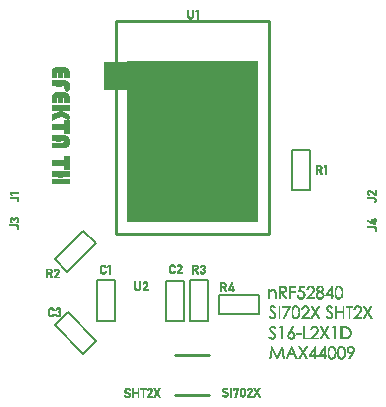
<source format=gbr>
G04 DipTrace 3.2.0.1*
G04 TopSilk.gbr*
%MOIN*%
G04 #@! TF.FileFunction,Legend,Top*
G04 #@! TF.Part,Single*
%ADD10C,0.009843*%
%ADD12C,0.003*%
%ADD13C,0.002625*%
%ADD14C,0.001969*%
%ADD16C,0.007874*%
%FSLAX26Y26*%
G04*
G70*
G90*
G75*
G01*
G04 TopSilk*
%LPD*%
X-255883Y629921D2*
D10*
X255883D1*
Y-78704D1*
X-255883D1*
Y629921D1*
G36*
X-296483Y496097D2*
X-216128D1*
Y403137D1*
X-296483D1*
Y496097D1*
G37*
X-59022Y-615411D2*
D10*
X55153D1*
X-59022Y-481552D2*
X55153D1*
X88396Y-283436D2*
D16*
X222497D1*
Y-343525D1*
X88396D1*
Y-283436D1*
X-8648Y-233510D2*
X51441D1*
Y-367612D1*
X-8648D1*
Y-233510D1*
X-87423Y-234207D2*
X-27333D1*
Y-368308D1*
X-87423D1*
Y-234207D1*
X-457898Y-382071D2*
X-415196Y-339795D1*
X-320849Y-435093D1*
X-363550Y-477369D1*
X-457898Y-382071D1*
X332707Y201484D2*
X392797D1*
Y67383D1*
X332707D1*
Y201484D1*
G36*
X-217232Y496753D2*
X217219D1*
Y-39514D1*
X-217232D1*
Y496753D1*
G37*
X-417293Y-204289D2*
D16*
X-459568Y-161587D1*
X-364270Y-67240D1*
X-321995Y-109941D1*
X-417293Y-204289D1*
X-319953Y-232773D2*
X-259864D1*
Y-366874D1*
X-319953D1*
Y-232773D1*
X-71529Y-179610D2*
D14*
X-65623D1*
X-47907D2*
X-41017D1*
X-73418Y-180594D2*
X-63886D1*
X-49308D2*
X-39734D1*
X-74933Y-181579D2*
X-62452D1*
X-50445D2*
X-38746D1*
X-76074Y-182563D2*
X-61378D1*
X-51298D2*
X-38003D1*
X-76911Y-183547D2*
X-70347D1*
X-66805D2*
X-60525D1*
X-51929D2*
X-46577D1*
X-43220D2*
X-37402D1*
X-77530Y-184531D2*
X-71873D1*
X-65282D2*
X-59807D1*
X-52371D2*
X-47888D1*
X-41825D2*
X-36903D1*
X-77967Y-185516D2*
X-73057D1*
X-64120D2*
X-59282D1*
X-52639D2*
X-48929D1*
X-40752D2*
X-36557D1*
X-78249Y-186500D2*
X-73927D1*
X-63304D2*
X-58960D1*
X-52828D2*
X-49875D1*
X-40330D2*
X-36366D1*
X-78496Y-187484D2*
X-74564D1*
X-62671D2*
X-58734D1*
X-40325D2*
X-36559D1*
X-78785Y-188469D2*
X-75005D1*
X-40522D2*
X-36813D1*
X-79058Y-189453D2*
X-75256D1*
X-40872D2*
X-37098D1*
X-79238Y-190437D2*
X-75379D1*
X-41305D2*
X-37456D1*
X-79332Y-191421D2*
X-75432D1*
X-41808D2*
X-37908D1*
X-79375Y-192406D2*
X-75453D1*
X-42416D2*
X-38461D1*
X-79392Y-193390D2*
X-75461D1*
X-43141D2*
X-39085D1*
X-79399Y-194374D2*
X-75464D1*
X-43888D2*
X-39717D1*
X-79402Y-195358D2*
X-75465D1*
X-44586D2*
X-40394D1*
X-79399Y-196343D2*
X-75466D1*
X-45298D2*
X-41151D1*
X-79364Y-197327D2*
X-75462D1*
X-46099D2*
X-41911D1*
X-79239Y-198311D2*
X-75427D1*
X-46955D2*
X-42615D1*
X-79003Y-199295D2*
X-75298D1*
X-47771D2*
X-43325D1*
X-78747Y-200280D2*
X-75024D1*
X-48502D2*
X-44096D1*
X-78541Y-201264D2*
X-74604D1*
X-62671D2*
X-58734D1*
X-49223D2*
X-44861D1*
X-78320Y-202248D2*
X-73983D1*
X-63253D2*
X-58923D1*
X-49999D2*
X-45567D1*
X-78004Y-203232D2*
X-73160D1*
X-64029D2*
X-59297D1*
X-50762D2*
X-46281D1*
X-77571Y-204217D2*
X-71295D1*
X-65875D2*
X-59830D1*
X-51430D2*
X-47086D1*
X-76985Y-205201D2*
X-68689D1*
X-68470D2*
X-60457D1*
X-51980D2*
X-47971D1*
X-76165Y-206185D2*
X-61284D1*
X-52387D2*
X-36096D1*
X-74994Y-207169D2*
X-62464D1*
X-52626D2*
X-36096D1*
X-73391Y-208154D2*
X-63971D1*
X-52750D2*
X-36096D1*
X-71529Y-209138D2*
X-65623D1*
X-52828D2*
X-36096D1*
X-302180Y-181160D2*
X-296274D1*
X-280526D2*
X-276589D1*
X-304069Y-182144D2*
X-294537D1*
X-281924D2*
X-276589D1*
X-305584Y-183129D2*
X-293103D1*
X-283026D2*
X-276589D1*
X-306725Y-184113D2*
X-292029D1*
X-283878D2*
X-276589D1*
X-307562Y-185097D2*
X-300998D1*
X-297456D2*
X-291176D1*
X-284181D2*
X-276589D1*
X-308181Y-186081D2*
X-302524D1*
X-295933D2*
X-290458D1*
X-284353D2*
X-281510D1*
X-279542D2*
X-276589D1*
X-308618Y-187066D2*
X-303708D1*
X-294771D2*
X-289933D1*
X-284463D2*
X-283479D1*
X-279542D2*
X-276589D1*
X-308900Y-188050D2*
X-304578D1*
X-293955D2*
X-289611D1*
X-279542D2*
X-276589D1*
X-309147Y-189034D2*
X-305215D1*
X-293322D2*
X-289385D1*
X-279542D2*
X-276589D1*
X-309436Y-190018D2*
X-305656D1*
X-279542D2*
X-276589D1*
X-309709Y-191003D2*
X-305907D1*
X-279542D2*
X-276589D1*
X-309889Y-191987D2*
X-306030D1*
X-279542D2*
X-276589D1*
X-309983Y-192971D2*
X-306083D1*
X-279542D2*
X-276589D1*
X-310026Y-193955D2*
X-306104D1*
X-279542D2*
X-276589D1*
X-310043Y-194940D2*
X-306112D1*
X-279542D2*
X-276589D1*
X-310050Y-195924D2*
X-306115D1*
X-279542D2*
X-276589D1*
X-310053Y-196908D2*
X-306116D1*
X-279542D2*
X-276589D1*
X-310050Y-197892D2*
X-306117D1*
X-279542D2*
X-276589D1*
X-310015Y-198877D2*
X-306113D1*
X-279542D2*
X-276589D1*
X-309890Y-199861D2*
X-306078D1*
X-279542D2*
X-276589D1*
X-309654Y-200845D2*
X-305949D1*
X-279542D2*
X-276589D1*
X-309398Y-201829D2*
X-305675D1*
X-279542D2*
X-276589D1*
X-309192Y-202814D2*
X-305255D1*
X-293322D2*
X-289385D1*
X-279542D2*
X-276589D1*
X-308971Y-203798D2*
X-304634D1*
X-293904D2*
X-289574D1*
X-279542D2*
X-276589D1*
X-308655Y-204782D2*
X-303811D1*
X-294680D2*
X-289948D1*
X-279542D2*
X-276589D1*
X-308222Y-205766D2*
X-301946D1*
X-296526D2*
X-290481D1*
X-279542D2*
X-276589D1*
X-307636Y-206751D2*
X-299340D1*
X-299121D2*
X-291108D1*
X-279542D2*
X-276589D1*
X-306816Y-207735D2*
X-291935D1*
X-279542D2*
X-276589D1*
X-305645Y-208719D2*
X-293115D1*
X-279542D2*
X-276589D1*
X-304042Y-209703D2*
X-294622D1*
X-279542D2*
X-276589D1*
X-302180Y-210688D2*
X-296274D1*
X-279542D2*
X-276589D1*
X-475525Y-323346D2*
X-469619D1*
X-451903D2*
X-445997D1*
X-477414Y-324331D2*
X-467882D1*
X-453304D2*
X-444563D1*
X-478929Y-325315D2*
X-466448D1*
X-454441D2*
X-443334D1*
X-480070Y-326299D2*
X-465374D1*
X-455294D2*
X-442371D1*
X-480907Y-327283D2*
X-474343D1*
X-470801D2*
X-464521D1*
X-455925D2*
X-450919D1*
X-447331D2*
X-441615D1*
X-481526Y-328268D2*
X-475869D1*
X-469279D2*
X-463803D1*
X-456367D2*
X-451903D1*
X-446054D2*
X-441338D1*
X-481963Y-329252D2*
X-477053D1*
X-468116D2*
X-463278D1*
X-456635D2*
X-452887D1*
X-445162D2*
X-441188D1*
X-482245Y-330236D2*
X-477923D1*
X-467300D2*
X-462957D1*
X-456824D2*
X-453871D1*
X-444503D2*
X-441124D1*
X-482492Y-331220D2*
X-478560D1*
X-466667D2*
X-462730D1*
X-444331D2*
X-441131D1*
X-482781Y-332205D2*
X-479001D1*
X-444589D2*
X-441250D1*
X-483054Y-333189D2*
X-479252D1*
X-445014D2*
X-441524D1*
X-483234Y-334173D2*
X-479375D1*
X-446120D2*
X-441976D1*
X-483328Y-335157D2*
X-479428D1*
X-447442D2*
X-442696D1*
X-483371Y-336142D2*
X-479450D1*
X-448736D2*
X-443758D1*
X-483388Y-337126D2*
X-479458D1*
X-449377D2*
X-445013D1*
X-483395Y-338110D2*
X-479460D1*
X-449581D2*
X-443848D1*
X-483398Y-339094D2*
X-479461D1*
X-448227D2*
X-442850D1*
X-483395Y-340079D2*
X-479462D1*
X-446785D2*
X-442063D1*
X-483360Y-341063D2*
X-479458D1*
X-445593D2*
X-441429D1*
X-483235Y-342047D2*
X-479423D1*
X-444664D2*
X-440909D1*
X-482999Y-343031D2*
X-479294D1*
X-444335D2*
X-440520D1*
X-482743Y-344016D2*
X-479020D1*
X-444162D2*
X-440293D1*
X-482537Y-345000D2*
X-478600D1*
X-466667D2*
X-462730D1*
X-444126D2*
X-440213D1*
X-482316Y-345984D2*
X-477979D1*
X-467249D2*
X-462919D1*
X-457808D2*
X-453871D1*
X-444189D2*
X-440292D1*
X-482000Y-346969D2*
X-477156D1*
X-468025D2*
X-463293D1*
X-457431D2*
X-453224D1*
X-444726D2*
X-440542D1*
X-481567Y-347953D2*
X-475291D1*
X-469871D2*
X-463826D1*
X-456973D2*
X-451512D1*
X-446409D2*
X-440920D1*
X-480981Y-348937D2*
X-472685D1*
X-472466D2*
X-464453D1*
X-456383D2*
X-448999D1*
X-448908D2*
X-441401D1*
X-480161Y-349921D2*
X-465280D1*
X-455597D2*
X-442071D1*
X-478990Y-350906D2*
X-466460D1*
X-454578D2*
X-443077D1*
X-477387Y-351890D2*
X-467967D1*
X-453311D2*
X-444450D1*
X-475525Y-352874D2*
X-469619D1*
X-451903D2*
X-445997D1*
X604594Y-26638D2*
X607547D1*
X604594Y-27622D2*
X607547D1*
X595736Y-28606D2*
X612469D1*
X595736Y-29591D2*
X612469D1*
X595736Y-30575D2*
X612469D1*
X595736Y-31559D2*
X612469D1*
X582941Y-32543D2*
X584909D1*
X595736D2*
X612469D1*
X583024Y-33528D2*
X587214D1*
X604594D2*
X607547D1*
X583210Y-34512D2*
X589476D1*
X604594D2*
X607547D1*
X584117Y-35496D2*
X591631D1*
X604594D2*
X607547D1*
X585448Y-36480D2*
X593696D1*
X604594D2*
X607547D1*
X587105Y-37465D2*
X595716D1*
X604587D2*
X607547D1*
X588971Y-38449D2*
X597777D1*
X604512D2*
X607547D1*
X591011Y-39433D2*
X600056D1*
X604333D2*
X607547D1*
X593194Y-40417D2*
X602700D1*
X603566D2*
X607547D1*
X595408Y-41402D2*
X607547D1*
X597545Y-42386D2*
X607547D1*
X599604Y-43370D2*
X607547D1*
X601616Y-44354D2*
X607547D1*
X603610Y-45339D2*
X607547D1*
X582941Y-53213D2*
X607547D1*
X582941Y-54197D2*
X608948D1*
X582941Y-55181D2*
X610085D1*
X582941Y-56165D2*
X610938D1*
X606214Y-57150D2*
X611570D1*
X607491Y-58134D2*
X612008D1*
X608386Y-59118D2*
X612259D1*
X609057Y-60102D2*
X612381D1*
X609289Y-61087D2*
X612435D1*
X609378Y-62071D2*
X612456D1*
X609358Y-63055D2*
X612460D1*
X608963Y-64039D2*
X612425D1*
X608507Y-65024D2*
X612266D1*
X608118Y-66008D2*
X611904D1*
X608239Y-66992D2*
X611405D1*
X608833Y-67976D2*
X610926D1*
X609516Y-68961D2*
X610500D1*
X-604269Y-23098D2*
X-600332D1*
X-591474D2*
X-584584D1*
X-606006Y-24083D2*
X-598853D1*
X-592760D2*
X-583301D1*
X-607277Y-25067D2*
X-597432D1*
X-593775D2*
X-582317D1*
X-608163Y-26051D2*
X-595961D1*
X-594614D2*
X-581608D1*
X-608828Y-27035D2*
X-591124D1*
X-585610D2*
X-581133D1*
X-609356Y-28020D2*
X-605060D1*
X-598557D2*
X-592402D1*
X-584790D2*
X-580866D1*
X-609746Y-29004D2*
X-605635D1*
X-597981D2*
X-593297D1*
X-584205D2*
X-580738D1*
X-609973Y-29988D2*
X-605961D1*
X-597652D2*
X-593968D1*
X-583877D2*
X-580682D1*
X-610053Y-30972D2*
X-606083D1*
X-597492D2*
X-594205D1*
X-583751D2*
X-580660D1*
X-609975Y-31957D2*
X-606077D1*
X-597420D2*
X-594339D1*
X-583815D2*
X-580655D1*
X-609725Y-32941D2*
X-605642D1*
X-597379D2*
X-594427D1*
X-584096D2*
X-580687D1*
X-609351Y-33925D2*
X-605022D1*
X-584624D2*
X-580815D1*
X-608904Y-34909D2*
X-604362D1*
X-585388D2*
X-581089D1*
X-608360Y-35894D2*
X-603847D1*
X-586219D2*
X-581509D1*
X-607598Y-36878D2*
X-603541D1*
X-586856D2*
X-582118D1*
X-606518Y-37862D2*
X-603384D1*
X-587228D2*
X-583012D1*
X-605253Y-38846D2*
X-603285D1*
X-587418D2*
X-584208D1*
X-587537Y-39831D2*
X-585568D1*
X-610175Y-46720D2*
X-585568D1*
X-610175Y-47705D2*
X-584167D1*
X-610175Y-48689D2*
X-583030D1*
X-610175Y-49673D2*
X-582177D1*
X-586902Y-50657D2*
X-581546D1*
X-585624Y-51642D2*
X-581107D1*
X-584729Y-52626D2*
X-580856D1*
X-584058Y-53610D2*
X-580734D1*
X-583826Y-54594D2*
X-580681D1*
X-583737Y-55579D2*
X-580659D1*
X-583757Y-56563D2*
X-580655D1*
X-584153Y-57547D2*
X-580691D1*
X-584609Y-58531D2*
X-580850D1*
X-584997Y-59516D2*
X-581212D1*
X-584876Y-60500D2*
X-581710D1*
X-584282Y-61484D2*
X-582190D1*
X-583600Y-62469D2*
X-582615D1*
X-609719Y60745D2*
X-580192D1*
X-609715Y59761D2*
X-580192D1*
X-609681Y58777D2*
X-580192D1*
X-609551Y57793D2*
X-580192D1*
X-609277Y56808D2*
X-580192D1*
X-608861Y55824D2*
X-604605D1*
X-608293Y54840D2*
X-604200D1*
X-607567Y53856D2*
X-603567D1*
X-606766Y52871D2*
X-602829D1*
X-609719Y45982D2*
X-585113D1*
X-609719Y44997D2*
X-583712D1*
X-609719Y44013D2*
X-582575D1*
X-609719Y43029D2*
X-581722D1*
X-586447Y42045D2*
X-581090D1*
X-585169Y41060D2*
X-580652D1*
X-584274Y40076D2*
X-580401D1*
X-583603Y39092D2*
X-580279D1*
X-583371Y38108D2*
X-580225D1*
X-583282Y37123D2*
X-580204D1*
X-583302Y36139D2*
X-580200D1*
X-583697Y35155D2*
X-580235D1*
X-584153Y34171D2*
X-580394D1*
X-584542Y33186D2*
X-580756D1*
X-584421Y32202D2*
X-581255D1*
X-583827Y31218D2*
X-581734D1*
X-583144Y30234D2*
X-582160D1*
X410144Y150865D2*
X424908D1*
X440656D2*
X444593D1*
X410144Y149881D2*
X426343D1*
X439259D2*
X444593D1*
X410144Y148896D2*
X427571D1*
X438157D2*
X444593D1*
X410144Y147912D2*
X428539D1*
X437305D2*
X444593D1*
X410144Y146928D2*
X414081D1*
X423574D2*
X429221D1*
X437001D2*
X444593D1*
X410144Y145944D2*
X414081D1*
X424852D2*
X429705D1*
X436830D2*
X439672D1*
X441640D2*
X444593D1*
X410144Y144959D2*
X414081D1*
X425747D2*
X430111D1*
X436719D2*
X437703D1*
X441640D2*
X444593D1*
X410144Y143975D2*
X414081D1*
X426418D2*
X430432D1*
X441640D2*
X444593D1*
X410144Y142991D2*
X414081D1*
X426616D2*
X430598D1*
X441640D2*
X444593D1*
X410144Y142007D2*
X414081D1*
X426690D2*
X430575D1*
X441640D2*
X444593D1*
X410144Y141022D2*
X414081D1*
X426444D2*
X430381D1*
X441640D2*
X444593D1*
X410144Y140038D2*
X414081D1*
X425784D2*
X430108D1*
X441640D2*
X444593D1*
X410144Y139054D2*
X414081D1*
X423192D2*
X429780D1*
X441640D2*
X444593D1*
X410144Y138070D2*
X414081D1*
X418744D2*
X429288D1*
X441640D2*
X444593D1*
X410144Y137085D2*
X428564D1*
X441640D2*
X444593D1*
X410144Y136101D2*
X427640D1*
X441640D2*
X444593D1*
X410144Y135117D2*
X426682D1*
X441640D2*
X444593D1*
X410144Y134133D2*
X425840D1*
X441640D2*
X444593D1*
X410144Y133148D2*
X414081D1*
X420815D2*
X425636D1*
X441640D2*
X444593D1*
X410144Y132164D2*
X414081D1*
X421521D2*
X425907D1*
X441640D2*
X444593D1*
X410144Y131180D2*
X414081D1*
X422121D2*
X426361D1*
X441640D2*
X444593D1*
X410144Y130196D2*
X414081D1*
X422662D2*
X426937D1*
X441640D2*
X444593D1*
X410144Y129211D2*
X414081D1*
X423174D2*
X427517D1*
X441640D2*
X444593D1*
X410144Y128227D2*
X414081D1*
X423674D2*
X428062D1*
X441640D2*
X444593D1*
X410144Y127243D2*
X414081D1*
X424168D2*
X428581D1*
X441640D2*
X444593D1*
X410144Y126259D2*
X414081D1*
X424662D2*
X429084D1*
X441640D2*
X444593D1*
X410144Y125274D2*
X414081D1*
X425154D2*
X429581D1*
X441640D2*
X444593D1*
X410144Y124290D2*
X414081D1*
X425644D2*
X430077D1*
X441640D2*
X444593D1*
X410144Y123306D2*
X414081D1*
X426109D2*
X430596D1*
X441640D2*
X444593D1*
X410144Y122322D2*
X414081D1*
X426519D2*
X431171D1*
X441640D2*
X444593D1*
X410144Y121337D2*
X414081D1*
X426877D2*
X431798D1*
X441640D2*
X444593D1*
X-2891Y-180881D2*
X11873D1*
X29589D2*
X35495D1*
X-2891Y-181865D2*
X13307D1*
X28188D2*
X36929D1*
X-2891Y-182849D2*
X14536D1*
X27051D2*
X38158D1*
X-2891Y-183833D2*
X15503D1*
X26198D2*
X39121D1*
X-2891Y-184818D2*
X1046D1*
X10539D2*
X16186D1*
X25567D2*
X30573D1*
X34161D2*
X39878D1*
X-2891Y-185802D2*
X1046D1*
X11816D2*
X16669D1*
X25125D2*
X29589D1*
X35439D2*
X40154D1*
X-2891Y-186786D2*
X1046D1*
X12712D2*
X17075D1*
X24857D2*
X28605D1*
X36330D2*
X40305D1*
X-2891Y-187770D2*
X1046D1*
X13382D2*
X17397D1*
X24668D2*
X27621D1*
X36989D2*
X40369D1*
X-2891Y-188755D2*
X1046D1*
X13581D2*
X17563D1*
X37161D2*
X40361D1*
X-2891Y-189739D2*
X1046D1*
X13655D2*
X17539D1*
X36903D2*
X40243D1*
X-2891Y-190723D2*
X1046D1*
X13409D2*
X17345D1*
X36478D2*
X39968D1*
X-2891Y-191707D2*
X1046D1*
X12749D2*
X17073D1*
X35372D2*
X39516D1*
X-2891Y-192692D2*
X1046D1*
X10156D2*
X16745D1*
X34050D2*
X38796D1*
X-2891Y-193676D2*
X1046D1*
X5709D2*
X16252D1*
X32756D2*
X37734D1*
X-2891Y-194660D2*
X15529D1*
X32115D2*
X36479D1*
X-2891Y-195644D2*
X14605D1*
X31911D2*
X37644D1*
X-2891Y-196629D2*
X13646D1*
X33265D2*
X38642D1*
X-2891Y-197613D2*
X12804D1*
X34707D2*
X39429D1*
X-2891Y-198597D2*
X1046D1*
X7780D2*
X12601D1*
X35899D2*
X40063D1*
X-2891Y-199581D2*
X1046D1*
X8485D2*
X12872D1*
X36828D2*
X40583D1*
X-2891Y-200566D2*
X1046D1*
X9086D2*
X13325D1*
X37157D2*
X40972D1*
X-2891Y-201550D2*
X1046D1*
X9627D2*
X13901D1*
X37330D2*
X41199D1*
X-2891Y-202534D2*
X1046D1*
X10138D2*
X14481D1*
X37367D2*
X41279D1*
X-2891Y-203518D2*
X1046D1*
X10639D2*
X15026D1*
X23684D2*
X27621D1*
X37303D2*
X41200D1*
X-2891Y-204503D2*
X1046D1*
X11133D2*
X15546D1*
X24062D2*
X28269D1*
X36766D2*
X40950D1*
X-2891Y-205487D2*
X1046D1*
X11627D2*
X16048D1*
X24519D2*
X29980D1*
X35083D2*
X40572D1*
X-2891Y-206471D2*
X1046D1*
X12118D2*
X16546D1*
X25109D2*
X32493D1*
X32584D2*
X40091D1*
X-2891Y-207455D2*
X1046D1*
X12608D2*
X17042D1*
X25895D2*
X39421D1*
X-2891Y-208440D2*
X1046D1*
X13074D2*
X17561D1*
X26914D2*
X38415D1*
X-2891Y-209424D2*
X1046D1*
X13484D2*
X18135D1*
X28181D2*
X37042D1*
X-2891Y-210408D2*
X1046D1*
X13841D2*
X18762D1*
X29589D2*
X35495D1*
X-489289Y-193701D2*
X-474525D1*
X-456808D2*
X-449919D1*
X-489289Y-194686D2*
X-473090D1*
X-458210D2*
X-448636D1*
X-489289Y-195670D2*
X-471862D1*
X-459346D2*
X-447648D1*
X-489289Y-196654D2*
X-470894D1*
X-460199D2*
X-446904D1*
X-489289Y-197638D2*
X-485352D1*
X-475859D2*
X-470212D1*
X-460831D2*
X-455478D1*
X-452122D2*
X-446303D1*
X-489289Y-198623D2*
X-485352D1*
X-474581D2*
X-469728D1*
X-461272D2*
X-456789D1*
X-450727D2*
X-445805D1*
X-489289Y-199607D2*
X-485352D1*
X-473686D2*
X-469322D1*
X-461541D2*
X-457830D1*
X-449654D2*
X-445459D1*
X-489289Y-200591D2*
X-485352D1*
X-473015D2*
X-469001D1*
X-461730D2*
X-458777D1*
X-449232D2*
X-445268D1*
X-489289Y-201575D2*
X-485352D1*
X-472817D2*
X-468835D1*
X-449227D2*
X-445461D1*
X-489289Y-202560D2*
X-485352D1*
X-472743D2*
X-468858D1*
X-449424D2*
X-445714D1*
X-489289Y-203544D2*
X-485352D1*
X-472989D2*
X-469052D1*
X-449774D2*
X-445999D1*
X-489289Y-204528D2*
X-485352D1*
X-473649D2*
X-469325D1*
X-450207D2*
X-446358D1*
X-489289Y-205512D2*
X-485352D1*
X-476241D2*
X-469653D1*
X-450710D2*
X-446810D1*
X-489289Y-206497D2*
X-485352D1*
X-480689D2*
X-470145D1*
X-451317D2*
X-447363D1*
X-489289Y-207481D2*
X-470869D1*
X-452043D2*
X-447987D1*
X-489289Y-208465D2*
X-471793D1*
X-452789D2*
X-448619D1*
X-489289Y-209449D2*
X-472751D1*
X-453488D2*
X-449296D1*
X-489289Y-210434D2*
X-473593D1*
X-454200D2*
X-450053D1*
X-489289Y-211418D2*
X-485352D1*
X-478618D2*
X-473797D1*
X-455001D2*
X-450813D1*
X-489289Y-212402D2*
X-485352D1*
X-477912D2*
X-473526D1*
X-455856D2*
X-451517D1*
X-489289Y-213386D2*
X-485352D1*
X-477312D2*
X-473072D1*
X-456673D2*
X-452226D1*
X-489289Y-214371D2*
X-485352D1*
X-476771D2*
X-472496D1*
X-457404D2*
X-452997D1*
X-489289Y-215355D2*
X-485352D1*
X-476259D2*
X-471916D1*
X-458125D2*
X-453762D1*
X-489289Y-216339D2*
X-485352D1*
X-475759D2*
X-471371D1*
X-458900D2*
X-454468D1*
X-489289Y-217323D2*
X-485352D1*
X-475265D2*
X-470852D1*
X-459663D2*
X-455183D1*
X-489289Y-218308D2*
X-485352D1*
X-474771D2*
X-470349D1*
X-460331D2*
X-455988D1*
X-489289Y-219292D2*
X-485352D1*
X-474279D2*
X-469852D1*
X-460882D2*
X-456873D1*
X-489289Y-220276D2*
X-485352D1*
X-473789D2*
X-469356D1*
X-461288D2*
X-444997D1*
X-489289Y-221260D2*
X-485352D1*
X-473324D2*
X-468837D1*
X-461528D2*
X-444997D1*
X-489289Y-222245D2*
X-485352D1*
X-472914D2*
X-468262D1*
X-461652D2*
X-444997D1*
X-489289Y-223229D2*
X-485352D1*
X-472556D2*
X-467635D1*
X-461730D2*
X-444997D1*
X90793Y-239630D2*
X105556D1*
X128194D2*
X132131D1*
X90793Y-240614D2*
X106991D1*
X127820D2*
X131757D1*
X90793Y-241598D2*
X108220D1*
X127397D2*
X131334D1*
X90793Y-242583D2*
X109187D1*
X126940D2*
X130877D1*
X90793Y-243567D2*
X94730D1*
X104223D2*
X109870D1*
X126466D2*
X130399D1*
X90793Y-244551D2*
X94730D1*
X105500D2*
X110353D1*
X126011D2*
X129914D1*
X90793Y-245535D2*
X94730D1*
X106395D2*
X110759D1*
X125615D2*
X129423D1*
X90793Y-246520D2*
X94730D1*
X107066D2*
X111080D1*
X125266D2*
X128932D1*
X90793Y-247504D2*
X94730D1*
X107265D2*
X111246D1*
X124884D2*
X128440D1*
X90793Y-248488D2*
X94730D1*
X107339D2*
X111223D1*
X124454D2*
X127949D1*
X90793Y-249472D2*
X94730D1*
X107092D2*
X111029D1*
X123992D2*
X127456D1*
X90793Y-250457D2*
X94730D1*
X106433D2*
X110757D1*
X123511D2*
X126964D1*
X90793Y-251441D2*
X94730D1*
X103840D2*
X110428D1*
X123025D2*
X126475D1*
X132131D2*
X135084D1*
X90793Y-252425D2*
X94730D1*
X99393D2*
X109936D1*
X122533D2*
X126015D1*
X132131D2*
X135084D1*
X90793Y-253409D2*
X109212D1*
X122043D2*
X125616D1*
X132131D2*
X135084D1*
X90793Y-254394D2*
X108289D1*
X121550D2*
X125266D1*
X132131D2*
X135084D1*
X90793Y-255378D2*
X107330D1*
X121059D2*
X124885D1*
X132131D2*
X135084D1*
X90793Y-256362D2*
X106488D1*
X120566D2*
X124454D1*
X132131D2*
X135084D1*
X90793Y-257346D2*
X94730D1*
X101463D2*
X106284D1*
X120075D2*
X123988D1*
X132131D2*
X135084D1*
X90793Y-258331D2*
X94730D1*
X102169D2*
X106555D1*
X119585D2*
X123482D1*
X132131D2*
X135084D1*
X90793Y-259315D2*
X94730D1*
X102769D2*
X107009D1*
X119129D2*
X122913D1*
X132131D2*
X135084D1*
X90793Y-260299D2*
X94730D1*
X103311D2*
X107585D1*
X118765D2*
X122289D1*
X132131D2*
X135084D1*
X90793Y-261283D2*
X94730D1*
X103822D2*
X108165D1*
X118544D2*
X137052D1*
X90793Y-262268D2*
X94730D1*
X104322D2*
X108710D1*
X118433D2*
X137052D1*
X90793Y-263252D2*
X94730D1*
X104816D2*
X109229D1*
X118381D2*
X137052D1*
X90793Y-264236D2*
X94730D1*
X105310D2*
X109732D1*
X118352D2*
X137052D1*
X90793Y-265220D2*
X94730D1*
X105802D2*
X110229D1*
X132131D2*
X135084D1*
X90793Y-266205D2*
X94730D1*
X106292D2*
X110726D1*
X132131D2*
X135084D1*
X90793Y-267189D2*
X94730D1*
X106758D2*
X111245D1*
X132131D2*
X135084D1*
X90793Y-268173D2*
X94730D1*
X107168D2*
X111819D1*
X132131D2*
X135084D1*
X90793Y-269157D2*
X94730D1*
X107525D2*
X112446D1*
X132131D2*
X135084D1*
X-17717Y669291D2*
X-14764D1*
X-984D2*
X2953D1*
X12795D2*
X16732D1*
X-17717Y668307D2*
X-14764D1*
X-984D2*
X2953D1*
X11398D2*
X16732D1*
X-17717Y667323D2*
X-14764D1*
X-984D2*
X2953D1*
X10296D2*
X16732D1*
X-17717Y666339D2*
X-14764D1*
X-984D2*
X2953D1*
X9444D2*
X16732D1*
X-17717Y665354D2*
X-14764D1*
X-984D2*
X2953D1*
X9140D2*
X16732D1*
X-17717Y664370D2*
X-14764D1*
X-984D2*
X2953D1*
X8969D2*
X11811D1*
X13780D2*
X16732D1*
X-17717Y663386D2*
X-14764D1*
X-984D2*
X2953D1*
X8858D2*
X9843D1*
X13780D2*
X16732D1*
X-17717Y662402D2*
X-14764D1*
X-984D2*
X2953D1*
X13780D2*
X16732D1*
X-17717Y661417D2*
X-14764D1*
X-984D2*
X2953D1*
X13780D2*
X16732D1*
X-17717Y660433D2*
X-14764D1*
X-984D2*
X2953D1*
X13780D2*
X16732D1*
X-17717Y659449D2*
X-14764D1*
X-984D2*
X2953D1*
X13780D2*
X16732D1*
X-17717Y658465D2*
X-14764D1*
X-984D2*
X2953D1*
X13780D2*
X16732D1*
X-17717Y657480D2*
X-14764D1*
X-984D2*
X2953D1*
X13780D2*
X16732D1*
X-17717Y656496D2*
X-14764D1*
X-984D2*
X2953D1*
X13780D2*
X16732D1*
X-17717Y655512D2*
X-14764D1*
X-984D2*
X2953D1*
X13780D2*
X16732D1*
X-17717Y654528D2*
X-14764D1*
X-984D2*
X2953D1*
X13780D2*
X16732D1*
X-17717Y653543D2*
X-14764D1*
X-984D2*
X2953D1*
X13780D2*
X16732D1*
X-17717Y652559D2*
X-14764D1*
X-984D2*
X2953D1*
X13780D2*
X16732D1*
X-17717Y651575D2*
X-14760D1*
X-984D2*
X2953D1*
X13780D2*
X16732D1*
X-17717Y650591D2*
X-14725D1*
X-988D2*
X2949D1*
X13780D2*
X16732D1*
X-17717Y649606D2*
X-14596D1*
X-1023D2*
X2914D1*
X13780D2*
X16732D1*
X-17713Y648622D2*
X-14322D1*
X-1152D2*
X2789D1*
X13780D2*
X16732D1*
X-17678Y647638D2*
X-13898D1*
X-1434D2*
X2549D1*
X13780D2*
X16732D1*
X-17549Y646654D2*
X-13242D1*
X-1827D2*
X2258D1*
X13780D2*
X16732D1*
X-17275Y645669D2*
X-12339D1*
X-2651D2*
X1923D1*
X13780D2*
X16732D1*
X-16858Y644685D2*
X-10196D1*
X-4683D2*
X1432D1*
X13780D2*
X16732D1*
X-16279Y643701D2*
X-7288D1*
X-7522D2*
X735D1*
X13780D2*
X16732D1*
X-15461Y642717D2*
X-144D1*
X13780D2*
X16732D1*
X-14292Y641732D2*
X-1217D1*
X13780D2*
X16732D1*
X-12689Y640748D2*
X-2512D1*
X13780D2*
X16732D1*
X-10827Y639764D2*
X-3937D1*
X13780D2*
X16732D1*
X-221808Y-592325D2*
X-213934D1*
X-201139D2*
X-197202D1*
X-183423D2*
X-180470D1*
X-175549D2*
X-154879D1*
X-147005D2*
X-140115D1*
X-131257D2*
X-127320D1*
X-113541D2*
X-109604D1*
X-223546Y-593310D2*
X-212204D1*
X-201139D2*
X-197202D1*
X-183423D2*
X-180470D1*
X-175549D2*
X-154879D1*
X-148406D2*
X-138833D1*
X-130613D2*
X-126492D1*
X-114033D2*
X-110096D1*
X-224976Y-594294D2*
X-210660D1*
X-201139D2*
X-197202D1*
X-183423D2*
X-180470D1*
X-175549D2*
X-154879D1*
X-149543D2*
X-137845D1*
X-129957D2*
X-125786D1*
X-114605D2*
X-110672D1*
X-226015Y-595278D2*
X-209862D1*
X-201139D2*
X-197202D1*
X-183423D2*
X-180470D1*
X-175549D2*
X-154879D1*
X-150396D2*
X-137101D1*
X-129284D2*
X-125182D1*
X-115175D2*
X-111273D1*
X-226743Y-596262D2*
X-220627D1*
X-214919D2*
X-209750D1*
X-201139D2*
X-197202D1*
X-183423D2*
X-180470D1*
X-166690D2*
X-163738D1*
X-151028D2*
X-145675D1*
X-142319D2*
X-136500D1*
X-128636D2*
X-124610D1*
X-115718D2*
X-111907D1*
X-227225Y-597247D2*
X-222148D1*
X-211966D2*
X-209997D1*
X-201139D2*
X-197202D1*
X-183423D2*
X-180470D1*
X-166690D2*
X-163738D1*
X-151469D2*
X-146986D1*
X-140923D2*
X-136002D1*
X-127982D2*
X-124004D1*
X-116266D2*
X-112564D1*
X-227494Y-598231D2*
X-223294D1*
X-201139D2*
X-197202D1*
X-183423D2*
X-180470D1*
X-166690D2*
X-163738D1*
X-151738D2*
X-148027D1*
X-139850D2*
X-135656D1*
X-127317D2*
X-123363D1*
X-116862D2*
X-113177D1*
X-227623Y-599215D2*
X-224157D1*
X-201139D2*
X-197202D1*
X-183423D2*
X-180470D1*
X-166690D2*
X-163738D1*
X-151927D2*
X-148974D1*
X-139429D2*
X-135465D1*
X-126701D2*
X-122757D1*
X-117508D2*
X-113739D1*
X-227679Y-600199D2*
X-224410D1*
X-201139D2*
X-197202D1*
X-183423D2*
X-180470D1*
X-166690D2*
X-163738D1*
X-139423D2*
X-135658D1*
X-126139D2*
X-122200D1*
X-118184D2*
X-114293D1*
X-227697Y-601184D2*
X-224267D1*
X-201139D2*
X-197202D1*
X-183423D2*
X-180470D1*
X-166690D2*
X-163738D1*
X-139621D2*
X-135911D1*
X-125584D2*
X-121652D1*
X-119016D2*
X-114892D1*
X-227667Y-602168D2*
X-223755D1*
X-201139D2*
X-197202D1*
X-183423D2*
X-180470D1*
X-166690D2*
X-163738D1*
X-139970D2*
X-136196D1*
X-124985D2*
X-121065D1*
X-120130D2*
X-115531D1*
X-227506Y-603152D2*
X-222314D1*
X-201139D2*
X-197202D1*
X-183423D2*
X-180470D1*
X-166690D2*
X-163738D1*
X-140404D2*
X-136555D1*
X-124346D2*
X-116136D1*
X-227104Y-604136D2*
X-220050D1*
X-201139D2*
X-197202D1*
X-183423D2*
X-180470D1*
X-166690D2*
X-163738D1*
X-140907D2*
X-137007D1*
X-123745D2*
X-116693D1*
X-226402Y-605121D2*
X-217182D1*
X-201139D2*
X-197202D1*
X-183423D2*
X-180470D1*
X-166690D2*
X-163738D1*
X-141514D2*
X-137560D1*
X-123229D2*
X-117241D1*
X-225303Y-606105D2*
X-214402D1*
X-201139D2*
X-180470D1*
X-166690D2*
X-163738D1*
X-142240D2*
X-138184D1*
X-122875D2*
X-117828D1*
X-223543Y-607089D2*
X-212218D1*
X-201139D2*
X-180470D1*
X-166690D2*
X-163738D1*
X-142986D2*
X-138816D1*
X-122688D2*
X-118462D1*
X-220984Y-608073D2*
X-210692D1*
X-201139D2*
X-180470D1*
X-166690D2*
X-163738D1*
X-143685D2*
X-139492D1*
X-123022D2*
X-117634D1*
X-218031Y-609058D2*
X-209668D1*
X-201139D2*
X-180470D1*
X-166690D2*
X-163738D1*
X-144397D2*
X-140250D1*
X-123515D2*
X-116928D1*
X-215409Y-610042D2*
X-208968D1*
X-201139D2*
X-197202D1*
X-183423D2*
X-180470D1*
X-166690D2*
X-163738D1*
X-145198D2*
X-141009D1*
X-124053D2*
X-116324D1*
X-213530Y-611026D2*
X-208503D1*
X-201139D2*
X-197202D1*
X-183423D2*
X-180470D1*
X-166690D2*
X-163738D1*
X-146053D2*
X-141713D1*
X-124583D2*
X-115752D1*
X-212164Y-612010D2*
X-208243D1*
X-201139D2*
X-197202D1*
X-183423D2*
X-180470D1*
X-166690D2*
X-163738D1*
X-146869D2*
X-142423D1*
X-125126D2*
X-121259D1*
X-118306D2*
X-115146D1*
X-211612Y-612995D2*
X-208118D1*
X-201139D2*
X-197202D1*
X-183423D2*
X-180470D1*
X-166690D2*
X-163738D1*
X-147600D2*
X-143194D1*
X-125721D2*
X-121964D1*
X-118024D2*
X-114501D1*
X-211576Y-613979D2*
X-208067D1*
X-201139D2*
X-197202D1*
X-183423D2*
X-180470D1*
X-166690D2*
X-163738D1*
X-148322D2*
X-143959D1*
X-126362D2*
X-122568D1*
X-117609D2*
X-113864D1*
X-211897Y-614963D2*
X-208084D1*
X-201139D2*
X-197202D1*
X-183423D2*
X-180470D1*
X-166690D2*
X-163738D1*
X-149097D2*
X-144665D1*
X-126997D2*
X-123141D1*
X-117071D2*
X-113216D1*
X-227714Y-615948D2*
X-226730D1*
X-212720D2*
X-208239D1*
X-201139D2*
X-197202D1*
X-183423D2*
X-180470D1*
X-166690D2*
X-163738D1*
X-149860D2*
X-145379D1*
X-127646D2*
X-123746D1*
X-116457D2*
X-112552D1*
X-228240Y-616932D2*
X-223330D1*
X-215252D2*
X-208636D1*
X-201139D2*
X-197202D1*
X-183423D2*
X-180470D1*
X-166690D2*
X-163738D1*
X-150528D2*
X-146185D1*
X-128309D2*
X-124388D1*
X-115862D2*
X-111937D1*
X-228920Y-617916D2*
X-218955D1*
X-219108D2*
X-209295D1*
X-201139D2*
X-197202D1*
X-183423D2*
X-180470D1*
X-166690D2*
X-163738D1*
X-151079D2*
X-147070D1*
X-128924D2*
X-124993D1*
X-115308D2*
X-111375D1*
X-229682Y-618900D2*
X-210193D1*
X-201139D2*
X-197202D1*
X-183423D2*
X-180470D1*
X-166690D2*
X-163738D1*
X-151485D2*
X-135194D1*
X-129485D2*
X-125551D1*
X-114752D2*
X-110816D1*
X-227533Y-619885D2*
X-211412D1*
X-201139D2*
X-197202D1*
X-183423D2*
X-180470D1*
X-166690D2*
X-163738D1*
X-151724D2*
X-135194D1*
X-130035D2*
X-126099D1*
X-114122D2*
X-110185D1*
X-225219Y-620869D2*
X-213041D1*
X-201139D2*
X-197202D1*
X-183423D2*
X-180470D1*
X-166690D2*
X-163738D1*
X-151848D2*
X-135194D1*
X-130623D2*
X-126686D1*
X-113371D2*
X-109434D1*
X-222793Y-621853D2*
X-214919D1*
X-201139D2*
X-197202D1*
X-183423D2*
X-180470D1*
X-166690D2*
X-163738D1*
X-151927D2*
X-135194D1*
X-131257D2*
X-127320D1*
X-112556D2*
X-108619D1*
X104421Y-590709D2*
X112295D1*
X125091D2*
X129028D1*
X135917D2*
X151665D1*
X163476D2*
X169382D1*
X186114D2*
X193004D1*
X201862D2*
X205799D1*
X219579D2*
X223516D1*
X102684Y-591693D2*
X114025D1*
X125091D2*
X129028D1*
X135917D2*
X151662D1*
X162042D2*
X170817D1*
X184713D2*
X194287D1*
X202506D2*
X206628D1*
X219086D2*
X223023D1*
X101254Y-592677D2*
X115570D1*
X125091D2*
X129028D1*
X135917D2*
X151627D1*
X160813D2*
X172045D1*
X183576D2*
X195275D1*
X203163D2*
X207333D1*
X218515D2*
X222448D1*
X100214Y-593661D2*
X116368D1*
X125091D2*
X129028D1*
X135917D2*
X151501D1*
X159850D2*
X173009D1*
X182723D2*
X196018D1*
X203835D2*
X207937D1*
X217944D2*
X221846D1*
X99486Y-594646D2*
X105603D1*
X111311D2*
X116480D1*
X125091D2*
X129028D1*
X135917D2*
X138870D1*
X147576D2*
X151262D1*
X159094D2*
X164695D1*
X168163D2*
X173765D1*
X182092D2*
X187444D1*
X190801D2*
X196619D1*
X204483D2*
X208509D1*
X217401D2*
X221213D1*
X99004Y-595630D2*
X104081D1*
X114264D2*
X116232D1*
X125091D2*
X129028D1*
X135917D2*
X138870D1*
X147328D2*
X150975D1*
X158779D2*
X163300D1*
X169558D2*
X174042D1*
X181650D2*
X186133D1*
X192196D2*
X197118D1*
X205137D2*
X209115D1*
X216854D2*
X220555D1*
X98736Y-596614D2*
X102935D1*
X125091D2*
X129028D1*
X135917D2*
X138870D1*
X147039D2*
X150678D1*
X158503D2*
X162227D1*
X170631D2*
X174192D1*
X181382D2*
X185092D1*
X193269D2*
X197464D1*
X205803D2*
X209757D1*
X216257D2*
X219942D1*
X98607Y-597598D2*
X102073D1*
X125091D2*
X129028D1*
X135917D2*
X138870D1*
X146741D2*
X150351D1*
X158199D2*
X161854D1*
X171004D2*
X174259D1*
X181193D2*
X184146D1*
X193691D2*
X197655D1*
X206419D2*
X210362D1*
X215612D2*
X219381D1*
X98551Y-598583D2*
X101820D1*
X125091D2*
X129028D1*
X135917D2*
X138870D1*
X146410D2*
X150053D1*
X157919D2*
X161654D1*
X171204D2*
X174287D1*
X193696D2*
X197462D1*
X206981D2*
X210919D1*
X214936D2*
X218826D1*
X98532Y-599567D2*
X101963D1*
X125091D2*
X129028D1*
X146081D2*
X149829D1*
X157737D2*
X161565D1*
X171293D2*
X174297D1*
X193499D2*
X197208D1*
X207536D2*
X211468D1*
X214103D2*
X218227D1*
X98563Y-600551D2*
X102475D1*
X125091D2*
X129028D1*
X145767D2*
X149606D1*
X157642D2*
X161529D1*
X171330D2*
X174301D1*
X193149D2*
X196923D1*
X208135D2*
X212055D1*
X212989D2*
X217588D1*
X98723Y-601535D2*
X103916D1*
X125091D2*
X129028D1*
X145433D2*
X149322D1*
X157599D2*
X161515D1*
X171343D2*
X174303D1*
X192716D2*
X196565D1*
X208774D2*
X216984D1*
X99126Y-602520D2*
X106180D1*
X125091D2*
X129028D1*
X145133D2*
X149017D1*
X157581D2*
X161510D1*
X171348D2*
X174303D1*
X192213D2*
X196113D1*
X209374D2*
X216427D1*
X99827Y-603504D2*
X109047D1*
X125091D2*
X129028D1*
X144909D2*
X148713D1*
X157575D2*
X161509D1*
X171350D2*
X174303D1*
X191605D2*
X195560D1*
X209890D2*
X215879D1*
X100926Y-604488D2*
X111828D1*
X125091D2*
X129028D1*
X144685D2*
X148380D1*
X157572D2*
X161508D1*
X171350D2*
X174303D1*
X190880D2*
X194936D1*
X210245D2*
X215292D1*
X102686Y-605472D2*
X114011D1*
X125091D2*
X129028D1*
X144401D2*
X148050D1*
X157571D2*
X161508D1*
X171350D2*
X174303D1*
X190133D2*
X194304D1*
X210431D2*
X214657D1*
X105245Y-606457D2*
X115538D1*
X125091D2*
X129028D1*
X144096D2*
X147736D1*
X157571D2*
X161508D1*
X171350D2*
X174303D1*
X189435D2*
X193627D1*
X210098D2*
X215486D1*
X108198Y-607441D2*
X116562D1*
X125091D2*
X129028D1*
X143792D2*
X147402D1*
X157571D2*
X161508D1*
X171350D2*
X174303D1*
X188723D2*
X192870D1*
X209605D2*
X216191D1*
X110820Y-608425D2*
X117262D1*
X125091D2*
X129028D1*
X143459D2*
X147101D1*
X157571D2*
X161508D1*
X171350D2*
X174303D1*
X187922D2*
X192110D1*
X209067D2*
X216795D1*
X112699Y-609409D2*
X117726D1*
X125091D2*
X129028D1*
X143129D2*
X146877D1*
X157575D2*
X161508D1*
X171350D2*
X174303D1*
X187066D2*
X191406D1*
X208536D2*
X217368D1*
X114066Y-610394D2*
X117987D1*
X125091D2*
X129028D1*
X142814D2*
X146653D1*
X157609D2*
X161508D1*
X171350D2*
X174303D1*
X186250D2*
X190696D1*
X207993D2*
X211861D1*
X214813D2*
X217974D1*
X114618Y-611378D2*
X118112D1*
X125091D2*
X129028D1*
X142481D2*
X146370D1*
X157735D2*
X161512D1*
X171347D2*
X174303D1*
X185519D2*
X189925D1*
X207398D2*
X211155D1*
X215096D2*
X218619D1*
X114654Y-612362D2*
X118163D1*
X125091D2*
X129028D1*
X142180D2*
X146064D1*
X157970D2*
X161554D1*
X171304D2*
X174303D1*
X184798D2*
X189160D1*
X206757D2*
X210551D1*
X215511D2*
X219255D1*
X114333Y-613346D2*
X118146D1*
X125091D2*
X129028D1*
X141956D2*
X145760D1*
X158227D2*
X161658D1*
X171200D2*
X174299D1*
X184022D2*
X188454D1*
X206122D2*
X209979D1*
X216048D2*
X219904D1*
X98516Y-614331D2*
X99500D1*
X113510D2*
X117990D1*
X125091D2*
X129028D1*
X141732D2*
X145427D1*
X158437D2*
X162202D1*
X170656D2*
X174261D1*
X183259D2*
X187740D1*
X205474D2*
X209373D1*
X216662D2*
X220567D1*
X97989Y-615315D2*
X102900D1*
X110978D2*
X117593D1*
X125091D2*
X129028D1*
X141448D2*
X145097D1*
X158692D2*
X163887D1*
X168972D2*
X174097D1*
X182591D2*
X186935D1*
X204810D2*
X208731D1*
X217257D2*
X221183D1*
X97309Y-616299D2*
X107275D1*
X107121D2*
X116935D1*
X125091D2*
X129028D1*
X141143D2*
X144783D1*
X159137D2*
X166387D1*
X166472D2*
X173694D1*
X182041D2*
X186050D1*
X204195D2*
X208126D1*
X217812D2*
X221745D1*
X96547Y-617283D2*
X116037D1*
X125091D2*
X129028D1*
X140838D2*
X144449D1*
X159844D2*
X173004D1*
X181634D2*
X197925D1*
X203634D2*
X207569D1*
X218368D2*
X222303D1*
X98697Y-618268D2*
X114818D1*
X125091D2*
X129028D1*
X140500D2*
X144150D1*
X160826D2*
X172029D1*
X181395D2*
X197925D1*
X203084D2*
X207021D1*
X218998D2*
X222934D1*
X101011Y-619252D2*
X113189D1*
X125091D2*
X129028D1*
X140163D2*
X143945D1*
X162077D2*
X170780D1*
X181271D2*
X197925D1*
X202497D2*
X206433D1*
X219749D2*
X223686D1*
X103437Y-620236D2*
X111311D1*
X125091D2*
X129028D1*
X139854D2*
X143791D1*
X163476D2*
X169382D1*
X181193D2*
X197925D1*
X201862D2*
X205799D1*
X220563D2*
X224500D1*
X-194303Y-236702D2*
X-191350D1*
X-177571D2*
X-173634D1*
X-161823D2*
X-154933D1*
X-194303Y-237686D2*
X-191350D1*
X-177571D2*
X-173634D1*
X-163224D2*
X-153650D1*
X-194303Y-238671D2*
X-191350D1*
X-177571D2*
X-173634D1*
X-164361D2*
X-152662D1*
X-194303Y-239655D2*
X-191350D1*
X-177571D2*
X-173634D1*
X-165214D2*
X-151919D1*
X-194303Y-240639D2*
X-191350D1*
X-177571D2*
X-173634D1*
X-165845D2*
X-160493D1*
X-157136D2*
X-151318D1*
X-194303Y-241623D2*
X-191350D1*
X-177571D2*
X-173634D1*
X-166287D2*
X-161804D1*
X-155741D2*
X-150819D1*
X-194303Y-242608D2*
X-191350D1*
X-177571D2*
X-173634D1*
X-166555D2*
X-162845D1*
X-154668D2*
X-150473D1*
X-194303Y-243592D2*
X-191350D1*
X-177571D2*
X-173634D1*
X-166744D2*
X-163791D1*
X-154246D2*
X-150282D1*
X-194303Y-244576D2*
X-191350D1*
X-177571D2*
X-173634D1*
X-154241D2*
X-150475D1*
X-194303Y-245560D2*
X-191350D1*
X-177571D2*
X-173634D1*
X-154438D2*
X-150729D1*
X-194303Y-246545D2*
X-191350D1*
X-177571D2*
X-173634D1*
X-154788D2*
X-151014D1*
X-194303Y-247529D2*
X-191350D1*
X-177571D2*
X-173634D1*
X-155221D2*
X-151372D1*
X-194303Y-248513D2*
X-191350D1*
X-177571D2*
X-173634D1*
X-155724D2*
X-151824D1*
X-194303Y-249497D2*
X-191350D1*
X-177571D2*
X-173634D1*
X-156332D2*
X-152377D1*
X-194303Y-250482D2*
X-191350D1*
X-177571D2*
X-173634D1*
X-157057D2*
X-153001D1*
X-194303Y-251466D2*
X-191350D1*
X-177571D2*
X-173634D1*
X-157804D2*
X-153633D1*
X-194303Y-252450D2*
X-191350D1*
X-177571D2*
X-173634D1*
X-158502D2*
X-154310D1*
X-194303Y-253434D2*
X-191350D1*
X-177571D2*
X-173634D1*
X-159214D2*
X-155067D1*
X-194303Y-254419D2*
X-191347D1*
X-177571D2*
X-173634D1*
X-160015D2*
X-155827D1*
X-194303Y-255403D2*
X-191312D1*
X-177575D2*
X-173638D1*
X-160871D2*
X-156531D1*
X-194303Y-256387D2*
X-191183D1*
X-177609D2*
X-173672D1*
X-161687D2*
X-157241D1*
X-194299Y-257371D2*
X-190908D1*
X-177739D2*
X-173798D1*
X-162418D2*
X-158012D1*
X-194265Y-258356D2*
X-190485D1*
X-178020D2*
X-174037D1*
X-163139D2*
X-158777D1*
X-194135Y-259340D2*
X-189829D1*
X-178413D2*
X-174328D1*
X-163915D2*
X-159483D1*
X-193861Y-260324D2*
X-188925D1*
X-179238D2*
X-174664D1*
X-164678D2*
X-160197D1*
X-193445Y-261308D2*
X-186782D1*
X-181269D2*
X-175155D1*
X-165346D2*
X-161002D1*
X-192866Y-262293D2*
X-183875D1*
X-184109D2*
X-175852D1*
X-165896D2*
X-161888D1*
X-192048Y-263277D2*
X-176730D1*
X-166303D2*
X-150012D1*
X-190878Y-264261D2*
X-177804D1*
X-166542D2*
X-150012D1*
X-189275Y-265245D2*
X-179099D1*
X-166666D2*
X-150012D1*
X-187413Y-266230D2*
X-180524D1*
X-166744D2*
X-150012D1*
X586001Y67206D2*
X591907D1*
X607655D2*
X610608D1*
X584604Y66222D2*
X593498D1*
X607655D2*
X610608D1*
X583498Y65238D2*
X595012D1*
X607655D2*
X610608D1*
X582736Y64253D2*
X596429D1*
X607655D2*
X610608D1*
X582215Y63269D2*
X587027D1*
X589704D2*
X597775D1*
X607655D2*
X610608D1*
X581793Y62285D2*
X586207D1*
X592083D2*
X599116D1*
X607655D2*
X610608D1*
X581461Y61301D2*
X585623D1*
X593985D2*
X600438D1*
X607655D2*
X610608D1*
X581262Y60316D2*
X585291D1*
X595496D2*
X601744D1*
X607651D2*
X610608D1*
X581194Y59332D2*
X585138D1*
X596836D2*
X603101D1*
X607614D2*
X610608D1*
X581274Y58348D2*
X585141D1*
X598156D2*
X604537D1*
X607461D2*
X610608D1*
X581495Y57364D2*
X585280D1*
X599465D2*
X606063D1*
X607125D2*
X610608D1*
X581778Y56379D2*
X585956D1*
X600761D2*
X610608D1*
X582115Y55395D2*
X586715D1*
X602081D2*
X610608D1*
X582642Y54411D2*
X587315D1*
X603399D2*
X610608D1*
X583487Y53427D2*
X587671D1*
X604725D2*
X610608D1*
X584657Y52442D2*
X587855D1*
X606149D2*
X610608D1*
X586001Y51458D2*
X587970D1*
X607655D2*
X610608D1*
X581080Y43584D2*
X605686D1*
X581080Y42600D2*
X607087D1*
X581080Y41615D2*
X608224D1*
X581080Y40631D2*
X609077D1*
X604353Y39647D2*
X609709D1*
X605630Y38663D2*
X610147D1*
X606525Y37678D2*
X610398D1*
X607196Y36694D2*
X610521D1*
X607428Y35710D2*
X610574D1*
X607518Y34726D2*
X610595D1*
X607497Y33741D2*
X610599D1*
X607102Y32757D2*
X610564D1*
X606646Y31773D2*
X610405D1*
X606258Y30789D2*
X610043D1*
X606378Y29804D2*
X609544D1*
X606972Y28820D2*
X609065D1*
X607655Y27836D2*
X608639D1*
X388243Y-250325D2*
D13*
X396117D1*
X419739D2*
X427613D1*
X463046D2*
X464358D1*
X482731D2*
X489293D1*
X287193Y-251638D2*
X304253D1*
X322626D2*
X342311D1*
X355434D2*
X371182D1*
X386325D2*
X398281D1*
X417826D2*
X429481D1*
X462389D2*
X464358D1*
X480818D2*
X491211D1*
X287193Y-252950D2*
X306772D1*
X322626D2*
X342311D1*
X355232D2*
X371182D1*
X384641D2*
X400030D1*
X416183D2*
X430997D1*
X461622D2*
X464358D1*
X479175D2*
X492895D1*
X287193Y-254262D2*
X308787D1*
X322626D2*
X342311D1*
X354906D2*
X371182D1*
X383189D2*
X388551D1*
X395854D2*
X401391D1*
X414852D2*
X420047D1*
X427147D2*
X432134D1*
X460820D2*
X464358D1*
X477844D2*
X483039D1*
X489030D2*
X494352D1*
X287193Y-255575D2*
X291130D1*
X303990D2*
X310262D1*
X322626D2*
X325251D1*
X354566D2*
X358059D1*
X382005D2*
X386644D1*
X397882D2*
X402468D1*
X413821D2*
X418140D1*
X428850D2*
X432976D1*
X459975D2*
X464358D1*
X476808D2*
X481132D1*
X491063D2*
X495576D1*
X287193Y-256887D2*
X291130D1*
X306019D2*
X311376D1*
X322626D2*
X325251D1*
X354337D2*
X357610D1*
X381145D2*
X385258D1*
X399416D2*
X403223D1*
X413029D2*
X416754D1*
X430044D2*
X433561D1*
X459093D2*
X464358D1*
X475970D2*
X479746D1*
X492643D2*
X496557D1*
X287193Y-258199D2*
X291130D1*
X307552D2*
X311764D1*
X322626D2*
X325251D1*
X354209D2*
X357220D1*
X380521D2*
X384287D1*
X400581D2*
X403697D1*
X412465D2*
X415789D1*
X430938D2*
X433895D1*
X458235D2*
X464358D1*
X475239D2*
X478771D1*
X493803D2*
X497328D1*
X287193Y-259512D2*
X291130D1*
X308717D2*
X311973D1*
X322626D2*
X325251D1*
X354108D2*
X356966D1*
X379976D2*
X383641D1*
X400987D2*
X404105D1*
X412145D2*
X415056D1*
X431248D2*
X434058D1*
X457366D2*
X464358D1*
X474599D2*
X478082D1*
X494652D2*
X497888D1*
X287193Y-260824D2*
X291130D1*
X309118D2*
X312067D1*
X322626D2*
X325251D1*
X353917D2*
X356787D1*
X379488D2*
X383259D1*
X401205D2*
X404645D1*
X412031D2*
X414972D1*
X431367D2*
X434124D1*
X456474D2*
X464358D1*
X474102D2*
X477557D1*
X495240D2*
X498257D1*
X287193Y-262136D2*
X291130D1*
X309285D2*
X312105D1*
X322626D2*
X325251D1*
X353594D2*
X356527D1*
X379056D2*
X382993D1*
X401298D2*
X405303D1*
X412133D2*
X415196D1*
X431340D2*
X434102D1*
X455612D2*
X464358D1*
X473803D2*
X477070D1*
X495580D2*
X498584D1*
X251760Y-263449D2*
X254385D1*
X262259D2*
X270133D1*
X287193D2*
X291130D1*
X309284D2*
X312114D1*
X322626D2*
X325251D1*
X353254D2*
X356053D1*
X401292D2*
X404692D1*
X412470D2*
X415621D1*
X430727D2*
X433894D1*
X454742D2*
X457544D1*
X460421D2*
X464358D1*
X473653D2*
X476659D1*
X495789D2*
X498967D1*
X251760Y-264761D2*
X254626D1*
X259393D2*
X272001D1*
X287193D2*
X291130D1*
X308785D2*
X312068D1*
X322626D2*
X325251D1*
X353019D2*
X355434D1*
X401134D2*
X404269D1*
X413015D2*
X416604D1*
X429857D2*
X433365D1*
X453850D2*
X457045D1*
X460421D2*
X464358D1*
X473587D2*
X476401D1*
X496028D2*
X499332D1*
X251760Y-266073D2*
X255086D1*
X256307D2*
X273517D1*
X287193D2*
X291130D1*
X307547D2*
X311852D1*
X322626D2*
X325251D1*
X352847D2*
X360830D1*
X400774D2*
X403906D1*
X413773D2*
X419394D1*
X427550D2*
X432497D1*
X452988D2*
X456340D1*
X460421D2*
X464358D1*
X473560D2*
X476268D1*
X496371D2*
X499571D1*
X251760Y-267386D2*
X261209D1*
X270083D2*
X274654D1*
X287193D2*
X291130D1*
X303726D2*
X311443D1*
X322626D2*
X325251D1*
X352589D2*
X364789D1*
X400221D2*
X403456D1*
X414761D2*
X423685D1*
X424042D2*
X431400D1*
X452117D2*
X455560D1*
X460421D2*
X464358D1*
X473550D2*
X476208D1*
X496718D2*
X499697D1*
X251760Y-268698D2*
X259176D1*
X271222D2*
X275496D1*
X287193D2*
X291130D1*
X297541D2*
X310366D1*
X322626D2*
X342311D1*
X352116D2*
X367449D1*
X399465D2*
X402872D1*
X415907D2*
X430183D1*
X451225D2*
X454722D1*
X460421D2*
X464358D1*
X473547D2*
X476184D1*
X496951D2*
X499754D1*
X251760Y-270010D2*
X257596D1*
X272168D2*
X276081D1*
X287193D2*
X308775D1*
X322626D2*
X342311D1*
X351497D2*
X355434D1*
X364313D2*
X369225D1*
X398520D2*
X402143D1*
X417114D2*
X428925D1*
X450363D2*
X453843D1*
X460421D2*
X464358D1*
X473545D2*
X476174D1*
X497074D2*
X499777D1*
X251760Y-271323D2*
X256436D1*
X272925D2*
X276415D1*
X287193D2*
X306465D1*
X322626D2*
X342311D1*
X366219D2*
X370435D1*
X397534D2*
X401315D1*
X415403D2*
X430838D1*
X449492D2*
X452985D1*
X460421D2*
X464358D1*
X473545D2*
X476171D1*
X497130D2*
X499786D1*
X251760Y-272635D2*
X255587D1*
X273476D2*
X276578D1*
X287193D2*
X303735D1*
X322626D2*
X325251D1*
X367605D2*
X371294D1*
X396605D2*
X400474D1*
X413874D2*
X419997D1*
X427350D2*
X432481D1*
X448600D2*
X452116D1*
X460421D2*
X464358D1*
X473545D2*
X476170D1*
X497148D2*
X499790D1*
X251760Y-273948D2*
X254999D1*
X273797D2*
X276649D1*
X287193D2*
X291130D1*
X295325D2*
X301216D1*
X322626D2*
X325251D1*
X368576D2*
X371887D1*
X395657D2*
X399567D1*
X412678D2*
X417922D1*
X429384D2*
X433812D1*
X447738D2*
X451225D1*
X460421D2*
X464358D1*
X473545D2*
X476169D1*
X497110D2*
X499791D1*
X251760Y-275260D2*
X254664D1*
X273956D2*
X276678D1*
X287193D2*
X291130D1*
X295865D2*
X299004D1*
X322626D2*
X325251D1*
X369219D2*
X372271D1*
X394585D2*
X398511D1*
X411792D2*
X416221D1*
X430963D2*
X434843D1*
X446868D2*
X450358D1*
X460421D2*
X464358D1*
X473545D2*
X476169D1*
X496946D2*
X499786D1*
X251760Y-276572D2*
X254501D1*
X274025D2*
X276688D1*
X287193D2*
X291130D1*
X296691D2*
X300311D1*
X322626D2*
X325251D1*
X369577D2*
X372637D1*
X393398D2*
X397331D1*
X411184D2*
X414915D1*
X432123D2*
X435635D1*
X445976D2*
X449445D1*
X460421D2*
X464358D1*
X473545D2*
X476174D1*
X496633D2*
X499740D1*
X251760Y-277885D2*
X254430D1*
X274053D2*
X276692D1*
X287193D2*
X291130D1*
X297623D2*
X301577D1*
X322626D2*
X325251D1*
X369749D2*
X373159D1*
X392142D2*
X396078D1*
X410839D2*
X413897D1*
X432972D2*
X436199D1*
X445114D2*
X448406D1*
X460421D2*
X464358D1*
X473545D2*
X476221D1*
X496297D2*
X499573D1*
X251760Y-279197D2*
X254401D1*
X274064D2*
X276694D1*
X287193D2*
X291130D1*
X298529D2*
X302722D1*
X322626D2*
X325251D1*
X369818D2*
X373807D1*
X390853D2*
X394790D1*
X410671D2*
X413526D1*
X433555D2*
X436525D1*
X444247D2*
X447298D1*
X460421D2*
X464358D1*
X473550D2*
X476388D1*
X496063D2*
X499259D1*
X251760Y-280509D2*
X254390D1*
X274068D2*
X276694D1*
X287193D2*
X291130D1*
X299468D2*
X303720D1*
X322626D2*
X325251D1*
X369802D2*
X373201D1*
X389555D2*
X393487D1*
X410598D2*
X413331D1*
X433844D2*
X436680D1*
X443391D2*
X468295D1*
X473596D2*
X476707D1*
X495896D2*
X498917D1*
X251760Y-281822D2*
X254387D1*
X274069D2*
X276694D1*
X287193D2*
X291130D1*
X300533D2*
X304691D1*
X322626D2*
X325251D1*
X369640D2*
X372819D1*
X388292D2*
X392183D1*
X410575D2*
X413287D1*
X433835D2*
X436703D1*
X442666D2*
X468295D1*
X473768D2*
X477090D1*
X495667D2*
X498642D1*
X251760Y-283134D2*
X254385D1*
X274069D2*
X276694D1*
X287193D2*
X291130D1*
X301672D2*
X305729D1*
X322626D2*
X325251D1*
X347560D2*
X350185D1*
X369279D2*
X372582D1*
X387148D2*
X390918D1*
X410610D2*
X413422D1*
X433540D2*
X436559D1*
X442049D2*
X468295D1*
X474129D2*
X477491D1*
X495279D2*
X498348D1*
X251760Y-284446D2*
X254385D1*
X274069D2*
X276694D1*
X287193D2*
X291130D1*
X302760D2*
X306752D1*
X322626D2*
X325251D1*
X348059D2*
X351049D1*
X368720D2*
X372325D1*
X386151D2*
X389773D1*
X410778D2*
X413779D1*
X433009D2*
X436209D1*
X460421D2*
X464358D1*
X474638D2*
X477983D1*
X494710D2*
X497927D1*
X251760Y-285759D2*
X254385D1*
X274070D2*
X276694D1*
X287193D2*
X291130D1*
X303735D2*
X307694D1*
X322626D2*
X325251D1*
X348623D2*
X351996D1*
X367882D2*
X371926D1*
X385175D2*
X388776D1*
X411142D2*
X414411D1*
X432176D2*
X435704D1*
X460421D2*
X464358D1*
X475232D2*
X478666D1*
X493873D2*
X497349D1*
X251760Y-287071D2*
X254385D1*
X274070D2*
X276694D1*
X287193D2*
X291130D1*
X304696D2*
X308642D1*
X322626D2*
X325251D1*
X349237D2*
X353310D1*
X366755D2*
X371353D1*
X384092D2*
X387803D1*
X411697D2*
X415303D1*
X431038D2*
X435106D1*
X460421D2*
X464358D1*
X475909D2*
X479558D1*
X492760D2*
X496578D1*
X251760Y-288383D2*
X254385D1*
X274070D2*
X276694D1*
X287193D2*
X291130D1*
X305726D2*
X309667D1*
X322626D2*
X325251D1*
X349926D2*
X355507D1*
X363810D2*
X370535D1*
X382901D2*
X386740D1*
X412464D2*
X418327D1*
X427865D2*
X434379D1*
X460421D2*
X464358D1*
X476731D2*
X482129D1*
X490044D2*
X495579D1*
X251760Y-289696D2*
X254385D1*
X274070D2*
X276694D1*
X287193D2*
X291130D1*
X306713D2*
X310651D1*
X322626D2*
X325251D1*
X350796D2*
X359002D1*
X359425D2*
X369324D1*
X381644D2*
X405303D1*
X413504D2*
X423076D1*
X423025D2*
X433343D1*
X460421D2*
X464358D1*
X477795D2*
X485970D1*
X486114D2*
X494374D1*
X251760Y-291008D2*
X254385D1*
X274070D2*
X276694D1*
X287193D2*
X291130D1*
X307518D2*
X311456D1*
X322626D2*
X325251D1*
X352012D2*
X367642D1*
X380356D2*
X405303D1*
X414861D2*
X431802D1*
X460421D2*
X464358D1*
X479160D2*
X492928D1*
X251760Y-292320D2*
X254385D1*
X274070D2*
X276694D1*
X287193D2*
X291130D1*
X308190D2*
X312127D1*
X322626D2*
X325251D1*
X353616D2*
X365562D1*
X379056D2*
X405303D1*
X416550D2*
X429808D1*
X460421D2*
X464358D1*
X480853D2*
X491195D1*
X355434Y-293633D2*
X363308D1*
X418427D2*
X427613D1*
X482731D2*
X489293D1*
X-458020Y477930D2*
D12*
X-425020D1*
X-460719Y476430D2*
X-421679D1*
X-463044Y474930D2*
X-419069D1*
X-464849Y473430D2*
X-417261D1*
X-466175Y471930D2*
X-416003D1*
X-467146Y470430D2*
X-415038D1*
X-467823Y468930D2*
X-414254D1*
X-468259Y467430D2*
X-413667D1*
X-468637Y465930D2*
X-413319D1*
X-469077Y464430D2*
X-413145D1*
X-469494Y462930D2*
X-413069D1*
X-469768Y461430D2*
X-453751D1*
X-449314D2*
X-413038D1*
X-469912Y459930D2*
X-454123D1*
X-448437D2*
X-434251D1*
X-428020D2*
X-413026D1*
X-469977Y458430D2*
X-454512D1*
X-447935D2*
X-434623D1*
X-428020D2*
X-413022D1*
X-470004Y456930D2*
X-454774D1*
X-447691D2*
X-435012D1*
X-428020D2*
X-413020D1*
X-470014Y455430D2*
X-454914D1*
X-447586D2*
X-435274D1*
X-428020D2*
X-413020D1*
X-470018Y453930D2*
X-454978D1*
X-447544D2*
X-435414D1*
X-428020D2*
X-413020D1*
X-470019Y452430D2*
X-455004D1*
X-447528D2*
X-435478D1*
X-428020D2*
X-413020D1*
X-470019Y450930D2*
X-455014D1*
X-447523D2*
X-435504D1*
X-428020D2*
X-413020D1*
X-470020Y449430D2*
X-455018D1*
X-447521D2*
X-435514D1*
X-428020D2*
X-413020D1*
X-470020Y447930D2*
X-455019D1*
X-447520D2*
X-435518D1*
X-428020D2*
X-413020D1*
X-470020Y446430D2*
X-455020D1*
X-447520D2*
X-435520D1*
X-428020D2*
X-413020D1*
X-470020Y435930D2*
X-428020D1*
X-470020Y434430D2*
X-424622D1*
X-470020Y432930D2*
X-421814D1*
X-470020Y431430D2*
X-419594D1*
X-470020Y429930D2*
X-417759D1*
X-470020Y428430D2*
X-416173D1*
X-470020Y426930D2*
X-414860D1*
X-470020Y425430D2*
X-413896D1*
X-470020Y423930D2*
X-413191D1*
X-470020Y422430D2*
X-412584D1*
X-470020Y420930D2*
X-412093D1*
X-470020Y419430D2*
X-411789D1*
X-455020Y417930D2*
X-440020D1*
X-426526D2*
X-411634D1*
X-455020Y416430D2*
X-440020D1*
X-426584D2*
X-411565D1*
X-455020Y414930D2*
X-440020D1*
X-426834D2*
X-411536D1*
X-427437Y413430D2*
X-411526D1*
X-428396Y411930D2*
X-411528D1*
X-429520Y410430D2*
X-411579D1*
X-428251Y408930D2*
X-411776D1*
X-427123Y407430D2*
X-412193D1*
X-426018Y405930D2*
X-412828D1*
X-424833Y404430D2*
X-413698D1*
X-423665Y402930D2*
X-414831D1*
X-422600Y401430D2*
X-416149D1*
X-421574Y399930D2*
X-417567D1*
X-420520Y398430D2*
X-419020D1*
X-458020Y393930D2*
X-425020D1*
X-460719Y392430D2*
X-421679D1*
X-463044Y390930D2*
X-419069D1*
X-464849Y389430D2*
X-417261D1*
X-466175Y387930D2*
X-416003D1*
X-467146Y386430D2*
X-415038D1*
X-467823Y384930D2*
X-414254D1*
X-468259Y383430D2*
X-413667D1*
X-468637Y381930D2*
X-413319D1*
X-469077Y380430D2*
X-413145D1*
X-469494Y378930D2*
X-413069D1*
X-469768Y377430D2*
X-453751D1*
X-449314D2*
X-413038D1*
X-469912Y375930D2*
X-454123D1*
X-448437D2*
X-434251D1*
X-428020D2*
X-413026D1*
X-469977Y374430D2*
X-454512D1*
X-447935D2*
X-434623D1*
X-428020D2*
X-413022D1*
X-470004Y372930D2*
X-454774D1*
X-447691D2*
X-435012D1*
X-428020D2*
X-413020D1*
X-470014Y371430D2*
X-454914D1*
X-447586D2*
X-435274D1*
X-428020D2*
X-413020D1*
X-470018Y369930D2*
X-454978D1*
X-447544D2*
X-435414D1*
X-428020D2*
X-413020D1*
X-470019Y368430D2*
X-455004D1*
X-447528D2*
X-435478D1*
X-428020D2*
X-413020D1*
X-470019Y366930D2*
X-455014D1*
X-447523D2*
X-435504D1*
X-428020D2*
X-413020D1*
X-470020Y365430D2*
X-455018D1*
X-447521D2*
X-435514D1*
X-428020D2*
X-413020D1*
X-470020Y363930D2*
X-455019D1*
X-447520D2*
X-435518D1*
X-428020D2*
X-413020D1*
X-470020Y362430D2*
X-455020D1*
X-447520D2*
X-435520D1*
X-428020D2*
X-413020D1*
X-470020Y350430D2*
X-413020D1*
X-470020Y348930D2*
X-413020D1*
X-470020Y347430D2*
X-413020D1*
X-470020Y345930D2*
X-413020D1*
X-470020Y344430D2*
X-413020D1*
X-470020Y342930D2*
X-413020D1*
X-470020Y341430D2*
X-413020D1*
X-470020Y339930D2*
X-413020D1*
X-470020Y338430D2*
X-413020D1*
X-470020Y336930D2*
X-413020D1*
X-470020Y335430D2*
X-413020D1*
X-440020Y332430D2*
X-437020D1*
X-443950Y330930D2*
X-434251D1*
X-447805Y329430D2*
X-431623D1*
X-451603Y327930D2*
X-429012D1*
X-455327Y326430D2*
X-426280D1*
X-458931Y324930D2*
X-423472D1*
X-462346Y323430D2*
X-420739D1*
X-465376Y321930D2*
X-418242D1*
X-467957Y320430D2*
X-416136D1*
X-469183Y318930D2*
X-414385D1*
X-469628Y317430D2*
X-413688D1*
X-469859Y315930D2*
X-440020D1*
X-436725D2*
X-413307D1*
X-469959Y314430D2*
X-443020D1*
X-434602D2*
X-413133D1*
X-469998Y312930D2*
X-446026D1*
X-432110D2*
X-413062D1*
X-470012Y311430D2*
X-449078D1*
X-429407D2*
X-413035D1*
X-470017Y309930D2*
X-452269D1*
X-426703D2*
X-413025D1*
X-470019Y308430D2*
X-455629D1*
X-424105D2*
X-413039D1*
X-470019Y306930D2*
X-459013D1*
X-421509D2*
X-413209D1*
X-470020Y305430D2*
X-462276D1*
X-418799D2*
X-413617D1*
X-470020Y303930D2*
X-465423D1*
X-416020D2*
X-415371D1*
X-470020Y302430D2*
X-468520D1*
X-428020Y300930D2*
X-413020D1*
X-428020Y299430D2*
X-413020D1*
X-428020Y297930D2*
X-413020D1*
X-428020Y296430D2*
X-413020D1*
X-428020Y294930D2*
X-413020D1*
X-428020Y293430D2*
X-413020D1*
X-428020Y291930D2*
X-413020D1*
X-428020Y290430D2*
X-413020D1*
X-428020Y288930D2*
X-413020D1*
X-470020Y287430D2*
X-413020D1*
X-470020Y285930D2*
X-413020D1*
X-470020Y284430D2*
X-413020D1*
X-470020Y282930D2*
X-413020D1*
X-470020Y281430D2*
X-413020D1*
X-470020Y279930D2*
X-413020D1*
X-470020Y278430D2*
X-413020D1*
X-470020Y276930D2*
X-413020D1*
X-470020Y275430D2*
X-413020D1*
X-470020Y273930D2*
X-413020D1*
X-470020Y272430D2*
X-413020D1*
X-470020Y270930D2*
X-413020D1*
X-428020Y269430D2*
X-413020D1*
X-428020Y267930D2*
X-413020D1*
X-428020Y266430D2*
X-413020D1*
X-428020Y264930D2*
X-413020D1*
X-428020Y263430D2*
X-413020D1*
X-428020Y261930D2*
X-413020D1*
X-428020Y260430D2*
X-413020D1*
X-428020Y258930D2*
X-413020D1*
X-428020Y257430D2*
X-413020D1*
X-470020Y251430D2*
X-428020D1*
X-470020Y249930D2*
X-424211D1*
X-470020Y248430D2*
X-421052D1*
X-470020Y246930D2*
X-418563D1*
X-470020Y245430D2*
X-416707D1*
X-470020Y243930D2*
X-415362D1*
X-470020Y242430D2*
X-414335D1*
X-470020Y240930D2*
X-413472D1*
X-470020Y239430D2*
X-412730D1*
X-470020Y237930D2*
X-412159D1*
X-470020Y236430D2*
X-411816D1*
X-470020Y234930D2*
X-411644D1*
X-456520Y233430D2*
X-441520D1*
X-428326D2*
X-411568D1*
X-456520Y231930D2*
X-441520D1*
X-427483D2*
X-411538D1*
X-456520Y230430D2*
X-441520D1*
X-426912D2*
X-411526D1*
X-428317Y228930D2*
X-411522D1*
X-430273Y227430D2*
X-411520D1*
X-470020Y225930D2*
X-411526D1*
X-470020Y224430D2*
X-411578D1*
X-470020Y222930D2*
X-411775D1*
X-470020Y221430D2*
X-412193D1*
X-470020Y219930D2*
X-412827D1*
X-470020Y218430D2*
X-413698D1*
X-470020Y216930D2*
X-414843D1*
X-470020Y215430D2*
X-416276D1*
X-470020Y213930D2*
X-418160D1*
X-470020Y212430D2*
X-420652D1*
X-470020Y210930D2*
X-423520D1*
X-428020Y182430D2*
X-413020D1*
X-428020Y180930D2*
X-413020D1*
X-428020Y179430D2*
X-413020D1*
X-428020Y177930D2*
X-413020D1*
X-428020Y176430D2*
X-413020D1*
X-428020Y174930D2*
X-413020D1*
X-428020Y173430D2*
X-413020D1*
X-428020Y171930D2*
X-413020D1*
X-428020Y170430D2*
X-413020D1*
X-470020Y168930D2*
X-413020D1*
X-470020Y167430D2*
X-413020D1*
X-470020Y165930D2*
X-413020D1*
X-470020Y164430D2*
X-413020D1*
X-470020Y162930D2*
X-413020D1*
X-470020Y161430D2*
X-413020D1*
X-470020Y159930D2*
X-413020D1*
X-470020Y158430D2*
X-413020D1*
X-470020Y156930D2*
X-413020D1*
X-470020Y155430D2*
X-413020D1*
X-470020Y153930D2*
X-413020D1*
X-470020Y152430D2*
X-413020D1*
X-428020Y150930D2*
X-413020D1*
X-428020Y149430D2*
X-413020D1*
X-428020Y147930D2*
X-413020D1*
X-428020Y146430D2*
X-413020D1*
X-428020Y144930D2*
X-413020D1*
X-428020Y143430D2*
X-413020D1*
X-428020Y141930D2*
X-413020D1*
X-428020Y140430D2*
X-413020D1*
X-428020Y138930D2*
X-413020D1*
X-470020Y131430D2*
X-413020D1*
X-470020Y129930D2*
X-413020D1*
X-470020Y128430D2*
X-413020D1*
X-470020Y126930D2*
X-413020D1*
X-470020Y125430D2*
X-413020D1*
X-470020Y123930D2*
X-413020D1*
X-470020Y122430D2*
X-413020D1*
X-470020Y120930D2*
X-413020D1*
X-470020Y119430D2*
X-413020D1*
X-470020Y117930D2*
X-413020D1*
X-470020Y116430D2*
X-413020D1*
X-449020Y114930D2*
X-432225D1*
X-449020Y113430D2*
X-433108D1*
X-449020Y111930D2*
X-433645D1*
X-449020Y110430D2*
X-434020D1*
X-470020Y105930D2*
X-413020D1*
X-470020Y104430D2*
X-413020D1*
X-470020Y102930D2*
X-413020D1*
X-470020Y101430D2*
X-413020D1*
X-470020Y99930D2*
X-413020D1*
X-470020Y98430D2*
X-413020D1*
X-470020Y96930D2*
X-413020D1*
X-470020Y95430D2*
X-413020D1*
X-470020Y93930D2*
X-413020D1*
X-470020Y92430D2*
X-413020D1*
X-470020Y90930D2*
X-413020D1*
X262970Y-316751D2*
D13*
X269531D1*
X339085D2*
X345647D1*
X370581D2*
X378455D1*
X451946D2*
X458508D1*
X545122D2*
X552996D1*
X261102Y-318063D2*
X271450D1*
X286592D2*
X289217D1*
X299715D2*
X324650D1*
X337172D2*
X347565D1*
X368663D2*
X380619D1*
X394203D2*
X396828D1*
X417825D2*
X421762D1*
X450078D2*
X460426D1*
X475568D2*
X478193D1*
X500503D2*
X503127D1*
X511001D2*
X531999D1*
X543204D2*
X555160D1*
X568744D2*
X571369D1*
X592366D2*
X596303D1*
X259586Y-319375D2*
X273140D1*
X286592D2*
X289217D1*
X299715D2*
X324151D1*
X335529D2*
X349249D1*
X366979D2*
X382369D1*
X394707D2*
X397938D1*
X417169D2*
X420949D1*
X448562D2*
X462117D1*
X475568D2*
X478193D1*
X500503D2*
X503127D1*
X511001D2*
X531999D1*
X541520D2*
X556909D1*
X569248D2*
X572478D1*
X591710D2*
X595489D1*
X258449Y-320688D2*
X261865D1*
X269531D2*
X274653D1*
X286592D2*
X289217D1*
X299715D2*
X323587D1*
X334199D2*
X339393D1*
X345384D2*
X350706D1*
X365527D2*
X370889D1*
X378192D2*
X383729D1*
X395312D2*
X398919D1*
X416402D2*
X420195D1*
X447425D2*
X450842D1*
X458508D2*
X463630D1*
X475568D2*
X478193D1*
X500503D2*
X503127D1*
X511001D2*
X531999D1*
X540068D2*
X545430D1*
X552733D2*
X558270D1*
X569853D2*
X573460D1*
X590942D2*
X594736D1*
X257607Y-322000D2*
X260930D1*
X270844D2*
X276093D1*
X286592D2*
X289217D1*
X319192D2*
X322972D1*
X333162D2*
X337487D1*
X347418D2*
X351931D1*
X364344D2*
X368983D1*
X380221D2*
X384807D1*
X396048D2*
X399846D1*
X415600D2*
X419451D1*
X446583D2*
X449906D1*
X459820D2*
X465070D1*
X475568D2*
X478193D1*
X500503D2*
X503127D1*
X520188D2*
X522812D1*
X538884D2*
X543523D1*
X554762D2*
X559347D1*
X570588D2*
X574387D1*
X590140D2*
X593992D1*
X257022Y-323312D2*
X260181D1*
X272156D2*
X274781D1*
X286592D2*
X289217D1*
X318821D2*
X322294D1*
X332324D2*
X336101D1*
X348997D2*
X352912D1*
X363484D2*
X367597D1*
X381754D2*
X385561D1*
X396878D2*
X400756D1*
X414755D2*
X418650D1*
X445998D2*
X449157D1*
X461133D2*
X463757D1*
X475568D2*
X478193D1*
X500503D2*
X503127D1*
X520188D2*
X522812D1*
X538025D2*
X542137D1*
X556295D2*
X560102D1*
X571419D2*
X575297D1*
X589295D2*
X593191D1*
X256693Y-324625D2*
X259677D1*
X286592D2*
X289217D1*
X318309D2*
X321520D1*
X331593D2*
X335125D1*
X350157D2*
X353682D1*
X362860D2*
X366626D1*
X382919D2*
X386035D1*
X397715D2*
X401586D1*
X413878D2*
X417792D1*
X445669D2*
X448654D1*
X462445D2*
D3*
X475568D2*
X478193D1*
X500503D2*
X503127D1*
X520188D2*
X522812D1*
X537400D2*
X541167D1*
X557460D2*
X560576D1*
X572256D2*
X576127D1*
X588419D2*
X592333D1*
X256576Y-325937D2*
X259400D1*
X286592D2*
X289217D1*
X317718D2*
X320678D1*
X330953D2*
X334436D1*
X351007D2*
X354242D1*
X362315D2*
X365979D1*
X383325D2*
X386444D1*
X398576D2*
X402339D1*
X413061D2*
X416944D1*
X445552D2*
X448377D1*
X475568D2*
X478193D1*
X500503D2*
X503127D1*
X520188D2*
X522812D1*
X536856D2*
X540520D1*
X557866D2*
X560984D1*
X573117D2*
X576879D1*
X587601D2*
X591485D1*
X256677Y-327249D2*
X259704D1*
X286592D2*
X289217D1*
X317088D2*
X319876D1*
X330457D2*
X333911D1*
X351594D2*
X354612D1*
X361827D2*
X365597D1*
X383544D2*
X386984D1*
X399459D2*
X403080D1*
X412312D2*
X416080D1*
X445653D2*
X448680D1*
X475568D2*
X478193D1*
X500503D2*
X503127D1*
X520188D2*
X522812D1*
X536368D2*
X540138D1*
X558084D2*
X561525D1*
X574000D2*
X577620D1*
X586853D2*
X590620D1*
X257014Y-328562D2*
X260218D1*
X286592D2*
X289217D1*
X316443D2*
X319138D1*
X330158D2*
X333424D1*
X351934D2*
X354938D1*
X361395D2*
X365332D1*
X383637D2*
X387642D1*
X400279D2*
X403879D1*
X411563D2*
X415195D1*
X445990D2*
X449195D1*
X475568D2*
X478193D1*
X500503D2*
X503127D1*
X520188D2*
X522812D1*
X535936D2*
X539873D1*
X558177D2*
X562182D1*
X574820D2*
X578420D1*
X586103D2*
X589735D1*
X257558Y-329874D2*
X261004D1*
X286592D2*
X289217D1*
X315789D2*
X318442D1*
X330008D2*
X333013D1*
X352144D2*
X355322D1*
X383630D2*
X387031D1*
X401028D2*
X404735D1*
X410668D2*
X414375D1*
X446535D2*
X449981D1*
X475568D2*
X478193D1*
X500503D2*
X503127D1*
X520188D2*
X522812D1*
X558171D2*
X561572D1*
X575569D2*
X579276D1*
X585209D2*
X588915D1*
X258316Y-331186D2*
X262153D1*
X286592D2*
X289217D1*
X315135D2*
X317770D1*
X329942D2*
X332755D1*
X352382D2*
X355686D1*
X383473D2*
X386608D1*
X401768D2*
X405576D1*
X409442D2*
X413625D1*
X447292D2*
X451130D1*
X475568D2*
X478193D1*
X500503D2*
X503127D1*
X520188D2*
X522812D1*
X558014D2*
X561148D1*
X576309D2*
X580117D1*
X583983D2*
X588166D1*
X259306Y-332499D2*
X263618D1*
X286592D2*
X289217D1*
X314478D2*
X317107D1*
X329915D2*
X332622D1*
X352725D2*
X355926D1*
X383113D2*
X386245D1*
X402567D2*
X406430D1*
X407834D2*
X412885D1*
X448282D2*
X452595D1*
X475568D2*
X478193D1*
X500503D2*
X503127D1*
X520188D2*
X522812D1*
X557653D2*
X560785D1*
X577107D2*
X580971D1*
X582375D2*
X587426D1*
X260459Y-333811D2*
X265201D1*
X286592D2*
X289217D1*
X313823D2*
X316449D1*
X329905D2*
X332562D1*
X353072D2*
X356051D1*
X382560D2*
X385795D1*
X403423D2*
X412092D1*
X449435D2*
X454178D1*
X475568D2*
X478193D1*
X500503D2*
X503127D1*
X520188D2*
X522812D1*
X557100D2*
X560335D1*
X577964D2*
X586633D1*
X261707Y-335123D2*
X266755D1*
X286592D2*
X289217D1*
X313166D2*
X315791D1*
X329901D2*
X332538D1*
X353305D2*
X356108D1*
X381804D2*
X385210D1*
X404264D2*
X411291D1*
X450683D2*
X455732D1*
X475568D2*
X478193D1*
X500503D2*
X503127D1*
X520188D2*
X522812D1*
X556344D2*
X559751D1*
X578804D2*
X585832D1*
X263037Y-336436D2*
X268300D1*
X286592D2*
X289217D1*
X312511D2*
X315136D1*
X329900D2*
X332529D1*
X353428D2*
X356132D1*
X380859D2*
X384482D1*
X405118D2*
X410582D1*
X452014D2*
X457276D1*
X475568D2*
X503127D1*
X520188D2*
X522812D1*
X555400D2*
X559023D1*
X579659D2*
X585123D1*
X264506Y-337748D2*
X269811D1*
X286592D2*
X289217D1*
X311854D2*
X314479D1*
X329899D2*
X332525D1*
X353484D2*
X356141D1*
X379872D2*
X383653D1*
X406014D2*
X410380D1*
X453483D2*
X458787D1*
X475568D2*
X503127D1*
X520188D2*
X522812D1*
X554413D2*
X558194D1*
X580555D2*
X584920D1*
X266124Y-339060D2*
X271167D1*
X286592D2*
X289217D1*
X311199D2*
X313823D1*
X329899D2*
X332524D1*
X353502D2*
X356144D1*
X378944D2*
X382812D1*
X405156D2*
X410802D1*
X455101D2*
X460144D1*
X475568D2*
X503127D1*
X520188D2*
X522812D1*
X553485D2*
X557353D1*
X579697D2*
X585342D1*
X267726Y-340373D2*
X272375D1*
X286592D2*
X289217D1*
X310541D2*
X313166D1*
X329899D2*
X332524D1*
X353465D2*
X356145D1*
X377996D2*
X381905D1*
X404280D2*
X411447D1*
X456702D2*
X461352D1*
X475568D2*
X478193D1*
X500503D2*
X503127D1*
X520188D2*
X522812D1*
X552537D2*
X556446D1*
X578821D2*
X585988D1*
X269099Y-341685D2*
X273532D1*
X286592D2*
X289217D1*
X309886D2*
X312511D1*
X329899D2*
X332524D1*
X353301D2*
X356140D1*
X376923D2*
X380850D1*
X403389D2*
X412159D1*
X458075D2*
X462509D1*
X475568D2*
X478193D1*
X500503D2*
X503127D1*
X520188D2*
X522812D1*
X551464D2*
X555390D1*
X577930D2*
X586700D1*
X270213Y-342997D2*
X274561D1*
X286592D2*
X289217D1*
X309229D2*
X311854D1*
X329899D2*
X332529D1*
X352988D2*
X356094D1*
X375736D2*
X379670D1*
X402566D2*
X405762D1*
X408589D2*
X412865D1*
X459190D2*
X463537D1*
X475568D2*
X478193D1*
X500503D2*
X503127D1*
X520188D2*
X522812D1*
X550277D2*
X554210D1*
X577106D2*
X580302D1*
X583130D2*
X587406D1*
X271194Y-344310D2*
X275308D1*
X286592D2*
X289217D1*
X308574D2*
X311199D1*
X329899D2*
X332575D1*
X352652D2*
X355927D1*
X374481D2*
X378417D1*
X401815D2*
X405263D1*
X409728D2*
X413588D1*
X460170D2*
X464285D1*
X475568D2*
X478193D1*
X500503D2*
X503127D1*
X520188D2*
X522812D1*
X549022D2*
X552957D1*
X576356D2*
X579804D1*
X584269D2*
X588129D1*
X272082Y-345622D2*
X275737D1*
X286592D2*
X289217D1*
X307917D2*
X310541D1*
X329904D2*
X332742D1*
X352418D2*
X355613D1*
X373192D2*
X377129D1*
X401075D2*
X404562D1*
X410680D2*
X414381D1*
X461058D2*
X464714D1*
X475568D2*
X478193D1*
X500503D2*
X503127D1*
X520188D2*
X522812D1*
X547733D2*
X551669D1*
X575615D2*
X579103D1*
X585220D2*
X588922D1*
X272743Y-346934D2*
X275946D1*
X286592D2*
X289217D1*
X307262D2*
X309886D1*
X329950D2*
X333062D1*
X352250D2*
X355271D1*
X371894D2*
X375826D1*
X400276D2*
X403824D1*
X411488D2*
X415236D1*
X461720D2*
X464922D1*
X475568D2*
X478193D1*
X500503D2*
X503127D1*
X520188D2*
X522812D1*
X546435D2*
X550366D1*
X574817D2*
X578364D1*
X586029D2*
X589777D1*
X273088Y-348247D2*
X276036D1*
X286592D2*
X289217D1*
X306604D2*
X309229D1*
X330123D2*
X333444D1*
X352022D2*
X354996D1*
X370631D2*
X374522D1*
X399419D2*
X403107D1*
X412252D2*
X416082D1*
X462064D2*
X465013D1*
X475568D2*
X478193D1*
X500503D2*
X503127D1*
X520188D2*
X522812D1*
X545172D2*
X549062D1*
X573959D2*
X577648D1*
X586793D2*
X590623D1*
X273216Y-349559D2*
X276067D1*
X286592D2*
X289217D1*
X305949D2*
X308574D1*
X330483D2*
X333845D1*
X351633D2*
X354702D1*
X369487D2*
X373257D1*
X398572D2*
X402380D1*
X413060D2*
X416947D1*
X462192D2*
X465044D1*
X475568D2*
X478193D1*
X500503D2*
X503127D1*
X520188D2*
X522812D1*
X544028D2*
X547797D1*
X573112D2*
X576921D1*
X587601D2*
X591488D1*
X272848Y-350871D2*
X276035D1*
X286592D2*
X289217D1*
X305292D2*
X307917D1*
X330992D2*
X334338D1*
X351064D2*
X354281D1*
X368489D2*
X372112D1*
X397707D2*
X401586D1*
X413921D2*
X417832D1*
X445385D2*
D3*
X461824D2*
X465011D1*
X475568D2*
X478193D1*
X500503D2*
X503127D1*
X520188D2*
X522812D1*
X543030D2*
X546653D1*
X572247D2*
X576126D1*
X588462D2*
X592372D1*
X253783Y-352184D2*
X257720D1*
X272235D2*
X275867D1*
X286592D2*
X289217D1*
X304637D2*
X307262D1*
X331586D2*
X335020D1*
X350228D2*
X353703D1*
X367514D2*
X371114D1*
X396822D2*
X400730D1*
X414769D2*
X418652D1*
X444190D2*
X446697D1*
X461211D2*
X464843D1*
X475568D2*
X478193D1*
X500503D2*
X503127D1*
X520188D2*
X522812D1*
X542054D2*
X545655D1*
X571363D2*
X575271D1*
X589310D2*
X593192D1*
X254490Y-353496D2*
X258605D1*
X271381D2*
X275503D1*
X286592D2*
X289217D1*
X303980D2*
X306604D1*
X332263D2*
X335912D1*
X349114D2*
X352932D1*
X366430D2*
X370142D1*
X396002D2*
X399884D1*
X415634D2*
X419401D1*
X443642D2*
X447581D1*
X460357D2*
X464480D1*
X475568D2*
X478193D1*
X500503D2*
X503127D1*
X520188D2*
X522812D1*
X540971D2*
X544683D1*
X570543D2*
X574424D1*
X590175D2*
X593942D1*
X255431Y-354808D2*
X261115D1*
X268816D2*
X274944D1*
X286592D2*
X289217D1*
X303321D2*
X305945D1*
X333085D2*
X338484D1*
X346398D2*
X351933D1*
X365240D2*
X369078D1*
X395254D2*
X399023D1*
X416523D2*
X420146D1*
X444529D2*
X450092D1*
X457792D2*
X463920D1*
X475568D2*
X478193D1*
X500503D2*
X503127D1*
X520188D2*
X522812D1*
X539780D2*
X543619D1*
X569794D2*
X573564D1*
X591064D2*
X594686D1*
X256602Y-356121D2*
X264921D1*
X264978D2*
X274132D1*
X286592D2*
X289217D1*
X302629D2*
X305254D1*
X334149D2*
X342325D1*
X342468D2*
X350728D1*
X363983D2*
X387642D1*
X394521D2*
X398170D1*
X417378D2*
X420987D1*
X445640D2*
X453897D1*
X453954D2*
X463109D1*
X475568D2*
X478193D1*
X500503D2*
X503127D1*
X520188D2*
X522812D1*
X538524D2*
X562182D1*
X569061D2*
X572710D1*
X591919D2*
X595528D1*
X258033Y-357433D2*
X272939D1*
X286592D2*
X289217D1*
X301864D2*
X304488D1*
X335515D2*
X349282D1*
X362694D2*
X387642D1*
X393737D2*
X397445D1*
X418238D2*
X421989D1*
X447035D2*
X461916D1*
X475568D2*
X478193D1*
X500503D2*
X503127D1*
X520188D2*
X522812D1*
X537235D2*
X562182D1*
X568278D2*
X571985D1*
X592779D2*
X596530D1*
X259758Y-358745D2*
X271345D1*
X286592D2*
X289217D1*
X301028D2*
X303652D1*
X337207D2*
X347550D1*
X361395D2*
X387642D1*
X392891D2*
X396828D1*
X419138D2*
X423075D1*
X448744D2*
X460321D1*
X475568D2*
X478193D1*
X500503D2*
X503127D1*
X520188D2*
X522812D1*
X535936D2*
X562182D1*
X567432D2*
X571369D1*
X593678D2*
X597615D1*
X261657Y-360058D2*
X269531D1*
X339085D2*
X345647D1*
X450634D2*
X458508D1*
X408318Y-451028D2*
X409630D1*
X439814D2*
X441126D1*
X459499D2*
X466060D1*
X490995D2*
X497556D1*
X522491D2*
X529052D1*
X261336Y-452340D2*
X262648D1*
X328265D2*
X329577D1*
X353199D2*
X355824D1*
X376822D2*
X380759D1*
X407661D2*
X409630D1*
X439157D2*
X441126D1*
X457586D2*
X467978D1*
X489082D2*
X499475D1*
X520573D2*
X531369D1*
X261336Y-453652D2*
X263147D1*
X296769D2*
X299394D1*
X327766D2*
X330031D1*
X353703D2*
X356934D1*
X376165D2*
X379945D1*
X406894D2*
X409630D1*
X438390D2*
X441126D1*
X455943D2*
X469663D1*
X487439D2*
X501159D1*
X518889D2*
X533276D1*
X261331Y-454965D2*
X263711D1*
X296270D2*
X299394D1*
X327208D2*
X330468D1*
X354308D2*
X357916D1*
X375398D2*
X379191D1*
X406092D2*
X409630D1*
X437588D2*
X441126D1*
X454612D2*
X459807D1*
X465797D2*
X471120D1*
X486108D2*
X491303D1*
X497293D2*
X502616D1*
X517437D2*
X522754D1*
X528789D2*
X534662D1*
X261285Y-456277D2*
X264320D1*
X295706D2*
X299394D1*
X326639D2*
X330889D1*
X355044D2*
X358842D1*
X374596D2*
X378447D1*
X405247D2*
X409630D1*
X436743D2*
X441126D1*
X453575D2*
X457900D1*
X467831D2*
X472344D1*
X485071D2*
X489396D1*
X499327D2*
X503840D1*
X516253D2*
X520725D1*
X530818D2*
X535637D1*
X261117Y-457589D2*
X264958D1*
X295097D2*
X299399D1*
X326128D2*
X331378D1*
X355875D2*
X359752D1*
X373751D2*
X377646D1*
X404365D2*
X409630D1*
X435861D2*
X441126D1*
X452738D2*
X456514D1*
X469410D2*
X473325D1*
X484234D2*
X488010D1*
X500907D2*
X504821D1*
X515393D2*
X519192D1*
X532351D2*
X536326D1*
X260803Y-458902D2*
X265605D1*
X294460D2*
X299445D1*
X325669D2*
X331945D1*
X356711D2*
X360582D1*
X372874D2*
X376788D1*
X403507D2*
X409630D1*
X435003D2*
X441126D1*
X452007D2*
X455538D1*
X470570D2*
X474095D1*
X483503D2*
X487035D1*
X502066D2*
X505591D1*
X514770D2*
X518027D1*
X533516D2*
X536852D1*
X260467Y-460214D2*
X266259D1*
X293812D2*
X299612D1*
X325163D2*
X332558D1*
X357572D2*
X361335D1*
X372057D2*
X375941D1*
X402637D2*
X409630D1*
X434133D2*
X441126D1*
X451366D2*
X454850D1*
X471420D2*
X474656D1*
X482863D2*
X486346D1*
X502916D2*
X506152D1*
X514237D2*
X517621D1*
X533922D2*
X537338D1*
X260238Y-461526D2*
X266913D1*
X293158D2*
X299927D1*
X324589D2*
X333198D1*
X358456D2*
X362076D1*
X371308D2*
X375076D1*
X401746D2*
X409630D1*
X433242D2*
X441126D1*
X450870D2*
X454324D1*
X472007D2*
X475025D1*
X482366D2*
X485820D1*
X503503D2*
X506521D1*
X513811D2*
X517402D1*
X534141D2*
X537744D1*
X260116Y-462839D2*
X267570D1*
X292504D2*
X300263D1*
X323974D2*
X326745D1*
X331098D2*
X333846D1*
X359275D2*
X362875D1*
X370559D2*
X374191D1*
X400884D2*
X409630D1*
X432380D2*
X441126D1*
X450571D2*
X453838D1*
X472348D2*
X475351D1*
X482067D2*
X485334D1*
X503844D2*
X506847D1*
X513591D2*
X517304D1*
X534239D2*
X537956D1*
X260060Y-464151D2*
X268225D1*
X291847D2*
X300492D1*
X323333D2*
X326373D1*
X331469D2*
X334495D1*
X360024D2*
X363731D1*
X369664D2*
X373371D1*
X400013D2*
X402815D1*
X405693D2*
X409630D1*
X431509D2*
X434312D1*
X437189D2*
X441126D1*
X450421D2*
X453427D1*
X472557D2*
X475735D1*
X481917D2*
X484923D1*
X504053D2*
X507231D1*
X513623D2*
X517270D1*
X534274D2*
X537922D1*
X260032Y-465463D2*
X264219D1*
X266793D2*
X268882D1*
X291192D2*
X293936D1*
X296511D2*
X300614D1*
X322685D2*
X325866D1*
X331981D2*
X335109D1*
X360764D2*
X364572D1*
X368438D2*
X372621D1*
X399121D2*
X402317D1*
X405693D2*
X409630D1*
X430617D2*
X433813D1*
X437189D2*
X441126D1*
X450355D2*
X453168D1*
X472795D2*
X476100D1*
X481851D2*
X484664D1*
X504292D2*
X507596D1*
X513882D2*
X517306D1*
X534237D2*
X537662D1*
X259977Y-466776D2*
X263451D1*
X267165D2*
X269538D1*
X290535D2*
X293565D1*
X297279D2*
X300669D1*
X322035D2*
X325317D1*
X332572D2*
X335639D1*
X361563D2*
X365427D1*
X366830D2*
X371882D1*
X398259D2*
X401611D1*
X405693D2*
X409630D1*
X429755D2*
X433107D1*
X437189D2*
X441126D1*
X450328D2*
X453036D1*
X473138D2*
X476339D1*
X481824D2*
X484532D1*
X504634D2*
X507835D1*
X514240D2*
X517524D1*
X534024D2*
X537304D1*
X259807Y-468088D2*
X263012D1*
X267677D2*
X270195D1*
X289875D2*
X293053D1*
X297718D2*
X300697D1*
X321422D2*
X324812D1*
X333197D2*
X336106D1*
X362419D2*
X371088D1*
X397389D2*
X400831D1*
X405693D2*
X409630D1*
X428885D2*
X432327D1*
X437189D2*
X441126D1*
X450318D2*
X452976D1*
X473485D2*
X476465D1*
X481814D2*
X484472D1*
X504982D2*
X507961D1*
X514631D2*
X517947D1*
X533617D2*
X536912D1*
X259491Y-469400D2*
X262793D1*
X268267D2*
X270850D1*
X289176D2*
X292462D1*
X297931D2*
X300752D1*
X320891D2*
X324355D1*
X333801D2*
X336615D1*
X363260D2*
X370287D1*
X396497D2*
X399994D1*
X405693D2*
X409630D1*
X427993D2*
X431490D1*
X437189D2*
X441126D1*
X450314D2*
X452951D1*
X473718D2*
X476522D1*
X481810D2*
X484448D1*
X505214D2*
X508018D1*
X515120D2*
X519111D1*
X532386D2*
X536433D1*
X259155Y-470713D2*
X262655D1*
X268898D2*
X271507D1*
X288395D2*
X291832D1*
X298023D2*
X300923D1*
X320424D2*
X323846D1*
X334333D2*
X337190D1*
X364114D2*
X369578D1*
X395635D2*
X399114D1*
X405693D2*
X409630D1*
X427131D2*
X430610D1*
X437189D2*
X441126D1*
X450313D2*
X452942D1*
X473841D2*
X476545D1*
X481809D2*
X484438D1*
X505337D2*
X508041D1*
X515776D2*
X522019D1*
X530247D2*
X535870D1*
X258926Y-472025D2*
X262451D1*
X269543D2*
X272162D1*
X287550D2*
X291187D1*
X298065D2*
X301238D1*
X319915D2*
X323239D1*
X334830D2*
X337806D1*
X365010D2*
X369376D1*
X394764D2*
X398257D1*
X405693D2*
X409630D1*
X426260D2*
X429753D1*
X437189D2*
X441126D1*
X450313D2*
X452939D1*
X473897D2*
X476554D1*
X481809D2*
X484435D1*
X505393D2*
X508050D1*
X516753D2*
X526385D1*
X526780D2*
X535258D1*
X258804Y-473337D2*
X262123D1*
X270197D2*
X272819D1*
X286746D2*
X290533D1*
X298125D2*
X301575D1*
X319341D2*
X322515D1*
X335434D2*
X338441D1*
X364152D2*
X369798D1*
X393872D2*
X397388D1*
X405693D2*
X409630D1*
X425368D2*
X428884D1*
X437189D2*
X441126D1*
X450312D2*
X452938D1*
X473915D2*
X476557D1*
X481808D2*
X484434D1*
X505411D2*
X508053D1*
X518317D2*
X534619D1*
X258743Y-474650D2*
X261782D1*
X270850D2*
X273475D1*
X286009D2*
X289879D1*
X298297D2*
X301804D1*
X318725D2*
X321703D1*
X336139D2*
X339049D1*
X363276D2*
X370443D1*
X393010D2*
X396496D1*
X405693D2*
X409630D1*
X424506D2*
X427992D1*
X437189D2*
X441126D1*
X450312D2*
X452937D1*
X473878D2*
X476558D1*
X481808D2*
X484433D1*
X505374D2*
X508055D1*
X520828D2*
X533965D1*
X258674Y-475962D2*
X261551D1*
X271507D2*
X274132D1*
X285312D2*
X289222D1*
X298613D2*
X301926D1*
X318084D2*
X339577D1*
X362385D2*
X371155D1*
X392139D2*
X395630D1*
X405693D2*
X409630D1*
X423635D2*
X427126D1*
X437189D2*
X441126D1*
X450312D2*
X452937D1*
X473714D2*
X476554D1*
X481808D2*
X484433D1*
X505210D2*
X508050D1*
X524561D2*
X533270D1*
X258498Y-477274D2*
X261429D1*
X272162D2*
X274787D1*
X284641D2*
X288567D1*
X298950D2*
X301987D1*
X317435D2*
X340044D1*
X361562D2*
X364758D1*
X367585D2*
X371861D1*
X391247D2*
X394716D1*
X405693D2*
X409630D1*
X422743D2*
X426212D1*
X437189D2*
X441126D1*
X450312D2*
X452942D1*
X473401D2*
X476508D1*
X481808D2*
X484438D1*
X504897D2*
X508004D1*
X529052D2*
X532489D1*
X258180Y-478587D2*
X261368D1*
X272819D2*
X275444D1*
X283977D2*
X287910D1*
X299179D2*
X302056D1*
X316785D2*
X340552D1*
X360811D2*
X364259D1*
X368724D2*
X372584D1*
X390385D2*
X393678D1*
X405693D2*
X409630D1*
X421881D2*
X425174D1*
X437189D2*
X441126D1*
X450312D2*
X452988D1*
X473065D2*
X476341D1*
X481808D2*
X484484D1*
X504561D2*
X507837D1*
X528194D2*
X531639D1*
X257843Y-479899D2*
X261299D1*
X273475D2*
X276099D1*
X283319D2*
X287255D1*
X299301D2*
X302232D1*
X316172D2*
X320599D1*
X337244D2*
X341127D1*
X360071D2*
X363559D1*
X369676D2*
X373377D1*
X389518D2*
X392570D1*
X405693D2*
X409630D1*
X421015D2*
X424066D1*
X437189D2*
X441126D1*
X450317D2*
X453156D1*
X472831D2*
X476026D1*
X481814D2*
X484652D1*
X504327D2*
X507522D1*
X527318D2*
X530795D1*
X257613Y-481211D2*
X261122D1*
X274132D2*
X276756D1*
X282661D2*
X286598D1*
X299362D2*
X302549D1*
X315642D2*
X319658D1*
X338184D2*
X341743D1*
X359272D2*
X362820D1*
X370484D2*
X374232D1*
X388663D2*
X413567D1*
X420159D2*
X445063D1*
X450364D2*
X453475D1*
X472663D2*
X475685D1*
X481860D2*
X484971D1*
X504159D2*
X507181D1*
X526422D2*
X529931D1*
X257491Y-482524D2*
X260805D1*
X274787D2*
X277416D1*
X282002D2*
X285943D1*
X299431D2*
X302887D1*
X315175D2*
X318858D1*
X338985D2*
X342383D1*
X358415D2*
X362103D1*
X371248D2*
X375078D1*
X387937D2*
X413567D1*
X419433D2*
X445063D1*
X450536D2*
X453858D1*
X472435D2*
X475410D1*
X482032D2*
X485354D1*
X503931D2*
X506906D1*
X525558D2*
X529041D1*
X257431Y-483836D2*
X260467D1*
X275444D2*
X278107D1*
X281310D2*
X285286D1*
X299607D2*
X303116D1*
X314666D2*
X318136D1*
X339707D2*
X343032D1*
X357568D2*
X361376D1*
X372056D2*
X375943D1*
X387320D2*
X413567D1*
X418816D2*
X445063D1*
X450896D2*
X454259D1*
X472047D2*
X475116D1*
X482392D2*
X485755D1*
X503543D2*
X506612D1*
X524686D2*
X528180D1*
X257361Y-485148D2*
X260238D1*
X276099D2*
X278873D1*
X280545D2*
X284630D1*
X299925D2*
X303238D1*
X314091D2*
X317454D1*
X340388D2*
X343682D1*
X356703D2*
X360582D1*
X372917D2*
X376828D1*
X405693D2*
X409630D1*
X437189D2*
X441126D1*
X451405D2*
X454751D1*
X471478D2*
X474694D1*
X482901D2*
X486247D1*
X502974D2*
X506190D1*
X523793D2*
X527310D1*
X257185Y-486461D2*
X260111D1*
X276751D2*
X283973D1*
X300262D2*
X303299D1*
X313475D2*
X316792D1*
X341050D2*
X344295D1*
X355818D2*
X359726D1*
X373765D2*
X377648D1*
X405693D2*
X409630D1*
X437189D2*
X441126D1*
X452000D2*
X455434D1*
X470641D2*
X474116D1*
X483496D2*
X486930D1*
X502137D2*
X505612D1*
X522931D2*
X526418D1*
X256868Y-487773D2*
X260009D1*
X277365D2*
X283318D1*
X300492D2*
X303368D1*
X312834D2*
X316175D1*
X341668D2*
X344826D1*
X354998D2*
X358880D1*
X374630D2*
X378397D1*
X405693D2*
X409630D1*
X437189D2*
X441126D1*
X452676D2*
X456326D1*
X469527D2*
X473346D1*
X484172D2*
X487822D1*
X501023D2*
X504842D1*
X522066D2*
X525556D1*
X256530Y-489085D2*
X259818D1*
X277900D2*
X282665D1*
X300614D2*
X303545D1*
X312182D2*
X315638D1*
X342204D2*
X345288D1*
X354250D2*
X358019D1*
X375519D2*
X379142D1*
X405693D2*
X409630D1*
X437189D2*
X441126D1*
X453499D2*
X458897D1*
X466812D2*
X472346D1*
X484995D2*
X490393D1*
X498308D2*
X503842D1*
X521225D2*
X524689D1*
X256300Y-490398D2*
X259484D1*
X278399D2*
X282044D1*
X300669D2*
X303874D1*
X311493D2*
X315139D1*
X342703D2*
X345762D1*
X353517D2*
X357166D1*
X376374D2*
X379983D1*
X405693D2*
X409630D1*
X437189D2*
X441126D1*
X454563D2*
X462738D1*
X462882D2*
X471141D1*
X486059D2*
X494234D1*
X494378D2*
X502638D1*
X520572D2*
X523834D1*
X256171Y-491710D2*
X259090D1*
X279003D2*
X281497D1*
X300693D2*
X304266D1*
X310728D2*
X314535D1*
X343308D2*
X346221D1*
X352733D2*
X356441D1*
X377234D2*
X380985D1*
X405693D2*
X409630D1*
X437189D2*
X441126D1*
X455928D2*
X469695D1*
X487424D2*
X501192D1*
X520160D2*
X523108D1*
X256087Y-493022D2*
X258711D1*
X279709D2*
X281021D1*
X300706D2*
X304643D1*
X309892D2*
X313829D1*
X344013D2*
X346638D1*
X351887D2*
X355824D1*
X378134D2*
X382071D1*
X405693D2*
X409630D1*
X437189D2*
X441126D1*
X457620D2*
X467963D1*
X489116D2*
X499459D1*
X519866D2*
X522491D1*
X459499Y-494335D2*
X466060D1*
X490995D2*
X497556D1*
X261962Y-384844D2*
X268524D1*
X401070D2*
X408944D1*
X260094Y-386156D2*
X270442D1*
X290833D2*
X298707D1*
X331516D2*
X334140D1*
X368261D2*
X370886D1*
X399151D2*
X411108D1*
X424692D2*
X427316D1*
X448314D2*
X452251D1*
X466686D2*
X474560D1*
X492933D2*
X511306D1*
X258578Y-387469D2*
X272132D1*
X290223D2*
X298707D1*
X330859D2*
X333932D1*
X368261D2*
X370886D1*
X397467D2*
X412857D1*
X425195D2*
X428426D1*
X447657D2*
X451437D1*
X466076D2*
X474560D1*
X492933D2*
X514481D1*
X257441Y-388781D2*
X260858D1*
X268524D2*
X273645D1*
X289817D2*
X298707D1*
X330092D2*
X333556D1*
X368261D2*
X370886D1*
X396016D2*
X401377D1*
X408681D2*
X414218D1*
X425800D2*
X429408D1*
X446890D2*
X450683D1*
X465670D2*
X474560D1*
X492933D2*
X517258D1*
X256599Y-390093D2*
X259922D1*
X269836D2*
X275085D1*
X294770D2*
X298707D1*
X329290D2*
X333003D1*
X368261D2*
X370886D1*
X394832D2*
X399471D1*
X410709D2*
X415295D1*
X426536D2*
X430334D1*
X446088D2*
X449940D1*
X470623D2*
X474560D1*
X492933D2*
X496870D1*
X509422D2*
X519494D1*
X256014Y-391406D2*
X259173D1*
X271148D2*
X273773D1*
X294770D2*
X298707D1*
X328445D2*
X332286D1*
X368261D2*
X370886D1*
X393972D2*
X398085D1*
X412242D2*
X416050D1*
X427367D2*
X431244D1*
X445243D2*
X449138D1*
X470623D2*
X474560D1*
X492933D2*
X496870D1*
X513363D2*
X521162D1*
X255685Y-392718D2*
X258669D1*
X294770D2*
X298707D1*
X327568D2*
X331462D1*
X368261D2*
X370886D1*
X393348D2*
X397114D1*
X413407D2*
X416524D1*
X428203D2*
X432074D1*
X444366D2*
X448280D1*
X470623D2*
X474560D1*
X492933D2*
X496870D1*
X516328D2*
X522362D1*
X255568Y-394030D2*
X258393D1*
X294770D2*
X298707D1*
X326751D2*
X330628D1*
X368261D2*
X370886D1*
X392803D2*
X396468D1*
X413813D2*
X416932D1*
X429064D2*
X432827D1*
X443549D2*
X447433D1*
X470623D2*
X474560D1*
X492933D2*
X496870D1*
X518464D2*
X523271D1*
X255669Y-395343D2*
X258696D1*
X294770D2*
X298707D1*
X326003D2*
X329767D1*
X368261D2*
X370886D1*
X392315D2*
X396085D1*
X414032D2*
X417472D1*
X429948D2*
X433568D1*
X442801D2*
X446568D1*
X470623D2*
X474560D1*
X492933D2*
X496870D1*
X520002D2*
X524036D1*
X256006Y-396655D2*
X259210D1*
X294770D2*
X298707D1*
X325263D2*
X328884D1*
X368261D2*
X370886D1*
X391883D2*
X395820D1*
X414125D2*
X418130D1*
X430767D2*
X434367D1*
X442051D2*
X445683D1*
X470623D2*
X474560D1*
X492933D2*
X496870D1*
X521115D2*
X524733D1*
X256550Y-397967D2*
X259996D1*
X294770D2*
X298707D1*
X324465D2*
X328069D1*
X368261D2*
X370886D1*
X414119D2*
X417519D1*
X431517D2*
X435223D1*
X441156D2*
X444863D1*
X470623D2*
X474560D1*
X492933D2*
X496870D1*
X521942D2*
X525400D1*
X257308Y-399280D2*
X261146D1*
X294770D2*
X298707D1*
X323607D2*
X327358D1*
X368261D2*
X370886D1*
X413961D2*
X417096D1*
X432256D2*
X436064D1*
X439930D2*
X444113D1*
X470623D2*
X474560D1*
X492933D2*
X496870D1*
X522562D2*
X526015D1*
X258298Y-400592D2*
X262610D1*
X294770D2*
X298707D1*
X322760D2*
X326769D1*
X368261D2*
X370886D1*
X413601D2*
X416733D1*
X433055D2*
X436919D1*
X438323D2*
X443374D1*
X470623D2*
X474560D1*
X492933D2*
X496870D1*
X523059D2*
X526502D1*
X259451Y-401904D2*
X264194D1*
X294770D2*
X298707D1*
X321896D2*
X326266D1*
X368261D2*
X370886D1*
X413048D2*
X416283D1*
X433911D2*
X442580D1*
X470623D2*
X474560D1*
X492933D2*
X496870D1*
X523535D2*
X526797D1*
X260699Y-403217D2*
X265747D1*
X294770D2*
X298707D1*
X321011D2*
X330445D1*
X368261D2*
X370886D1*
X412292D2*
X415699D1*
X434752D2*
X441779D1*
X470623D2*
X474560D1*
X492933D2*
X496870D1*
X523941D2*
X526946D1*
X262030Y-404529D2*
X267292D1*
X294770D2*
X298707D1*
X320191D2*
X333610D1*
X368261D2*
X370886D1*
X411347D2*
X414970D1*
X435606D2*
X441070D1*
X470623D2*
X474560D1*
X492933D2*
X496870D1*
X524199D2*
X527011D1*
X263499Y-405841D2*
X268803D1*
X294770D2*
X298707D1*
X319447D2*
X335761D1*
X368261D2*
X370886D1*
X410361D2*
X414142D1*
X436503D2*
X440868D1*
X470623D2*
X474560D1*
X492933D2*
X496870D1*
X524331D2*
X527038D1*
X265116Y-407154D2*
X270159D1*
X294770D2*
X298707D1*
X318753D2*
X325217D1*
X331208D2*
X337175D1*
X368261D2*
X370886D1*
X409432D2*
X413300D1*
X435644D2*
X441290D1*
X470623D2*
X474560D1*
X492933D2*
X496870D1*
X524385D2*
X527048D1*
X266718Y-408466D2*
X271367D1*
X294770D2*
X298707D1*
X318122D2*
X323189D1*
X333114D2*
X338127D1*
X368261D2*
X370886D1*
X408484D2*
X412394D1*
X434768D2*
X441935D1*
X470623D2*
X474560D1*
X492933D2*
X496870D1*
X524363D2*
X527047D1*
X268091Y-409778D2*
X272524D1*
X294770D2*
X298707D1*
X317584D2*
X321650D1*
X334500D2*
X338759D1*
X344639D2*
X360387D1*
X368261D2*
X370886D1*
X407411D2*
X411338D1*
X433877D2*
X442648D1*
X470623D2*
X474560D1*
X492933D2*
X496870D1*
X524205D2*
X527002D1*
X269206Y-411091D2*
X273553D1*
X294770D2*
X298707D1*
X317119D2*
X320611D1*
X335471D2*
X339154D1*
X344639D2*
X360387D1*
X368261D2*
X370886D1*
X406224D2*
X410158D1*
X433054D2*
X436250D1*
X439077D2*
X443353D1*
X470623D2*
X474560D1*
X492933D2*
X496870D1*
X523889D2*
X526835D1*
X270186Y-412403D2*
X274300D1*
X294770D2*
X298707D1*
X316656D2*
X319914D1*
X336114D2*
X339485D1*
X344639D2*
X360387D1*
X368261D2*
X370886D1*
X404969D2*
X408905D1*
X432303D2*
X435751D1*
X440216D2*
X444076D1*
X470623D2*
X474560D1*
X492933D2*
X496870D1*
X523503D2*
X526516D1*
X271074Y-413715D2*
X274729D1*
X294770D2*
X298707D1*
X316253D2*
X319395D1*
X336472D2*
X339825D1*
X368261D2*
X370886D1*
X403680D2*
X407617D1*
X431563D2*
X435051D1*
X441168D2*
X444869D1*
X470623D2*
X474560D1*
X492933D2*
X496870D1*
X523061D2*
X526133D1*
X271735Y-415028D2*
X274938D1*
X294770D2*
X298707D1*
X316003D2*
X318999D1*
X336639D2*
X340024D1*
X368261D2*
X370886D1*
X402382D2*
X406314D1*
X430764D2*
X434312D1*
X441977D2*
X445724D1*
X470623D2*
X474560D1*
X492933D2*
X496870D1*
X522448D2*
X525732D1*
X272080Y-416340D2*
X275028D1*
X294770D2*
X298707D1*
X315917D2*
X319138D1*
X336667D2*
X339949D1*
X368261D2*
X370886D1*
X401119D2*
X405010D1*
X429907D2*
X433595D1*
X442741D2*
X446571D1*
X470623D2*
X474560D1*
X492933D2*
X496870D1*
X521644D2*
X525245D1*
X272208Y-417652D2*
X275059D1*
X294770D2*
X298707D1*
X316030D2*
X319411D1*
X336524D2*
X339733D1*
X368261D2*
X370886D1*
X399975D2*
X403745D1*
X429060D2*
X432868D1*
X443549D2*
X447435D1*
X470623D2*
X474560D1*
X492933D2*
X496870D1*
X520659D2*
X524634D1*
X271840Y-418965D2*
X275027D1*
X294770D2*
X298707D1*
X316366D2*
X319803D1*
X336165D2*
X339510D1*
X368261D2*
X370886D1*
X398978D2*
X402600D1*
X428195D2*
X432074D1*
X444409D2*
X448320D1*
X470623D2*
X474560D1*
X492933D2*
X496870D1*
X519294D2*
X523849D1*
X252776Y-420277D2*
X256713D1*
X271227D2*
X274859D1*
X294770D2*
X298707D1*
X316866D2*
X320460D1*
X335537D2*
X339193D1*
X368261D2*
X370886D1*
X398002D2*
X401603D1*
X427310D2*
X431218D1*
X445257D2*
X449140D1*
X470623D2*
X474560D1*
X492933D2*
X496870D1*
X517508D2*
X522844D1*
X253482Y-421589D2*
X257597D1*
X270373D2*
X274495D1*
X294770D2*
X298707D1*
X317462D2*
X321374D1*
X334660D2*
X338614D1*
X368261D2*
X370886D1*
X396918D2*
X400630D1*
X426490D2*
X430372D1*
X446122D2*
X449889D1*
X470623D2*
X474560D1*
X492933D2*
X496870D1*
X512373D2*
X521631D1*
X254423Y-422902D2*
X260108D1*
X267808D2*
X273936D1*
X294770D2*
X298707D1*
X318189D2*
X323694D1*
X331865D2*
X337720D1*
X368261D2*
X370886D1*
X395728D2*
X399566D1*
X425742D2*
X429511D1*
X447011D2*
X450634D1*
X470623D2*
X474560D1*
X492933D2*
X496870D1*
X504272D2*
X520119D1*
X255594Y-424214D2*
X263913D1*
X263970D2*
X273124D1*
X294770D2*
X298707D1*
X319224D2*
X327209D1*
X327571D2*
X336564D1*
X368261D2*
X386634D1*
X394471D2*
X418130D1*
X425009D2*
X428658D1*
X447866D2*
X451475D1*
X470623D2*
X474560D1*
X492933D2*
X518103D1*
X257025Y-425526D2*
X271932D1*
X294770D2*
X298707D1*
X320765D2*
X335138D1*
X368261D2*
X386634D1*
X393183D2*
X418130D1*
X424225D2*
X427933D1*
X448727D2*
X452477D1*
X470623D2*
X474560D1*
X492933D2*
X515513D1*
X258750Y-426839D2*
X270337D1*
X294770D2*
X298707D1*
X322759D2*
X333414D1*
X368261D2*
X386634D1*
X391883D2*
X418130D1*
X423379D2*
X427316D1*
X449626D2*
X453563D1*
X470623D2*
X474560D1*
X492933D2*
X512618D1*
X260650Y-428151D2*
X268524D1*
X324954D2*
X331516D1*
X-71529Y-179610D2*
D14*
X-73418Y-180594D1*
X-74933Y-181579D1*
X-76074Y-182563D1*
X-76911Y-183547D1*
X-77530Y-184531D1*
X-77967Y-185516D1*
X-78249Y-186500D1*
X-78496Y-187484D1*
X-78785Y-188469D1*
X-79058Y-189453D1*
X-79238Y-190437D1*
X-79332Y-191421D1*
X-79375Y-192406D1*
X-79392Y-193390D1*
X-79399Y-194374D1*
X-79402Y-195358D1*
X-79399Y-196343D1*
X-79364Y-197327D1*
X-79239Y-198311D1*
X-79003Y-199295D1*
X-78747Y-200280D1*
X-78541Y-201264D1*
X-78320Y-202248D1*
X-78004Y-203232D1*
X-77571Y-204217D1*
X-76985Y-205201D1*
X-76165Y-206185D1*
X-74994Y-207169D1*
X-73391Y-208154D1*
X-71529Y-209138D1*
X-65623Y-179610D2*
X-63886Y-180594D1*
X-62452Y-181579D1*
X-61378Y-182563D1*
X-60525Y-183547D1*
X-59807Y-184531D1*
X-59282Y-185516D1*
X-58960Y-186500D1*
X-58734Y-187484D1*
X-47907Y-179610D2*
X-49308Y-180594D1*
X-50445Y-181579D1*
X-51298Y-182563D1*
X-51929Y-183547D1*
X-52371Y-184531D1*
X-52639Y-185516D1*
X-52828Y-186500D1*
X-41017Y-179610D2*
X-39734Y-180594D1*
X-38746Y-181579D1*
X-38003Y-182563D1*
X-37402Y-183547D1*
X-36903Y-184531D1*
X-36557Y-185516D1*
X-36366Y-186500D1*
X-36559Y-187484D1*
X-36813Y-188469D1*
X-37098Y-189453D1*
X-37456Y-190437D1*
X-37908Y-191421D1*
X-38461Y-192406D1*
X-39085Y-193390D1*
X-39717Y-194374D1*
X-40394Y-195358D1*
X-41151Y-196343D1*
X-41911Y-197327D1*
X-42615Y-198311D1*
X-43325Y-199295D1*
X-44096Y-200280D1*
X-44861Y-201264D1*
X-45567Y-202248D1*
X-46281Y-203232D1*
X-47086Y-204217D1*
X-47971Y-205201D1*
X-48891Y-206185D1*
X-68576Y-182563D2*
X-70347Y-183547D1*
X-71873Y-184531D1*
X-73057Y-185516D1*
X-73927Y-186500D1*
X-74564Y-187484D1*
X-75005Y-188469D1*
X-75256Y-189453D1*
X-75379Y-190437D1*
X-75432Y-191421D1*
X-75453Y-192406D1*
X-75461Y-193390D1*
X-75464Y-194374D1*
X-75465Y-195358D1*
X-75466Y-196343D1*
X-75462Y-197327D1*
X-75427Y-198311D1*
X-75298Y-199295D1*
X-75024Y-200280D1*
X-74604Y-201264D1*
X-73983Y-202248D1*
X-73160Y-203232D1*
X-71295Y-204217D1*
X-68689Y-205201D1*
X-65623Y-206185D1*
X-68576Y-182563D2*
X-66805Y-183547D1*
X-65282Y-184531D1*
X-64120Y-185516D1*
X-63304Y-186500D1*
X-62671Y-187484D1*
X-44954Y-182563D2*
X-46577Y-183547D1*
X-47888Y-184531D1*
X-48929Y-185516D1*
X-49875Y-186500D1*
X-44954Y-182563D2*
X-43220Y-183547D1*
X-41825Y-184531D1*
X-40752Y-185516D1*
X-40330Y-186500D1*
X-40325Y-187484D1*
X-40522Y-188469D1*
X-40872Y-189453D1*
X-41305Y-190437D1*
X-41808Y-191421D1*
X-42416Y-192406D1*
X-43141Y-193390D1*
X-43888Y-194374D1*
X-44586Y-195358D1*
X-45298Y-196343D1*
X-46099Y-197327D1*
X-46955Y-198311D1*
X-47771Y-199295D1*
X-48502Y-200280D1*
X-49223Y-201264D1*
X-49999Y-202248D1*
X-50762Y-203232D1*
X-51430Y-204217D1*
X-51980Y-205201D1*
X-52387Y-206185D1*
X-52626Y-207169D1*
X-52750Y-208154D1*
X-52828Y-209138D1*
X-62671Y-201264D2*
X-63253Y-202248D1*
X-64029Y-203232D1*
X-65875Y-204217D1*
X-68470Y-205201D1*
X-71529Y-206185D1*
X-58734Y-201264D2*
X-58923Y-202248D1*
X-59297Y-203232D1*
X-59830Y-204217D1*
X-60457Y-205201D1*
X-61284Y-206185D1*
X-62464Y-207169D1*
X-63971Y-208154D1*
X-65623Y-209138D1*
X-36096Y-206185D2*
Y-207169D1*
Y-208154D1*
Y-209138D1*
X-302180Y-181160D2*
X-304069Y-182144D1*
X-305584Y-183129D1*
X-306725Y-184113D1*
X-307562Y-185097D1*
X-308181Y-186081D1*
X-308618Y-187066D1*
X-308900Y-188050D1*
X-309147Y-189034D1*
X-309436Y-190018D1*
X-309709Y-191003D1*
X-309889Y-191987D1*
X-309983Y-192971D1*
X-310026Y-193955D1*
X-310043Y-194940D1*
X-310050Y-195924D1*
X-310053Y-196908D1*
X-310050Y-197892D1*
X-310015Y-198877D1*
X-309890Y-199861D1*
X-309654Y-200845D1*
X-309398Y-201829D1*
X-309192Y-202814D1*
X-308971Y-203798D1*
X-308655Y-204782D1*
X-308222Y-205766D1*
X-307636Y-206751D1*
X-306816Y-207735D1*
X-305645Y-208719D1*
X-304042Y-209703D1*
X-302180Y-210688D1*
X-296274Y-181160D2*
X-294537Y-182144D1*
X-293103Y-183129D1*
X-292029Y-184113D1*
X-291176Y-185097D1*
X-290458Y-186081D1*
X-289933Y-187066D1*
X-289611Y-188050D1*
X-289385Y-189034D1*
X-280526Y-181160D2*
X-281924Y-182144D1*
X-283026Y-183129D1*
X-283878Y-184113D1*
X-284181Y-185097D1*
X-284353Y-186081D1*
X-284463Y-187066D1*
X-276589Y-181160D2*
Y-182144D1*
Y-183129D1*
Y-184113D1*
Y-185097D1*
Y-186081D1*
Y-187066D1*
Y-188050D1*
Y-189034D1*
Y-190018D1*
Y-191003D1*
Y-191987D1*
Y-192971D1*
Y-193955D1*
Y-194940D1*
Y-195924D1*
Y-196908D1*
Y-197892D1*
Y-198877D1*
Y-199861D1*
Y-200845D1*
Y-201829D1*
Y-202814D1*
Y-203798D1*
Y-204782D1*
Y-205766D1*
Y-206751D1*
Y-207735D1*
Y-208719D1*
Y-209703D1*
Y-210688D1*
X-299227Y-184113D2*
X-300998Y-185097D1*
X-302524Y-186081D1*
X-303708Y-187066D1*
X-304578Y-188050D1*
X-305215Y-189034D1*
X-305656Y-190018D1*
X-305907Y-191003D1*
X-306030Y-191987D1*
X-306083Y-192971D1*
X-306104Y-193955D1*
X-306112Y-194940D1*
X-306115Y-195924D1*
X-306116Y-196908D1*
X-306117Y-197892D1*
X-306113Y-198877D1*
X-306078Y-199861D1*
X-305949Y-200845D1*
X-305675Y-201829D1*
X-305255Y-202814D1*
X-304634Y-203798D1*
X-303811Y-204782D1*
X-301946Y-205766D1*
X-299340Y-206751D1*
X-296274Y-207735D1*
X-299227Y-184113D2*
X-297456Y-185097D1*
X-295933Y-186081D1*
X-294771Y-187066D1*
X-293955Y-188050D1*
X-293322Y-189034D1*
X-279542Y-185097D2*
X-281510Y-186081D1*
X-283479Y-187066D1*
X-279542Y-185097D2*
Y-186081D1*
Y-187066D1*
Y-188050D1*
Y-189034D1*
Y-190018D1*
Y-191003D1*
Y-191987D1*
Y-192971D1*
Y-193955D1*
Y-194940D1*
Y-195924D1*
Y-196908D1*
Y-197892D1*
Y-198877D1*
Y-199861D1*
Y-200845D1*
Y-201829D1*
Y-202814D1*
Y-203798D1*
Y-204782D1*
Y-205766D1*
Y-206751D1*
Y-207735D1*
Y-208719D1*
Y-209703D1*
Y-210688D1*
X-293322Y-202814D2*
X-293904Y-203798D1*
X-294680Y-204782D1*
X-296526Y-205766D1*
X-299121Y-206751D1*
X-302180Y-207735D1*
X-289385Y-202814D2*
X-289574Y-203798D1*
X-289948Y-204782D1*
X-290481Y-205766D1*
X-291108Y-206751D1*
X-291935Y-207735D1*
X-293115Y-208719D1*
X-294622Y-209703D1*
X-296274Y-210688D1*
X-475525Y-323346D2*
X-477414Y-324331D1*
X-478929Y-325315D1*
X-480070Y-326299D1*
X-480907Y-327283D1*
X-481526Y-328268D1*
X-481963Y-329252D1*
X-482245Y-330236D1*
X-482492Y-331220D1*
X-482781Y-332205D1*
X-483054Y-333189D1*
X-483234Y-334173D1*
X-483328Y-335157D1*
X-483371Y-336142D1*
X-483388Y-337126D1*
X-483395Y-338110D1*
X-483398Y-339094D1*
X-483395Y-340079D1*
X-483360Y-341063D1*
X-483235Y-342047D1*
X-482999Y-343031D1*
X-482743Y-344016D1*
X-482537Y-345000D1*
X-482316Y-345984D1*
X-482000Y-346969D1*
X-481567Y-347953D1*
X-480981Y-348937D1*
X-480161Y-349921D1*
X-478990Y-350906D1*
X-477387Y-351890D1*
X-475525Y-352874D1*
X-469619Y-323346D2*
X-467882Y-324331D1*
X-466448Y-325315D1*
X-465374Y-326299D1*
X-464521Y-327283D1*
X-463803Y-328268D1*
X-463278Y-329252D1*
X-462957Y-330236D1*
X-462730Y-331220D1*
X-451903Y-323346D2*
X-453304Y-324331D1*
X-454441Y-325315D1*
X-455294Y-326299D1*
X-455925Y-327283D1*
X-456367Y-328268D1*
X-456635Y-329252D1*
X-456824Y-330236D1*
X-445997Y-323346D2*
X-444563Y-324331D1*
X-443334Y-325315D1*
X-442371Y-326299D1*
X-441615Y-327283D1*
X-441338Y-328268D1*
X-441188Y-329252D1*
X-441124Y-330236D1*
X-441131Y-331220D1*
X-441250Y-332205D1*
X-441524Y-333189D1*
X-441976Y-334173D1*
X-442696Y-335157D1*
X-443758Y-336142D1*
X-445013Y-337126D1*
X-443848Y-338110D1*
X-442850Y-339094D1*
X-442063Y-340079D1*
X-441429Y-341063D1*
X-440909Y-342047D1*
X-440520Y-343031D1*
X-440293Y-344016D1*
X-440213Y-345000D1*
X-440292Y-345984D1*
X-440542Y-346969D1*
X-440920Y-347953D1*
X-441401Y-348937D1*
X-442071Y-349921D1*
X-443077Y-350906D1*
X-444450Y-351890D1*
X-445997Y-352874D1*
X-472572Y-326299D2*
X-474343Y-327283D1*
X-475869Y-328268D1*
X-477053Y-329252D1*
X-477923Y-330236D1*
X-478560Y-331220D1*
X-479001Y-332205D1*
X-479252Y-333189D1*
X-479375Y-334173D1*
X-479428Y-335157D1*
X-479450Y-336142D1*
X-479458Y-337126D1*
X-479460Y-338110D1*
X-479461Y-339094D1*
X-479462Y-340079D1*
X-479458Y-341063D1*
X-479423Y-342047D1*
X-479294Y-343031D1*
X-479020Y-344016D1*
X-478600Y-345000D1*
X-477979Y-345984D1*
X-477156Y-346969D1*
X-475291Y-347953D1*
X-472685Y-348937D1*
X-469619Y-349921D1*
X-472572Y-326299D2*
X-470801Y-327283D1*
X-469279Y-328268D1*
X-468116Y-329252D1*
X-467300Y-330236D1*
X-466667Y-331220D1*
X-449934Y-326299D2*
X-450919Y-327283D1*
X-451903Y-328268D1*
X-452887Y-329252D1*
X-453871Y-330236D1*
X-448950Y-326299D2*
X-447331Y-327283D1*
X-446054Y-328268D1*
X-445162Y-329252D1*
X-444503Y-330236D1*
X-444331Y-331220D1*
X-444589Y-332205D1*
X-445014Y-333189D1*
X-446120Y-334173D1*
X-447442Y-335157D1*
X-448736Y-336142D1*
X-449377Y-337126D1*
X-449581Y-338110D1*
X-448227Y-339094D1*
X-446785Y-340079D1*
X-445593Y-341063D1*
X-444664Y-342047D1*
X-444335Y-343031D1*
X-444162Y-344016D1*
X-444126Y-345000D1*
X-444189Y-345984D1*
X-444726Y-346969D1*
X-446409Y-347953D1*
X-448908Y-348937D1*
X-451903Y-349921D1*
X-466667Y-345000D2*
X-467249Y-345984D1*
X-468025Y-346969D1*
X-469871Y-347953D1*
X-472466Y-348937D1*
X-475525Y-349921D1*
X-462730Y-345000D2*
X-462919Y-345984D1*
X-463293Y-346969D1*
X-463826Y-347953D1*
X-464453Y-348937D1*
X-465280Y-349921D1*
X-466460Y-350906D1*
X-467967Y-351890D1*
X-469619Y-352874D1*
X-457808Y-345984D2*
X-457431Y-346969D1*
X-456973Y-347953D1*
X-456383Y-348937D1*
X-455597Y-349921D1*
X-454578Y-350906D1*
X-453311Y-351890D1*
X-451903Y-352874D1*
X-453871Y-345984D2*
X-453224Y-346969D1*
X-451512Y-347953D1*
X-448999Y-348937D1*
X-445997Y-349921D1*
X604594Y-26638D2*
Y-27622D1*
Y-28606D1*
X595736D1*
Y-29591D1*
Y-30575D1*
Y-31559D1*
Y-32543D1*
Y-33528D1*
X604594D1*
Y-34512D1*
Y-35496D1*
Y-36480D1*
X604587Y-37465D1*
X604512Y-38449D1*
X604333Y-39433D1*
X603566Y-40417D1*
X602626Y-41402D1*
X607547Y-26638D2*
Y-27622D1*
Y-28606D1*
X612469D1*
Y-29591D1*
Y-30575D1*
Y-31559D1*
Y-32543D1*
Y-33528D1*
X607547D1*
Y-34512D1*
Y-35496D1*
Y-36480D1*
Y-37465D1*
Y-38449D1*
Y-39433D1*
Y-40417D1*
Y-41402D1*
Y-42386D1*
Y-43370D1*
Y-44354D1*
Y-45339D1*
X582941Y-32543D2*
X583024Y-33528D1*
X583210Y-34512D1*
X584117Y-35496D1*
X585448Y-36480D1*
X587105Y-37465D1*
X588971Y-38449D1*
X591011Y-39433D1*
X593194Y-40417D1*
X595408Y-41402D1*
X597545Y-42386D1*
X599604Y-43370D1*
X601616Y-44354D1*
X603610Y-45339D1*
X584909Y-32543D2*
X587214Y-33528D1*
X589476Y-34512D1*
X591631Y-35496D1*
X593696Y-36480D1*
X595716Y-37465D1*
X597777Y-38449D1*
X600056Y-39433D1*
X602700Y-40417D1*
X605579Y-41402D1*
X582941Y-53213D2*
Y-54197D1*
Y-55181D1*
Y-56165D1*
X607547Y-53213D2*
X608948Y-54197D1*
X610085Y-55181D1*
X610938Y-56165D1*
X611570Y-57150D1*
X612008Y-58134D1*
X612259Y-59118D1*
X612381Y-60102D1*
X612435Y-61087D1*
X612456Y-62071D1*
X612460Y-63055D1*
X612425Y-64039D1*
X612266Y-65024D1*
X611904Y-66008D1*
X611405Y-66992D1*
X610926Y-67976D1*
X610500Y-68961D1*
X604594Y-56165D2*
X606214Y-57150D1*
X607491Y-58134D1*
X608386Y-59118D1*
X609057Y-60102D1*
X609289Y-61087D1*
X609378Y-62071D1*
X609358Y-63055D1*
X608963Y-64039D1*
X608507Y-65024D1*
X608118Y-66008D1*
X608239Y-66992D1*
X608833Y-67976D1*
X609516Y-68961D1*
X-604269Y-23098D2*
X-606006Y-24083D1*
X-607277Y-25067D1*
X-608163Y-26051D1*
X-608828Y-27035D1*
X-609356Y-28020D1*
X-609746Y-29004D1*
X-609973Y-29988D1*
X-610053Y-30972D1*
X-609975Y-31957D1*
X-609725Y-32941D1*
X-609351Y-33925D1*
X-608904Y-34909D1*
X-608360Y-35894D1*
X-607598Y-36878D1*
X-606518Y-37862D1*
X-605253Y-38846D1*
X-600332Y-23098D2*
X-598853Y-24083D1*
X-597432Y-25067D1*
X-595961Y-26051D1*
X-594427Y-27035D1*
X-591474Y-23098D2*
X-592760Y-24083D1*
X-593775Y-25067D1*
X-594614Y-26051D1*
X-595411Y-27035D1*
X-584584Y-23098D2*
X-583301Y-24083D1*
X-582317Y-25067D1*
X-581608Y-26051D1*
X-581133Y-27035D1*
X-580866Y-28020D1*
X-580738Y-29004D1*
X-580682Y-29988D1*
X-580660Y-30972D1*
X-580655Y-31957D1*
X-580687Y-32941D1*
X-580815Y-33925D1*
X-581089Y-34909D1*
X-581509Y-35894D1*
X-582118Y-36878D1*
X-583012Y-37862D1*
X-584208Y-38846D1*
X-585568Y-39831D1*
X-589505Y-26051D2*
X-591124Y-27035D1*
X-592402Y-28020D1*
X-593297Y-29004D1*
X-593968Y-29988D1*
X-594205Y-30972D1*
X-594339Y-31957D1*
X-594427Y-32941D1*
X-586552Y-26051D2*
X-585610Y-27035D1*
X-584790Y-28020D1*
X-584205Y-29004D1*
X-583877Y-29988D1*
X-583751Y-30972D1*
X-583815Y-31957D1*
X-584096Y-32941D1*
X-584624Y-33925D1*
X-585388Y-34909D1*
X-586219Y-35894D1*
X-586856Y-36878D1*
X-587228Y-37862D1*
X-587418Y-38846D1*
X-587537Y-39831D1*
X-604269Y-27035D2*
X-605060Y-28020D1*
X-605635Y-29004D1*
X-605961Y-29988D1*
X-606083Y-30972D1*
X-606077Y-31957D1*
X-605642Y-32941D1*
X-605022Y-33925D1*
X-604362Y-34909D1*
X-603847Y-35894D1*
X-603541Y-36878D1*
X-603384Y-37862D1*
X-603285Y-38846D1*
X-599348Y-27035D2*
X-598557Y-28020D1*
X-597981Y-29004D1*
X-597652Y-29988D1*
X-597492Y-30972D1*
X-597420Y-31957D1*
X-597379Y-32941D1*
X-610175Y-46720D2*
Y-47705D1*
Y-48689D1*
Y-49673D1*
X-585568Y-46720D2*
X-584167Y-47705D1*
X-583030Y-48689D1*
X-582177Y-49673D1*
X-581546Y-50657D1*
X-581107Y-51642D1*
X-580856Y-52626D1*
X-580734Y-53610D1*
X-580681Y-54594D1*
X-580659Y-55579D1*
X-580655Y-56563D1*
X-580691Y-57547D1*
X-580850Y-58531D1*
X-581212Y-59516D1*
X-581710Y-60500D1*
X-582190Y-61484D1*
X-582615Y-62469D1*
X-588521Y-49673D2*
X-586902Y-50657D1*
X-585624Y-51642D1*
X-584729Y-52626D1*
X-584058Y-53610D1*
X-583826Y-54594D1*
X-583737Y-55579D1*
X-583757Y-56563D1*
X-584153Y-57547D1*
X-584609Y-58531D1*
X-584997Y-59516D1*
X-584876Y-60500D1*
X-584282Y-61484D1*
X-583600Y-62469D1*
X-609719Y60745D2*
X-609715Y59761D1*
X-609681Y58777D1*
X-609551Y57793D1*
X-609277Y56808D1*
X-608861Y55824D1*
X-608293Y54840D1*
X-607567Y53856D1*
X-606766Y52871D1*
X-580192Y60745D2*
Y59761D1*
Y58777D1*
Y57793D1*
Y56808D1*
X-604798D2*
X-604605Y55824D1*
X-604200Y54840D1*
X-603567Y53856D1*
X-602829Y52871D1*
X-609719Y45982D2*
Y44997D1*
Y44013D1*
Y43029D1*
X-585113Y45982D2*
X-583712Y44997D1*
X-582575Y44013D1*
X-581722Y43029D1*
X-581090Y42045D1*
X-580652Y41060D1*
X-580401Y40076D1*
X-580279Y39092D1*
X-580225Y38108D1*
X-580204Y37123D1*
X-580200Y36139D1*
X-580235Y35155D1*
X-580394Y34171D1*
X-580756Y33186D1*
X-581255Y32202D1*
X-581734Y31218D1*
X-582160Y30234D1*
X-588066Y43029D2*
X-586447Y42045D1*
X-585169Y41060D1*
X-584274Y40076D1*
X-583603Y39092D1*
X-583371Y38108D1*
X-583282Y37123D1*
X-583302Y36139D1*
X-583697Y35155D1*
X-584153Y34171D1*
X-584542Y33186D1*
X-584421Y32202D1*
X-583827Y31218D1*
X-583144Y30234D1*
X410144Y150865D2*
Y149881D1*
Y148896D1*
Y147912D1*
Y146928D1*
Y145944D1*
Y144959D1*
Y143975D1*
Y142991D1*
Y142007D1*
Y141022D1*
Y140038D1*
Y139054D1*
Y138070D1*
Y137085D1*
Y136101D1*
Y135117D1*
Y134133D1*
Y133148D1*
Y132164D1*
Y131180D1*
Y130196D1*
Y129211D1*
Y128227D1*
Y127243D1*
Y126259D1*
Y125274D1*
Y124290D1*
Y123306D1*
Y122322D1*
Y121337D1*
X424908Y150865D2*
X426343Y149881D1*
X427571Y148896D1*
X428539Y147912D1*
X429221Y146928D1*
X429705Y145944D1*
X430111Y144959D1*
X430432Y143975D1*
X430598Y142991D1*
X430575Y142007D1*
X430381Y141022D1*
X430108Y140038D1*
X429780Y139054D1*
X429288Y138070D1*
X428564Y137085D1*
X427640Y136101D1*
X426682Y135117D1*
X425840Y134133D1*
X425636Y133148D1*
X425907Y132164D1*
X426361Y131180D1*
X426937Y130196D1*
X427517Y129211D1*
X428062Y128227D1*
X428581Y127243D1*
X429084Y126259D1*
X429581Y125274D1*
X430077Y124290D1*
X430596Y123306D1*
X431171Y122322D1*
X431798Y121337D1*
X440656Y150865D2*
X439259Y149881D1*
X438157Y148896D1*
X437305Y147912D1*
X437001Y146928D1*
X436830Y145944D1*
X436719Y144959D1*
X444593Y150865D2*
Y149881D1*
Y148896D1*
Y147912D1*
Y146928D1*
Y145944D1*
Y144959D1*
Y143975D1*
Y142991D1*
Y142007D1*
Y141022D1*
Y140038D1*
Y139054D1*
Y138070D1*
Y137085D1*
Y136101D1*
Y135117D1*
Y134133D1*
Y133148D1*
Y132164D1*
Y131180D1*
Y130196D1*
Y129211D1*
Y128227D1*
Y127243D1*
Y126259D1*
Y125274D1*
Y124290D1*
Y123306D1*
Y122322D1*
Y121337D1*
X414081Y147912D2*
Y146928D1*
Y145944D1*
Y144959D1*
Y143975D1*
Y142991D1*
Y142007D1*
Y141022D1*
Y140038D1*
Y139054D1*
Y138070D1*
X422940Y137085D1*
X421955Y147912D2*
X423574Y146928D1*
X424852Y145944D1*
X425747Y144959D1*
X426418Y143975D1*
X426616Y142991D1*
X426690Y142007D1*
X426444Y141022D1*
X425784Y140038D1*
X423192Y139054D1*
X418744Y138070D1*
X413097Y137085D1*
X441640Y146928D2*
X439672Y145944D1*
X437703Y144959D1*
X441640Y146928D2*
Y145944D1*
Y144959D1*
Y143975D1*
Y142991D1*
Y142007D1*
Y141022D1*
Y140038D1*
Y139054D1*
Y138070D1*
Y137085D1*
Y136101D1*
Y135117D1*
Y134133D1*
Y133148D1*
Y132164D1*
Y131180D1*
Y130196D1*
Y129211D1*
Y128227D1*
Y127243D1*
Y126259D1*
Y125274D1*
Y124290D1*
Y123306D1*
Y122322D1*
Y121337D1*
X414081Y134133D2*
Y133148D1*
Y132164D1*
Y131180D1*
Y130196D1*
Y129211D1*
Y128227D1*
Y127243D1*
Y126259D1*
Y125274D1*
Y124290D1*
Y123306D1*
Y122322D1*
Y121337D1*
X419987Y134133D2*
X420815Y133148D1*
X421521Y132164D1*
X422121Y131180D1*
X422662Y130196D1*
X423174Y129211D1*
X423674Y128227D1*
X424168Y127243D1*
X424662Y126259D1*
X425154Y125274D1*
X425644Y124290D1*
X426109Y123306D1*
X426519Y122322D1*
X426877Y121337D1*
X-2891Y-180881D2*
Y-181865D1*
Y-182849D1*
Y-183833D1*
Y-184818D1*
Y-185802D1*
Y-186786D1*
Y-187770D1*
Y-188755D1*
Y-189739D1*
Y-190723D1*
Y-191707D1*
Y-192692D1*
Y-193676D1*
Y-194660D1*
Y-195644D1*
Y-196629D1*
Y-197613D1*
Y-198597D1*
Y-199581D1*
Y-200566D1*
Y-201550D1*
Y-202534D1*
Y-203518D1*
Y-204503D1*
Y-205487D1*
Y-206471D1*
Y-207455D1*
Y-208440D1*
Y-209424D1*
Y-210408D1*
X11873Y-180881D2*
X13307Y-181865D1*
X14536Y-182849D1*
X15503Y-183833D1*
X16186Y-184818D1*
X16669Y-185802D1*
X17075Y-186786D1*
X17397Y-187770D1*
X17563Y-188755D1*
X17539Y-189739D1*
X17345Y-190723D1*
X17073Y-191707D1*
X16745Y-192692D1*
X16252Y-193676D1*
X15529Y-194660D1*
X14605Y-195644D1*
X13646Y-196629D1*
X12804Y-197613D1*
X12601Y-198597D1*
X12872Y-199581D1*
X13325Y-200566D1*
X13901Y-201550D1*
X14481Y-202534D1*
X15026Y-203518D1*
X15546Y-204503D1*
X16048Y-205487D1*
X16546Y-206471D1*
X17042Y-207455D1*
X17561Y-208440D1*
X18135Y-209424D1*
X18762Y-210408D1*
X29589Y-180881D2*
X28188Y-181865D1*
X27051Y-182849D1*
X26198Y-183833D1*
X25567Y-184818D1*
X25125Y-185802D1*
X24857Y-186786D1*
X24668Y-187770D1*
X35495Y-180881D2*
X36929Y-181865D1*
X38158Y-182849D1*
X39121Y-183833D1*
X39878Y-184818D1*
X40154Y-185802D1*
X40305Y-186786D1*
X40369Y-187770D1*
X40361Y-188755D1*
X40243Y-189739D1*
X39968Y-190723D1*
X39516Y-191707D1*
X38796Y-192692D1*
X37734Y-193676D1*
X36479Y-194660D1*
X37644Y-195644D1*
X38642Y-196629D1*
X39429Y-197613D1*
X40063Y-198597D1*
X40583Y-199581D1*
X40972Y-200566D1*
X41199Y-201550D1*
X41279Y-202534D1*
X41200Y-203518D1*
X40950Y-204503D1*
X40572Y-205487D1*
X40091Y-206471D1*
X39421Y-207455D1*
X38415Y-208440D1*
X37042Y-209424D1*
X35495Y-210408D1*
X1046Y-183833D2*
Y-184818D1*
Y-185802D1*
Y-186786D1*
Y-187770D1*
Y-188755D1*
Y-189739D1*
Y-190723D1*
Y-191707D1*
Y-192692D1*
Y-193676D1*
X9904Y-194660D1*
X8920Y-183833D2*
X10539Y-184818D1*
X11816Y-185802D1*
X12712Y-186786D1*
X13382Y-187770D1*
X13581Y-188755D1*
X13655Y-189739D1*
X13409Y-190723D1*
X12749Y-191707D1*
X10156Y-192692D1*
X5709Y-193676D1*
X62Y-194660D1*
X31558Y-183833D2*
X30573Y-184818D1*
X29589Y-185802D1*
X28605Y-186786D1*
X27621Y-187770D1*
X32542Y-183833D2*
X34161Y-184818D1*
X35439Y-185802D1*
X36330Y-186786D1*
X36989Y-187770D1*
X37161Y-188755D1*
X36903Y-189739D1*
X36478Y-190723D1*
X35372Y-191707D1*
X34050Y-192692D1*
X32756Y-193676D1*
X32115Y-194660D1*
X31911Y-195644D1*
X33265Y-196629D1*
X34707Y-197613D1*
X35899Y-198597D1*
X36828Y-199581D1*
X37157Y-200566D1*
X37330Y-201550D1*
X37367Y-202534D1*
X37303Y-203518D1*
X36766Y-204503D1*
X35083Y-205487D1*
X32584Y-206471D1*
X29589Y-207455D1*
X1046Y-197613D2*
Y-198597D1*
Y-199581D1*
Y-200566D1*
Y-201550D1*
Y-202534D1*
Y-203518D1*
Y-204503D1*
Y-205487D1*
Y-206471D1*
Y-207455D1*
Y-208440D1*
Y-209424D1*
Y-210408D1*
X6951Y-197613D2*
X7780Y-198597D1*
X8485Y-199581D1*
X9086Y-200566D1*
X9627Y-201550D1*
X10138Y-202534D1*
X10639Y-203518D1*
X11133Y-204503D1*
X11627Y-205487D1*
X12118Y-206471D1*
X12608Y-207455D1*
X13074Y-208440D1*
X13484Y-209424D1*
X13841Y-210408D1*
X23684Y-203518D2*
X24062Y-204503D1*
X24519Y-205487D1*
X25109Y-206471D1*
X25895Y-207455D1*
X26914Y-208440D1*
X28181Y-209424D1*
X29589Y-210408D1*
X27621Y-203518D2*
X28269Y-204503D1*
X29980Y-205487D1*
X32493Y-206471D1*
X35495Y-207455D1*
X-489289Y-193701D2*
Y-194686D1*
Y-195670D1*
Y-196654D1*
Y-197638D1*
Y-198623D1*
Y-199607D1*
Y-200591D1*
Y-201575D1*
Y-202560D1*
Y-203544D1*
Y-204528D1*
Y-205512D1*
Y-206497D1*
Y-207481D1*
Y-208465D1*
Y-209449D1*
Y-210434D1*
Y-211418D1*
Y-212402D1*
Y-213386D1*
Y-214371D1*
Y-215355D1*
Y-216339D1*
Y-217323D1*
Y-218308D1*
Y-219292D1*
Y-220276D1*
Y-221260D1*
Y-222245D1*
Y-223229D1*
X-474525Y-193701D2*
X-473090Y-194686D1*
X-471862Y-195670D1*
X-470894Y-196654D1*
X-470212Y-197638D1*
X-469728Y-198623D1*
X-469322Y-199607D1*
X-469001Y-200591D1*
X-468835Y-201575D1*
X-468858Y-202560D1*
X-469052Y-203544D1*
X-469325Y-204528D1*
X-469653Y-205512D1*
X-470145Y-206497D1*
X-470869Y-207481D1*
X-471793Y-208465D1*
X-472751Y-209449D1*
X-473593Y-210434D1*
X-473797Y-211418D1*
X-473526Y-212402D1*
X-473072Y-213386D1*
X-472496Y-214371D1*
X-471916Y-215355D1*
X-471371Y-216339D1*
X-470852Y-217323D1*
X-470349Y-218308D1*
X-469852Y-219292D1*
X-469356Y-220276D1*
X-468837Y-221260D1*
X-468262Y-222245D1*
X-467635Y-223229D1*
X-456808Y-193701D2*
X-458210Y-194686D1*
X-459346Y-195670D1*
X-460199Y-196654D1*
X-460831Y-197638D1*
X-461272Y-198623D1*
X-461541Y-199607D1*
X-461730Y-200591D1*
X-449919Y-193701D2*
X-448636Y-194686D1*
X-447648Y-195670D1*
X-446904Y-196654D1*
X-446303Y-197638D1*
X-445805Y-198623D1*
X-445459Y-199607D1*
X-445268Y-200591D1*
X-445461Y-201575D1*
X-445714Y-202560D1*
X-445999Y-203544D1*
X-446358Y-204528D1*
X-446810Y-205512D1*
X-447363Y-206497D1*
X-447987Y-207481D1*
X-448619Y-208465D1*
X-449296Y-209449D1*
X-450053Y-210434D1*
X-450813Y-211418D1*
X-451517Y-212402D1*
X-452226Y-213386D1*
X-452997Y-214371D1*
X-453762Y-215355D1*
X-454468Y-216339D1*
X-455183Y-217323D1*
X-455988Y-218308D1*
X-456873Y-219292D1*
X-457793Y-220276D1*
X-485352Y-196654D2*
Y-197638D1*
Y-198623D1*
Y-199607D1*
Y-200591D1*
Y-201575D1*
Y-202560D1*
Y-203544D1*
Y-204528D1*
Y-205512D1*
Y-206497D1*
X-476493Y-207481D1*
X-477478Y-196654D2*
X-475859Y-197638D1*
X-474581Y-198623D1*
X-473686Y-199607D1*
X-473015Y-200591D1*
X-472817Y-201575D1*
X-472743Y-202560D1*
X-472989Y-203544D1*
X-473649Y-204528D1*
X-476241Y-205512D1*
X-480689Y-206497D1*
X-486336Y-207481D1*
X-453856Y-196654D2*
X-455478Y-197638D1*
X-456789Y-198623D1*
X-457830Y-199607D1*
X-458777Y-200591D1*
X-453856Y-196654D2*
X-452122Y-197638D1*
X-450727Y-198623D1*
X-449654Y-199607D1*
X-449232Y-200591D1*
X-449227Y-201575D1*
X-449424Y-202560D1*
X-449774Y-203544D1*
X-450207Y-204528D1*
X-450710Y-205512D1*
X-451317Y-206497D1*
X-452043Y-207481D1*
X-452789Y-208465D1*
X-453488Y-209449D1*
X-454200Y-210434D1*
X-455001Y-211418D1*
X-455856Y-212402D1*
X-456673Y-213386D1*
X-457404Y-214371D1*
X-458125Y-215355D1*
X-458900Y-216339D1*
X-459663Y-217323D1*
X-460331Y-218308D1*
X-460882Y-219292D1*
X-461288Y-220276D1*
X-461528Y-221260D1*
X-461652Y-222245D1*
X-461730Y-223229D1*
X-485352Y-210434D2*
Y-211418D1*
Y-212402D1*
Y-213386D1*
Y-214371D1*
Y-215355D1*
Y-216339D1*
Y-217323D1*
Y-218308D1*
Y-219292D1*
Y-220276D1*
Y-221260D1*
Y-222245D1*
Y-223229D1*
X-479446Y-210434D2*
X-478618Y-211418D1*
X-477912Y-212402D1*
X-477312Y-213386D1*
X-476771Y-214371D1*
X-476259Y-215355D1*
X-475759Y-216339D1*
X-475265Y-217323D1*
X-474771Y-218308D1*
X-474279Y-219292D1*
X-473789Y-220276D1*
X-473324Y-221260D1*
X-472914Y-222245D1*
X-472556Y-223229D1*
X-444997Y-220276D2*
Y-221260D1*
Y-222245D1*
Y-223229D1*
X90793Y-239630D2*
Y-240614D1*
Y-241598D1*
Y-242583D1*
Y-243567D1*
Y-244551D1*
Y-245535D1*
Y-246520D1*
Y-247504D1*
Y-248488D1*
Y-249472D1*
Y-250457D1*
Y-251441D1*
Y-252425D1*
Y-253409D1*
Y-254394D1*
Y-255378D1*
Y-256362D1*
Y-257346D1*
Y-258331D1*
Y-259315D1*
Y-260299D1*
Y-261283D1*
Y-262268D1*
Y-263252D1*
Y-264236D1*
Y-265220D1*
Y-266205D1*
Y-267189D1*
Y-268173D1*
Y-269157D1*
X105556Y-239630D2*
X106991Y-240614D1*
X108220Y-241598D1*
X109187Y-242583D1*
X109870Y-243567D1*
X110353Y-244551D1*
X110759Y-245535D1*
X111080Y-246520D1*
X111246Y-247504D1*
X111223Y-248488D1*
X111029Y-249472D1*
X110757Y-250457D1*
X110428Y-251441D1*
X109936Y-252425D1*
X109212Y-253409D1*
X108289Y-254394D1*
X107330Y-255378D1*
X106488Y-256362D1*
X106284Y-257346D1*
X106555Y-258331D1*
X107009Y-259315D1*
X107585Y-260299D1*
X108165Y-261283D1*
X108710Y-262268D1*
X109229Y-263252D1*
X109732Y-264236D1*
X110229Y-265220D1*
X110726Y-266205D1*
X111245Y-267189D1*
X111819Y-268173D1*
X112446Y-269157D1*
X128194Y-239630D2*
X127820Y-240614D1*
X127397Y-241598D1*
X126940Y-242583D1*
X126466Y-243567D1*
X126011Y-244551D1*
X125615Y-245535D1*
X125266Y-246520D1*
X124884Y-247504D1*
X124454Y-248488D1*
X123992Y-249472D1*
X123511Y-250457D1*
X123025Y-251441D1*
X122533Y-252425D1*
X122043Y-253409D1*
X121550Y-254394D1*
X121059Y-255378D1*
X120566Y-256362D1*
X120075Y-257346D1*
X119585Y-258331D1*
X119129Y-259315D1*
X118765Y-260299D1*
X118544Y-261283D1*
X118433Y-262268D1*
X118381Y-263252D1*
X118352Y-264236D1*
X132131Y-239630D2*
X131757Y-240614D1*
X131334Y-241598D1*
X130877Y-242583D1*
X130399Y-243567D1*
X129914Y-244551D1*
X129423Y-245535D1*
X128932Y-246520D1*
X128440Y-247504D1*
X127949Y-248488D1*
X127456Y-249472D1*
X126964Y-250457D1*
X126475Y-251441D1*
X126015Y-252425D1*
X125616Y-253409D1*
X125266Y-254394D1*
X124885Y-255378D1*
X124454Y-256362D1*
X123988Y-257346D1*
X123482Y-258331D1*
X122913Y-259315D1*
X122289Y-260299D1*
X130163Y-261283D1*
X94730Y-242583D2*
Y-243567D1*
Y-244551D1*
Y-245535D1*
Y-246520D1*
Y-247504D1*
Y-248488D1*
Y-249472D1*
Y-250457D1*
Y-251441D1*
Y-252425D1*
X103588Y-253409D1*
X102604Y-242583D2*
X104223Y-243567D1*
X105500Y-244551D1*
X106395Y-245535D1*
X107066Y-246520D1*
X107265Y-247504D1*
X107339Y-248488D1*
X107092Y-249472D1*
X106433Y-250457D1*
X103840Y-251441D1*
X99393Y-252425D1*
X93745Y-253409D1*
X132131Y-251441D2*
Y-252425D1*
Y-253409D1*
Y-254394D1*
Y-255378D1*
Y-256362D1*
Y-257346D1*
Y-258331D1*
Y-259315D1*
Y-260299D1*
X123273Y-261283D1*
X135084Y-251441D2*
Y-252425D1*
Y-253409D1*
Y-254394D1*
Y-255378D1*
Y-256362D1*
Y-257346D1*
Y-258331D1*
Y-259315D1*
Y-260299D1*
Y-261283D1*
X137052D1*
Y-262268D1*
Y-263252D1*
Y-264236D1*
Y-265220D1*
X135084D1*
Y-266205D1*
Y-267189D1*
Y-268173D1*
Y-269157D1*
X94730Y-256362D2*
Y-257346D1*
Y-258331D1*
Y-259315D1*
Y-260299D1*
Y-261283D1*
Y-262268D1*
Y-263252D1*
Y-264236D1*
Y-265220D1*
Y-266205D1*
Y-267189D1*
Y-268173D1*
Y-269157D1*
X100635Y-256362D2*
X101463Y-257346D1*
X102169Y-258331D1*
X102769Y-259315D1*
X103311Y-260299D1*
X103822Y-261283D1*
X104322Y-262268D1*
X104816Y-263252D1*
X105310Y-264236D1*
X105802Y-265220D1*
X106292Y-266205D1*
X106758Y-267189D1*
X107168Y-268173D1*
X107525Y-269157D1*
X132131Y-264236D2*
Y-265220D1*
Y-266205D1*
Y-267189D1*
Y-268173D1*
Y-269157D1*
X-17717Y669291D2*
Y668307D1*
Y667323D1*
Y666339D1*
Y665354D1*
Y664370D1*
Y663386D1*
Y662402D1*
Y661417D1*
Y660433D1*
Y659449D1*
Y658465D1*
Y657480D1*
Y656496D1*
Y655512D1*
Y654528D1*
Y653543D1*
Y652559D1*
Y651575D1*
Y650591D1*
Y649606D1*
X-17713Y648622D1*
X-17678Y647638D1*
X-17549Y646654D1*
X-17275Y645669D1*
X-16858Y644685D1*
X-16279Y643701D1*
X-15461Y642717D1*
X-14292Y641732D1*
X-12689Y640748D1*
X-10827Y639764D1*
X-14764Y669291D2*
Y668307D1*
Y667323D1*
Y666339D1*
Y665354D1*
Y664370D1*
Y663386D1*
Y662402D1*
Y661417D1*
Y660433D1*
Y659449D1*
Y658465D1*
Y657480D1*
Y656496D1*
Y655512D1*
Y654528D1*
Y653543D1*
Y652559D1*
X-14760Y651575D1*
X-14725Y650591D1*
X-14596Y649606D1*
X-14322Y648622D1*
X-13898Y647638D1*
X-13242Y646654D1*
X-12339Y645669D1*
X-10196Y644685D1*
X-7288Y643701D1*
X-3937Y642717D1*
X-984Y669291D2*
Y668307D1*
Y667323D1*
Y666339D1*
Y665354D1*
Y664370D1*
Y663386D1*
Y662402D1*
Y661417D1*
Y660433D1*
Y659449D1*
Y658465D1*
Y657480D1*
Y656496D1*
Y655512D1*
Y654528D1*
Y653543D1*
Y652559D1*
Y651575D1*
X-988Y650591D1*
X-1023Y649606D1*
X-1152Y648622D1*
X-1434Y647638D1*
X-1827Y646654D1*
X-2651Y645669D1*
X-4683Y644685D1*
X-7522Y643701D1*
X-10827Y642717D1*
X2953Y669291D2*
Y668307D1*
Y667323D1*
Y666339D1*
Y665354D1*
Y664370D1*
Y663386D1*
Y662402D1*
Y661417D1*
Y660433D1*
Y659449D1*
Y658465D1*
Y657480D1*
Y656496D1*
Y655512D1*
Y654528D1*
Y653543D1*
Y652559D1*
Y651575D1*
X2949Y650591D1*
X2914Y649606D1*
X2789Y648622D1*
X2549Y647638D1*
X2258Y646654D1*
X1923Y645669D1*
X1432Y644685D1*
X735Y643701D1*
X-144Y642717D1*
X-1217Y641732D1*
X-2512Y640748D1*
X-3937Y639764D1*
X12795Y669291D2*
X11398Y668307D1*
X10296Y667323D1*
X9444Y666339D1*
X9140Y665354D1*
X8969Y664370D1*
X8858Y663386D1*
X16732Y669291D2*
Y668307D1*
Y667323D1*
Y666339D1*
Y665354D1*
Y664370D1*
Y663386D1*
Y662402D1*
Y661417D1*
Y660433D1*
Y659449D1*
Y658465D1*
Y657480D1*
Y656496D1*
Y655512D1*
Y654528D1*
Y653543D1*
Y652559D1*
Y651575D1*
Y650591D1*
Y649606D1*
Y648622D1*
Y647638D1*
Y646654D1*
Y645669D1*
Y644685D1*
Y643701D1*
Y642717D1*
Y641732D1*
Y640748D1*
Y639764D1*
X13780Y665354D2*
X11811Y664370D1*
X9843Y663386D1*
X13780Y665354D2*
Y664370D1*
Y663386D1*
Y662402D1*
Y661417D1*
Y660433D1*
Y659449D1*
Y658465D1*
Y657480D1*
Y656496D1*
Y655512D1*
Y654528D1*
Y653543D1*
Y652559D1*
Y651575D1*
Y650591D1*
Y649606D1*
Y648622D1*
Y647638D1*
Y646654D1*
Y645669D1*
Y644685D1*
Y643701D1*
Y642717D1*
Y641732D1*
Y640748D1*
Y639764D1*
X-221808Y-592325D2*
X-223546Y-593310D1*
X-224976Y-594294D1*
X-226015Y-595278D1*
X-226743Y-596262D1*
X-227225Y-597247D1*
X-227494Y-598231D1*
X-227623Y-599215D1*
X-227679Y-600199D1*
X-227697Y-601184D1*
X-227667Y-602168D1*
X-227506Y-603152D1*
X-227104Y-604136D1*
X-226402Y-605121D1*
X-225303Y-606105D1*
X-223543Y-607089D1*
X-220984Y-608073D1*
X-218031Y-609058D1*
X-215409Y-610042D1*
X-213530Y-611026D1*
X-212164Y-612010D1*
X-211612Y-612995D1*
X-211576Y-613979D1*
X-211897Y-614963D1*
X-212720Y-615948D1*
X-215252Y-616932D1*
X-219108Y-617916D1*
X-223777Y-618900D1*
X-213934Y-592325D2*
X-212204Y-593310D1*
X-210660Y-594294D1*
X-209862Y-595278D1*
X-209750Y-596262D1*
X-209997Y-597247D1*
X-201139Y-592325D2*
Y-593310D1*
Y-594294D1*
Y-595278D1*
Y-596262D1*
Y-597247D1*
Y-598231D1*
Y-599215D1*
Y-600199D1*
Y-601184D1*
Y-602168D1*
Y-603152D1*
Y-604136D1*
Y-605121D1*
Y-606105D1*
Y-607089D1*
Y-608073D1*
Y-609058D1*
Y-610042D1*
Y-611026D1*
Y-612010D1*
Y-612995D1*
Y-613979D1*
Y-614963D1*
Y-615948D1*
Y-616932D1*
Y-617916D1*
Y-618900D1*
Y-619885D1*
Y-620869D1*
Y-621853D1*
X-197202Y-592325D2*
Y-593310D1*
Y-594294D1*
Y-595278D1*
Y-596262D1*
Y-597247D1*
Y-598231D1*
Y-599215D1*
Y-600199D1*
Y-601184D1*
Y-602168D1*
Y-603152D1*
Y-604136D1*
Y-605121D1*
Y-606105D1*
X-183423Y-592325D2*
Y-593310D1*
Y-594294D1*
Y-595278D1*
Y-596262D1*
Y-597247D1*
Y-598231D1*
Y-599215D1*
Y-600199D1*
Y-601184D1*
Y-602168D1*
Y-603152D1*
Y-604136D1*
Y-605121D1*
Y-606105D1*
X-180470Y-592325D2*
Y-593310D1*
Y-594294D1*
Y-595278D1*
Y-596262D1*
Y-597247D1*
Y-598231D1*
Y-599215D1*
Y-600199D1*
Y-601184D1*
Y-602168D1*
Y-603152D1*
Y-604136D1*
Y-605121D1*
Y-606105D1*
Y-607089D1*
Y-608073D1*
Y-609058D1*
Y-610042D1*
Y-611026D1*
Y-612010D1*
Y-612995D1*
Y-613979D1*
Y-614963D1*
Y-615948D1*
Y-616932D1*
Y-617916D1*
Y-618900D1*
Y-619885D1*
Y-620869D1*
Y-621853D1*
X-175549Y-592325D2*
Y-593310D1*
Y-594294D1*
Y-595278D1*
Y-596262D1*
X-166690D1*
Y-597247D1*
Y-598231D1*
Y-599215D1*
Y-600199D1*
Y-601184D1*
Y-602168D1*
Y-603152D1*
Y-604136D1*
Y-605121D1*
Y-606105D1*
Y-607089D1*
Y-608073D1*
Y-609058D1*
Y-610042D1*
Y-611026D1*
Y-612010D1*
Y-612995D1*
Y-613979D1*
Y-614963D1*
Y-615948D1*
Y-616932D1*
Y-617916D1*
Y-618900D1*
Y-619885D1*
Y-620869D1*
Y-621853D1*
X-154879Y-592325D2*
Y-593310D1*
Y-594294D1*
Y-595278D1*
Y-596262D1*
X-163738D1*
Y-597247D1*
Y-598231D1*
Y-599215D1*
Y-600199D1*
Y-601184D1*
Y-602168D1*
Y-603152D1*
Y-604136D1*
Y-605121D1*
Y-606105D1*
Y-607089D1*
Y-608073D1*
Y-609058D1*
Y-610042D1*
Y-611026D1*
Y-612010D1*
Y-612995D1*
Y-613979D1*
Y-614963D1*
Y-615948D1*
Y-616932D1*
Y-617916D1*
Y-618900D1*
Y-619885D1*
Y-620869D1*
Y-621853D1*
X-147005Y-592325D2*
X-148406Y-593310D1*
X-149543Y-594294D1*
X-150396Y-595278D1*
X-151028Y-596262D1*
X-151469Y-597247D1*
X-151738Y-598231D1*
X-151927Y-599215D1*
X-140115Y-592325D2*
X-138833Y-593310D1*
X-137845Y-594294D1*
X-137101Y-595278D1*
X-136500Y-596262D1*
X-136002Y-597247D1*
X-135656Y-598231D1*
X-135465Y-599215D1*
X-135658Y-600199D1*
X-135911Y-601184D1*
X-136196Y-602168D1*
X-136555Y-603152D1*
X-137007Y-604136D1*
X-137560Y-605121D1*
X-138184Y-606105D1*
X-138816Y-607089D1*
X-139492Y-608073D1*
X-140250Y-609058D1*
X-141009Y-610042D1*
X-141713Y-611026D1*
X-142423Y-612010D1*
X-143194Y-612995D1*
X-143959Y-613979D1*
X-144665Y-614963D1*
X-145379Y-615948D1*
X-146185Y-616932D1*
X-147070Y-617916D1*
X-147990Y-618900D1*
X-131257Y-592325D2*
X-130613Y-593310D1*
X-129957Y-594294D1*
X-129284Y-595278D1*
X-128636Y-596262D1*
X-127982Y-597247D1*
X-127317Y-598231D1*
X-126701Y-599215D1*
X-126139Y-600199D1*
X-125584Y-601184D1*
X-124985Y-602168D1*
X-124346Y-603152D1*
X-123745Y-604136D1*
X-123229Y-605121D1*
X-122875Y-606105D1*
X-122688Y-607089D1*
X-123022Y-608073D1*
X-123515Y-609058D1*
X-124053Y-610042D1*
X-124583Y-611026D1*
X-125126Y-612010D1*
X-125721Y-612995D1*
X-126362Y-613979D1*
X-126997Y-614963D1*
X-127646Y-615948D1*
X-128309Y-616932D1*
X-128924Y-617916D1*
X-129485Y-618900D1*
X-130035Y-619885D1*
X-130623Y-620869D1*
X-131257Y-621853D1*
X-127320Y-592325D2*
X-126492Y-593310D1*
X-125786Y-594294D1*
X-125182Y-595278D1*
X-124610Y-596262D1*
X-124004Y-597247D1*
X-123363Y-598231D1*
X-122757Y-599215D1*
X-122200Y-600199D1*
X-121652Y-601184D1*
X-121065Y-602168D1*
X-120430Y-603152D1*
X-113541Y-592325D2*
X-114033Y-593310D1*
X-114605Y-594294D1*
X-115175Y-595278D1*
X-115718Y-596262D1*
X-116266Y-597247D1*
X-116862Y-598231D1*
X-117508Y-599215D1*
X-118184Y-600199D1*
X-119016Y-601184D1*
X-120130Y-602168D1*
X-121415Y-603152D1*
X-109604Y-592325D2*
X-110096Y-593310D1*
X-110672Y-594294D1*
X-111273Y-595278D1*
X-111907Y-596262D1*
X-112564Y-597247D1*
X-113177Y-598231D1*
X-113739Y-599215D1*
X-114293Y-600199D1*
X-114892Y-601184D1*
X-115531Y-602168D1*
X-116136Y-603152D1*
X-116693Y-604136D1*
X-117241Y-605121D1*
X-117828Y-606105D1*
X-118462Y-607089D1*
X-117634Y-608073D1*
X-116928Y-609058D1*
X-116324Y-610042D1*
X-115752Y-611026D1*
X-115146Y-612010D1*
X-114501Y-612995D1*
X-113864Y-613979D1*
X-113216Y-614963D1*
X-112552Y-615948D1*
X-111937Y-616932D1*
X-111375Y-617916D1*
X-110816Y-618900D1*
X-110185Y-619885D1*
X-109434Y-620869D1*
X-108619Y-621853D1*
X-218856Y-595278D2*
X-220627Y-596262D1*
X-222148Y-597247D1*
X-223294Y-598231D1*
X-224157Y-599215D1*
X-224410Y-600199D1*
X-224267Y-601184D1*
X-223755Y-602168D1*
X-222314Y-603152D1*
X-220050Y-604136D1*
X-217182Y-605121D1*
X-214402Y-606105D1*
X-212218Y-607089D1*
X-210692Y-608073D1*
X-209668Y-609058D1*
X-208968Y-610042D1*
X-208503Y-611026D1*
X-208243Y-612010D1*
X-208118Y-612995D1*
X-208067Y-613979D1*
X-208084Y-614963D1*
X-208239Y-615948D1*
X-208636Y-616932D1*
X-209295Y-617916D1*
X-210193Y-618900D1*
X-211412Y-619885D1*
X-213041Y-620869D1*
X-214919Y-621853D1*
X-217871Y-595278D2*
X-214919Y-596262D1*
X-211966Y-597247D1*
X-144052Y-595278D2*
X-145675Y-596262D1*
X-146986Y-597247D1*
X-148027Y-598231D1*
X-148974Y-599215D1*
X-144052Y-595278D2*
X-142319Y-596262D1*
X-140923Y-597247D1*
X-139850Y-598231D1*
X-139429Y-599215D1*
X-139423Y-600199D1*
X-139621Y-601184D1*
X-139970Y-602168D1*
X-140404Y-603152D1*
X-140907Y-604136D1*
X-141514Y-605121D1*
X-142240Y-606105D1*
X-142986Y-607089D1*
X-143685Y-608073D1*
X-144397Y-609058D1*
X-145198Y-610042D1*
X-146053Y-611026D1*
X-146869Y-612010D1*
X-147600Y-612995D1*
X-148322Y-613979D1*
X-149097Y-614963D1*
X-149860Y-615948D1*
X-150528Y-616932D1*
X-151079Y-617916D1*
X-151485Y-618900D1*
X-151724Y-619885D1*
X-151848Y-620869D1*
X-151927Y-621853D1*
X-197202Y-609058D2*
Y-610042D1*
Y-611026D1*
Y-612010D1*
Y-612995D1*
Y-613979D1*
Y-614963D1*
Y-615948D1*
Y-616932D1*
Y-617916D1*
Y-618900D1*
Y-619885D1*
Y-620869D1*
Y-621853D1*
X-183423Y-609058D2*
Y-610042D1*
Y-611026D1*
Y-612010D1*
Y-612995D1*
Y-613979D1*
Y-614963D1*
Y-615948D1*
Y-616932D1*
Y-617916D1*
Y-618900D1*
Y-619885D1*
Y-620869D1*
Y-621853D1*
X-120430Y-611026D2*
X-121259Y-612010D1*
X-121964Y-612995D1*
X-122568Y-613979D1*
X-123141Y-614963D1*
X-123746Y-615948D1*
X-124388Y-616932D1*
X-124993Y-617916D1*
X-125551Y-618900D1*
X-126099Y-619885D1*
X-126686Y-620869D1*
X-127320Y-621853D1*
X-118462Y-611026D2*
X-118306Y-612010D1*
X-118024Y-612995D1*
X-117609Y-613979D1*
X-117071Y-614963D1*
X-116457Y-615948D1*
X-115862Y-616932D1*
X-115308Y-617916D1*
X-114752Y-618900D1*
X-114122Y-619885D1*
X-113371Y-620869D1*
X-112556Y-621853D1*
X-227714Y-615948D2*
X-228240Y-616932D1*
X-228920Y-617916D1*
X-229682Y-618900D1*
X-227533Y-619885D1*
X-225219Y-620869D1*
X-222793Y-621853D1*
X-226730Y-615948D2*
X-223330Y-616932D1*
X-218955Y-617916D1*
X-213934Y-618900D1*
X-135194D2*
Y-619885D1*
Y-620869D1*
Y-621853D1*
X104421Y-590709D2*
X102684Y-591693D1*
X101254Y-592677D1*
X100214Y-593661D1*
X99486Y-594646D1*
X99004Y-595630D1*
X98736Y-596614D1*
X98607Y-597598D1*
X98551Y-598583D1*
X98532Y-599567D1*
X98563Y-600551D1*
X98723Y-601535D1*
X99126Y-602520D1*
X99827Y-603504D1*
X100926Y-604488D1*
X102686Y-605472D1*
X105245Y-606457D1*
X108198Y-607441D1*
X110820Y-608425D1*
X112699Y-609409D1*
X114066Y-610394D1*
X114618Y-611378D1*
X114654Y-612362D1*
X114333Y-613346D1*
X113510Y-614331D1*
X110978Y-615315D1*
X107121Y-616299D1*
X102453Y-617283D1*
X112295Y-590709D2*
X114025Y-591693D1*
X115570Y-592677D1*
X116368Y-593661D1*
X116480Y-594646D1*
X116232Y-595630D1*
X125091Y-590709D2*
Y-591693D1*
Y-592677D1*
Y-593661D1*
Y-594646D1*
Y-595630D1*
Y-596614D1*
Y-597598D1*
Y-598583D1*
Y-599567D1*
Y-600551D1*
Y-601535D1*
Y-602520D1*
Y-603504D1*
Y-604488D1*
Y-605472D1*
Y-606457D1*
Y-607441D1*
Y-608425D1*
Y-609409D1*
Y-610394D1*
Y-611378D1*
Y-612362D1*
Y-613346D1*
Y-614331D1*
Y-615315D1*
Y-616299D1*
Y-617283D1*
Y-618268D1*
Y-619252D1*
Y-620236D1*
X129028Y-590709D2*
Y-591693D1*
Y-592677D1*
Y-593661D1*
Y-594646D1*
Y-595630D1*
Y-596614D1*
Y-597598D1*
Y-598583D1*
Y-599567D1*
Y-600551D1*
Y-601535D1*
Y-602520D1*
Y-603504D1*
Y-604488D1*
Y-605472D1*
Y-606457D1*
Y-607441D1*
Y-608425D1*
Y-609409D1*
Y-610394D1*
Y-611378D1*
Y-612362D1*
Y-613346D1*
Y-614331D1*
Y-615315D1*
Y-616299D1*
Y-617283D1*
Y-618268D1*
Y-619252D1*
Y-620236D1*
X135917Y-590709D2*
Y-591693D1*
Y-592677D1*
Y-593661D1*
Y-594646D1*
Y-595630D1*
Y-596614D1*
Y-597598D1*
Y-598583D1*
X151665Y-590709D2*
X151662Y-591693D1*
X151627Y-592677D1*
X151501Y-593661D1*
X151262Y-594646D1*
X150975Y-595630D1*
X150678Y-596614D1*
X150351Y-597598D1*
X150053Y-598583D1*
X149829Y-599567D1*
X149606Y-600551D1*
X149322Y-601535D1*
X149017Y-602520D1*
X148713Y-603504D1*
X148380Y-604488D1*
X148050Y-605472D1*
X147736Y-606457D1*
X147402Y-607441D1*
X147101Y-608425D1*
X146877Y-609409D1*
X146653Y-610394D1*
X146370Y-611378D1*
X146064Y-612362D1*
X145760Y-613346D1*
X145427Y-614331D1*
X145097Y-615315D1*
X144783Y-616299D1*
X144449Y-617283D1*
X144150Y-618268D1*
X143945Y-619252D1*
X143791Y-620236D1*
X163476Y-590709D2*
X162042Y-591693D1*
X160813Y-592677D1*
X159850Y-593661D1*
X159094Y-594646D1*
X158779Y-595630D1*
X158503Y-596614D1*
X158199Y-597598D1*
X157919Y-598583D1*
X157737Y-599567D1*
X157642Y-600551D1*
X157599Y-601535D1*
X157581Y-602520D1*
X157575Y-603504D1*
X157572Y-604488D1*
X157571Y-605472D1*
Y-606457D1*
Y-607441D1*
Y-608425D1*
X157575Y-609409D1*
X157609Y-610394D1*
X157735Y-611378D1*
X157970Y-612362D1*
X158227Y-613346D1*
X158437Y-614331D1*
X158692Y-615315D1*
X159137Y-616299D1*
X159844Y-617283D1*
X160826Y-618268D1*
X162077Y-619252D1*
X163476Y-620236D1*
X169382Y-590709D2*
X170817Y-591693D1*
X172045Y-592677D1*
X173009Y-593661D1*
X173765Y-594646D1*
X174042Y-595630D1*
X174192Y-596614D1*
X174259Y-597598D1*
X174287Y-598583D1*
X174297Y-599567D1*
X174301Y-600551D1*
X174303Y-601535D1*
Y-602520D1*
Y-603504D1*
Y-604488D1*
Y-605472D1*
Y-606457D1*
Y-607441D1*
Y-608425D1*
Y-609409D1*
Y-610394D1*
Y-611378D1*
Y-612362D1*
X174299Y-613346D1*
X174261Y-614331D1*
X174097Y-615315D1*
X173694Y-616299D1*
X173004Y-617283D1*
X172029Y-618268D1*
X170780Y-619252D1*
X169382Y-620236D1*
X186114Y-590709D2*
X184713Y-591693D1*
X183576Y-592677D1*
X182723Y-593661D1*
X182092Y-594646D1*
X181650Y-595630D1*
X181382Y-596614D1*
X181193Y-597598D1*
X193004Y-590709D2*
X194287Y-591693D1*
X195275Y-592677D1*
X196018Y-593661D1*
X196619Y-594646D1*
X197118Y-595630D1*
X197464Y-596614D1*
X197655Y-597598D1*
X197462Y-598583D1*
X197208Y-599567D1*
X196923Y-600551D1*
X196565Y-601535D1*
X196113Y-602520D1*
X195560Y-603504D1*
X194936Y-604488D1*
X194304Y-605472D1*
X193627Y-606457D1*
X192870Y-607441D1*
X192110Y-608425D1*
X191406Y-609409D1*
X190696Y-610394D1*
X189925Y-611378D1*
X189160Y-612362D1*
X188454Y-613346D1*
X187740Y-614331D1*
X186935Y-615315D1*
X186050Y-616299D1*
X185130Y-617283D1*
X201862Y-590709D2*
X202506Y-591693D1*
X203163Y-592677D1*
X203835Y-593661D1*
X204483Y-594646D1*
X205137Y-595630D1*
X205803Y-596614D1*
X206419Y-597598D1*
X206981Y-598583D1*
X207536Y-599567D1*
X208135Y-600551D1*
X208774Y-601535D1*
X209374Y-602520D1*
X209890Y-603504D1*
X210245Y-604488D1*
X210431Y-605472D1*
X210098Y-606457D1*
X209605Y-607441D1*
X209067Y-608425D1*
X208536Y-609409D1*
X207993Y-610394D1*
X207398Y-611378D1*
X206757Y-612362D1*
X206122Y-613346D1*
X205474Y-614331D1*
X204810Y-615315D1*
X204195Y-616299D1*
X203634Y-617283D1*
X203084Y-618268D1*
X202497Y-619252D1*
X201862Y-620236D1*
X205799Y-590709D2*
X206628Y-591693D1*
X207333Y-592677D1*
X207937Y-593661D1*
X208509Y-594646D1*
X209115Y-595630D1*
X209757Y-596614D1*
X210362Y-597598D1*
X210919Y-598583D1*
X211468Y-599567D1*
X212055Y-600551D1*
X212689Y-601535D1*
X219579Y-590709D2*
X219086Y-591693D1*
X218515Y-592677D1*
X217944Y-593661D1*
X217401Y-594646D1*
X216854Y-595630D1*
X216257Y-596614D1*
X215612Y-597598D1*
X214936Y-598583D1*
X214103Y-599567D1*
X212989Y-600551D1*
X211705Y-601535D1*
X223516Y-590709D2*
X223023Y-591693D1*
X222448Y-592677D1*
X221846Y-593661D1*
X221213Y-594646D1*
X220555Y-595630D1*
X219942Y-596614D1*
X219381Y-597598D1*
X218826Y-598583D1*
X218227Y-599567D1*
X217588Y-600551D1*
X216984Y-601535D1*
X216427Y-602520D1*
X215879Y-603504D1*
X215292Y-604488D1*
X214657Y-605472D1*
X215486Y-606457D1*
X216191Y-607441D1*
X216795Y-608425D1*
X217368Y-609409D1*
X217974Y-610394D1*
X218619Y-611378D1*
X219255Y-612362D1*
X219904Y-613346D1*
X220567Y-614331D1*
X221183Y-615315D1*
X221745Y-616299D1*
X222303Y-617283D1*
X222934Y-618268D1*
X223686Y-619252D1*
X224500Y-620236D1*
X107374Y-593661D2*
X105603Y-594646D1*
X104081Y-595630D1*
X102935Y-596614D1*
X102073Y-597598D1*
X101820Y-598583D1*
X101963Y-599567D1*
X102475Y-600551D1*
X103916Y-601535D1*
X106180Y-602520D1*
X109047Y-603504D1*
X111828Y-604488D1*
X114011Y-605472D1*
X115538Y-606457D1*
X116562Y-607441D1*
X117262Y-608425D1*
X117726Y-609409D1*
X117987Y-610394D1*
X118112Y-611378D1*
X118163Y-612362D1*
X118146Y-613346D1*
X117990Y-614331D1*
X117593Y-615315D1*
X116935Y-616299D1*
X116037Y-617283D1*
X114818Y-618268D1*
X113189Y-619252D1*
X111311Y-620236D1*
X108358Y-593661D2*
X111311Y-594646D1*
X114264Y-595630D1*
X138870Y-593661D2*
Y-594646D1*
Y-595630D1*
Y-596614D1*
Y-597598D1*
Y-598583D1*
X147728Y-593661D2*
X147576Y-594646D1*
X147328Y-595630D1*
X147039Y-596614D1*
X146741Y-597598D1*
X146410Y-598583D1*
X146081Y-599567D1*
X145767Y-600551D1*
X145433Y-601535D1*
X145133Y-602520D1*
X144909Y-603504D1*
X144685Y-604488D1*
X144401Y-605472D1*
X144096Y-606457D1*
X143792Y-607441D1*
X143459Y-608425D1*
X143129Y-609409D1*
X142814Y-610394D1*
X142481Y-611378D1*
X142180Y-612362D1*
X141956Y-613346D1*
X141732Y-614331D1*
X141448Y-615315D1*
X141143Y-616299D1*
X140838Y-617283D1*
X140500Y-618268D1*
X140163Y-619252D1*
X139854Y-620236D1*
X166429Y-593661D2*
X164695Y-594646D1*
X163300Y-595630D1*
X162227Y-596614D1*
X161854Y-597598D1*
X161654Y-598583D1*
X161565Y-599567D1*
X161529Y-600551D1*
X161515Y-601535D1*
X161510Y-602520D1*
X161509Y-603504D1*
X161508Y-604488D1*
Y-605472D1*
Y-606457D1*
Y-607441D1*
Y-608425D1*
Y-609409D1*
Y-610394D1*
X161512Y-611378D1*
X161554Y-612362D1*
X161658Y-613346D1*
X162202Y-614331D1*
X163887Y-615315D1*
X166387Y-616299D1*
X169382Y-617283D1*
X166429Y-593661D2*
X168163Y-594646D1*
X169558Y-595630D1*
X170631Y-596614D1*
X171004Y-597598D1*
X171204Y-598583D1*
X171293Y-599567D1*
X171330Y-600551D1*
X171343Y-601535D1*
X171348Y-602520D1*
X171350Y-603504D1*
Y-604488D1*
Y-605472D1*
Y-606457D1*
Y-607441D1*
Y-608425D1*
Y-609409D1*
Y-610394D1*
X171347Y-611378D1*
X171304Y-612362D1*
X171200Y-613346D1*
X170656Y-614331D1*
X168972Y-615315D1*
X166472Y-616299D1*
X163476Y-617283D1*
X189067Y-593661D2*
X187444Y-594646D1*
X186133Y-595630D1*
X185092Y-596614D1*
X184146Y-597598D1*
X189067Y-593661D2*
X190801Y-594646D1*
X192196Y-595630D1*
X193269Y-596614D1*
X193691Y-597598D1*
X193696Y-598583D1*
X193499Y-599567D1*
X193149Y-600551D1*
X192716Y-601535D1*
X192213Y-602520D1*
X191605Y-603504D1*
X190880Y-604488D1*
X190133Y-605472D1*
X189435Y-606457D1*
X188723Y-607441D1*
X187922Y-608425D1*
X187066Y-609409D1*
X186250Y-610394D1*
X185519Y-611378D1*
X184798Y-612362D1*
X184022Y-613346D1*
X183259Y-614331D1*
X182591Y-615315D1*
X182041Y-616299D1*
X181634Y-617283D1*
X181395Y-618268D1*
X181271Y-619252D1*
X181193Y-620236D1*
X212689Y-609409D2*
X211861Y-610394D1*
X211155Y-611378D1*
X210551Y-612362D1*
X209979Y-613346D1*
X209373Y-614331D1*
X208731Y-615315D1*
X208126Y-616299D1*
X207569Y-617283D1*
X207021Y-618268D1*
X206433Y-619252D1*
X205799Y-620236D1*
X214657Y-609409D2*
X214813Y-610394D1*
X215096Y-611378D1*
X215511Y-612362D1*
X216048Y-613346D1*
X216662Y-614331D1*
X217257Y-615315D1*
X217812Y-616299D1*
X218368Y-617283D1*
X218998Y-618268D1*
X219749Y-619252D1*
X220563Y-620236D1*
X98516Y-614331D2*
X97989Y-615315D1*
X97309Y-616299D1*
X96547Y-617283D1*
X98697Y-618268D1*
X101011Y-619252D1*
X103437Y-620236D1*
X99500Y-614331D2*
X102900Y-615315D1*
X107275Y-616299D1*
X112295Y-617283D1*
X197925D2*
Y-618268D1*
Y-619252D1*
Y-620236D1*
X-194303Y-236702D2*
Y-237686D1*
Y-238671D1*
Y-239655D1*
Y-240639D1*
Y-241623D1*
Y-242608D1*
Y-243592D1*
Y-244576D1*
Y-245560D1*
Y-246545D1*
Y-247529D1*
Y-248513D1*
Y-249497D1*
Y-250482D1*
Y-251466D1*
Y-252450D1*
Y-253434D1*
Y-254419D1*
Y-255403D1*
Y-256387D1*
X-194299Y-257371D1*
X-194265Y-258356D1*
X-194135Y-259340D1*
X-193861Y-260324D1*
X-193445Y-261308D1*
X-192866Y-262293D1*
X-192048Y-263277D1*
X-190878Y-264261D1*
X-189275Y-265245D1*
X-187413Y-266230D1*
X-191350Y-236702D2*
Y-237686D1*
Y-238671D1*
Y-239655D1*
Y-240639D1*
Y-241623D1*
Y-242608D1*
Y-243592D1*
Y-244576D1*
Y-245560D1*
Y-246545D1*
Y-247529D1*
Y-248513D1*
Y-249497D1*
Y-250482D1*
Y-251466D1*
Y-252450D1*
Y-253434D1*
X-191347Y-254419D1*
X-191312Y-255403D1*
X-191183Y-256387D1*
X-190908Y-257371D1*
X-190485Y-258356D1*
X-189829Y-259340D1*
X-188925Y-260324D1*
X-186782Y-261308D1*
X-183875Y-262293D1*
X-180524Y-263277D1*
X-177571Y-236702D2*
Y-237686D1*
Y-238671D1*
Y-239655D1*
Y-240639D1*
Y-241623D1*
Y-242608D1*
Y-243592D1*
Y-244576D1*
Y-245560D1*
Y-246545D1*
Y-247529D1*
Y-248513D1*
Y-249497D1*
Y-250482D1*
Y-251466D1*
Y-252450D1*
Y-253434D1*
Y-254419D1*
X-177575Y-255403D1*
X-177609Y-256387D1*
X-177739Y-257371D1*
X-178020Y-258356D1*
X-178413Y-259340D1*
X-179238Y-260324D1*
X-181269Y-261308D1*
X-184109Y-262293D1*
X-187413Y-263277D1*
X-173634Y-236702D2*
Y-237686D1*
Y-238671D1*
Y-239655D1*
Y-240639D1*
Y-241623D1*
Y-242608D1*
Y-243592D1*
Y-244576D1*
Y-245560D1*
Y-246545D1*
Y-247529D1*
Y-248513D1*
Y-249497D1*
Y-250482D1*
Y-251466D1*
Y-252450D1*
Y-253434D1*
Y-254419D1*
X-173638Y-255403D1*
X-173672Y-256387D1*
X-173798Y-257371D1*
X-174037Y-258356D1*
X-174328Y-259340D1*
X-174664Y-260324D1*
X-175155Y-261308D1*
X-175852Y-262293D1*
X-176730Y-263277D1*
X-177804Y-264261D1*
X-179099Y-265245D1*
X-180524Y-266230D1*
X-161823Y-236702D2*
X-163224Y-237686D1*
X-164361Y-238671D1*
X-165214Y-239655D1*
X-165845Y-240639D1*
X-166287Y-241623D1*
X-166555Y-242608D1*
X-166744Y-243592D1*
X-154933Y-236702D2*
X-153650Y-237686D1*
X-152662Y-238671D1*
X-151919Y-239655D1*
X-151318Y-240639D1*
X-150819Y-241623D1*
X-150473Y-242608D1*
X-150282Y-243592D1*
X-150475Y-244576D1*
X-150729Y-245560D1*
X-151014Y-246545D1*
X-151372Y-247529D1*
X-151824Y-248513D1*
X-152377Y-249497D1*
X-153001Y-250482D1*
X-153633Y-251466D1*
X-154310Y-252450D1*
X-155067Y-253434D1*
X-155827Y-254419D1*
X-156531Y-255403D1*
X-157241Y-256387D1*
X-158012Y-257371D1*
X-158777Y-258356D1*
X-159483Y-259340D1*
X-160197Y-260324D1*
X-161002Y-261308D1*
X-161888Y-262293D1*
X-162807Y-263277D1*
X-158870Y-239655D2*
X-160493Y-240639D1*
X-161804Y-241623D1*
X-162845Y-242608D1*
X-163791Y-243592D1*
X-158870Y-239655D2*
X-157136Y-240639D1*
X-155741Y-241623D1*
X-154668Y-242608D1*
X-154246Y-243592D1*
X-154241Y-244576D1*
X-154438Y-245560D1*
X-154788Y-246545D1*
X-155221Y-247529D1*
X-155724Y-248513D1*
X-156332Y-249497D1*
X-157057Y-250482D1*
X-157804Y-251466D1*
X-158502Y-252450D1*
X-159214Y-253434D1*
X-160015Y-254419D1*
X-160871Y-255403D1*
X-161687Y-256387D1*
X-162418Y-257371D1*
X-163139Y-258356D1*
X-163915Y-259340D1*
X-164678Y-260324D1*
X-165346Y-261308D1*
X-165896Y-262293D1*
X-166303Y-263277D1*
X-166542Y-264261D1*
X-166666Y-265245D1*
X-166744Y-266230D1*
X-150012Y-263277D2*
Y-264261D1*
Y-265245D1*
Y-266230D1*
X586001Y67206D2*
X584604Y66222D1*
X583498Y65238D1*
X582736Y64253D1*
X582215Y63269D1*
X581793Y62285D1*
X581461Y61301D1*
X581262Y60316D1*
X581194Y59332D1*
X581274Y58348D1*
X581495Y57364D1*
X581778Y56379D1*
X582115Y55395D1*
X582642Y54411D1*
X583487Y53427D1*
X584657Y52442D1*
X586001Y51458D1*
X591907Y67206D2*
X593498Y66222D1*
X595012Y65238D1*
X596429Y64253D1*
X597775Y63269D1*
X599116Y62285D1*
X600438Y61301D1*
X601744Y60316D1*
X603101Y59332D1*
X604537Y58348D1*
X606063Y57364D1*
X607655Y56379D1*
Y67206D2*
Y66222D1*
Y65238D1*
Y64253D1*
Y63269D1*
Y62285D1*
Y61301D1*
X607651Y60316D1*
X607614Y59332D1*
X607461Y58348D1*
X607125Y57364D1*
X606671Y56379D1*
X610608Y67206D2*
Y66222D1*
Y65238D1*
Y64253D1*
Y63269D1*
Y62285D1*
Y61301D1*
Y60316D1*
Y59332D1*
Y58348D1*
Y57364D1*
Y56379D1*
Y55395D1*
Y54411D1*
Y53427D1*
Y52442D1*
Y51458D1*
X587970Y64253D2*
X587027Y63269D1*
X586207Y62285D1*
X585623Y61301D1*
X585291Y60316D1*
X585138Y59332D1*
X585141Y58348D1*
X585280Y57364D1*
X585956Y56379D1*
X586715Y55395D1*
X587315Y54411D1*
X587671Y53427D1*
X587855Y52442D1*
X587970Y51458D1*
X586986Y64253D2*
X589704Y63269D1*
X592083Y62285D1*
X593985Y61301D1*
X595496Y60316D1*
X596836Y59332D1*
X598156Y58348D1*
X599465Y57364D1*
X600761Y56379D1*
X602081Y55395D1*
X603399Y54411D1*
X604725Y53427D1*
X606149Y52442D1*
X607655Y51458D1*
X581080Y43584D2*
Y42600D1*
Y41615D1*
Y40631D1*
X605686Y43584D2*
X607087Y42600D1*
X608224Y41615D1*
X609077Y40631D1*
X609709Y39647D1*
X610147Y38663D1*
X610398Y37678D1*
X610521Y36694D1*
X610574Y35710D1*
X610595Y34726D1*
X610599Y33741D1*
X610564Y32757D1*
X610405Y31773D1*
X610043Y30789D1*
X609544Y29804D1*
X609065Y28820D1*
X608639Y27836D1*
X602734Y40631D2*
X604353Y39647D1*
X605630Y38663D1*
X606525Y37678D1*
X607196Y36694D1*
X607428Y35710D1*
X607518Y34726D1*
X607497Y33741D1*
X607102Y32757D1*
X606646Y31773D1*
X606258Y30789D1*
X606378Y29804D1*
X606972Y28820D1*
X607655Y27836D1*
X388243Y-250325D2*
D13*
X386325Y-251638D1*
X384641Y-252950D1*
X383189Y-254262D1*
X382005Y-255575D1*
X381145Y-256887D1*
X380521Y-258199D1*
X379976Y-259512D1*
X379488Y-260824D1*
X379056Y-262136D1*
X396117Y-250325D2*
X398281Y-251638D1*
X400030Y-252950D1*
X401391Y-254262D1*
X402468Y-255575D1*
X403223Y-256887D1*
X403697Y-258199D1*
X404105Y-259512D1*
X404645Y-260824D1*
X405303Y-262136D1*
X404692Y-263449D1*
X404269Y-264761D1*
X403906Y-266073D1*
X403456Y-267386D1*
X402872Y-268698D1*
X402143Y-270010D1*
X401315Y-271323D1*
X400474Y-272635D1*
X399567Y-273948D1*
X398511Y-275260D1*
X397331Y-276572D1*
X396078Y-277885D1*
X394790Y-279197D1*
X393487Y-280509D1*
X392183Y-281822D1*
X390918Y-283134D1*
X389773Y-284446D1*
X388776Y-285759D1*
X387803Y-287071D1*
X386740Y-288383D1*
X385618Y-289696D1*
X419739Y-250325D2*
X417826Y-251638D1*
X416183Y-252950D1*
X414852Y-254262D1*
X413821Y-255575D1*
X413029Y-256887D1*
X412465Y-258199D1*
X412145Y-259512D1*
X412031Y-260824D1*
X412133Y-262136D1*
X412470Y-263449D1*
X413015Y-264761D1*
X413773Y-266073D1*
X414761Y-267386D1*
X415907Y-268698D1*
X417114Y-270010D1*
X415403Y-271323D1*
X413874Y-272635D1*
X412678Y-273948D1*
X411792Y-275260D1*
X411184Y-276572D1*
X410839Y-277885D1*
X410671Y-279197D1*
X410598Y-280509D1*
X410575Y-281822D1*
X410610Y-283134D1*
X410778Y-284446D1*
X411142Y-285759D1*
X411697Y-287071D1*
X412464Y-288383D1*
X413504Y-289696D1*
X414861Y-291008D1*
X416550Y-292320D1*
X418427Y-293633D1*
X427613Y-250325D2*
X429481Y-251638D1*
X430997Y-252950D1*
X432134Y-254262D1*
X432976Y-255575D1*
X433561Y-256887D1*
X433895Y-258199D1*
X434058Y-259512D1*
X434124Y-260824D1*
X434102Y-262136D1*
X433894Y-263449D1*
X433365Y-264761D1*
X432497Y-266073D1*
X431400Y-267386D1*
X430183Y-268698D1*
X428925Y-270010D1*
X430838Y-271323D1*
X432481Y-272635D1*
X433812Y-273948D1*
X434843Y-275260D1*
X435635Y-276572D1*
X436199Y-277885D1*
X436525Y-279197D1*
X436680Y-280509D1*
X436703Y-281822D1*
X436559Y-283134D1*
X436209Y-284446D1*
X435704Y-285759D1*
X435106Y-287071D1*
X434379Y-288383D1*
X433343Y-289696D1*
X431802Y-291008D1*
X429808Y-292320D1*
X427613Y-293633D1*
X463046Y-250325D2*
X462389Y-251638D1*
X461622Y-252950D1*
X460820Y-254262D1*
X459975Y-255575D1*
X459093Y-256887D1*
X458235Y-258199D1*
X457366Y-259512D1*
X456474Y-260824D1*
X455612Y-262136D1*
X454742Y-263449D1*
X453850Y-264761D1*
X452988Y-266073D1*
X452117Y-267386D1*
X451225Y-268698D1*
X450363Y-270010D1*
X449492Y-271323D1*
X448600Y-272635D1*
X447738Y-273948D1*
X446868Y-275260D1*
X445976Y-276572D1*
X445114Y-277885D1*
X444247Y-279197D1*
X443391Y-280509D1*
X442666Y-281822D1*
X442049Y-283134D1*
X464358Y-250325D2*
Y-251638D1*
Y-252950D1*
Y-254262D1*
Y-255575D1*
Y-256887D1*
Y-258199D1*
Y-259512D1*
Y-260824D1*
Y-262136D1*
Y-263449D1*
Y-264761D1*
Y-266073D1*
Y-267386D1*
Y-268698D1*
Y-270010D1*
Y-271323D1*
Y-272635D1*
Y-273948D1*
Y-275260D1*
Y-276572D1*
Y-277885D1*
Y-279197D1*
Y-280509D1*
X468295D1*
Y-281822D1*
Y-283134D1*
Y-284446D1*
X464358D1*
Y-285759D1*
Y-287071D1*
Y-288383D1*
Y-289696D1*
Y-291008D1*
Y-292320D1*
X482731Y-250325D2*
X480818Y-251638D1*
X479175Y-252950D1*
X477844Y-254262D1*
X476808Y-255575D1*
X475970Y-256887D1*
X475239Y-258199D1*
X474599Y-259512D1*
X474102Y-260824D1*
X473803Y-262136D1*
X473653Y-263449D1*
X473587Y-264761D1*
X473560Y-266073D1*
X473550Y-267386D1*
X473547Y-268698D1*
X473545Y-270010D1*
Y-271323D1*
Y-272635D1*
Y-273948D1*
Y-275260D1*
Y-276572D1*
Y-277885D1*
X473550Y-279197D1*
X473596Y-280509D1*
X473768Y-281822D1*
X474129Y-283134D1*
X474638Y-284446D1*
X475232Y-285759D1*
X475909Y-287071D1*
X476731Y-288383D1*
X477795Y-289696D1*
X479160Y-291008D1*
X480853Y-292320D1*
X482731Y-293633D1*
X489293Y-250325D2*
X491211Y-251638D1*
X492895Y-252950D1*
X494352Y-254262D1*
X495576Y-255575D1*
X496557Y-256887D1*
X497328Y-258199D1*
X497888Y-259512D1*
X498257Y-260824D1*
X498584Y-262136D1*
X498967Y-263449D1*
X499332Y-264761D1*
X499571Y-266073D1*
X499697Y-267386D1*
X499754Y-268698D1*
X499777Y-270010D1*
X499786Y-271323D1*
X499790Y-272635D1*
X499791Y-273948D1*
X499786Y-275260D1*
X499740Y-276572D1*
X499573Y-277885D1*
X499259Y-279197D1*
X498917Y-280509D1*
X498642Y-281822D1*
X498348Y-283134D1*
X497927Y-284446D1*
X497349Y-285759D1*
X496578Y-287071D1*
X495579Y-288383D1*
X494374Y-289696D1*
X492928Y-291008D1*
X491195Y-292320D1*
X489293Y-293633D1*
X287193Y-251638D2*
Y-252950D1*
Y-254262D1*
Y-255575D1*
Y-256887D1*
Y-258199D1*
Y-259512D1*
Y-260824D1*
Y-262136D1*
Y-263449D1*
Y-264761D1*
Y-266073D1*
Y-267386D1*
Y-268698D1*
Y-270010D1*
Y-271323D1*
Y-272635D1*
Y-273948D1*
Y-275260D1*
Y-276572D1*
Y-277885D1*
Y-279197D1*
Y-280509D1*
Y-281822D1*
Y-283134D1*
Y-284446D1*
Y-285759D1*
Y-287071D1*
Y-288383D1*
Y-289696D1*
Y-291008D1*
Y-292320D1*
X304253Y-251638D2*
X306772Y-252950D1*
X308787Y-254262D1*
X310262Y-255575D1*
X311376Y-256887D1*
X311764Y-258199D1*
X311973Y-259512D1*
X312067Y-260824D1*
X312105Y-262136D1*
X312114Y-263449D1*
X312068Y-264761D1*
X311852Y-266073D1*
X311443Y-267386D1*
X310366Y-268698D1*
X308775Y-270010D1*
X306465Y-271323D1*
X303735Y-272635D1*
X301216Y-273948D1*
X299004Y-275260D1*
X300311Y-276572D1*
X301577Y-277885D1*
X302722Y-279197D1*
X303720Y-280509D1*
X304691Y-281822D1*
X305729Y-283134D1*
X306752Y-284446D1*
X307694Y-285759D1*
X308642Y-287071D1*
X309667Y-288383D1*
X310651Y-289696D1*
X311456Y-291008D1*
X312127Y-292320D1*
X322626Y-251638D2*
Y-252950D1*
Y-254262D1*
Y-255575D1*
Y-256887D1*
Y-258199D1*
Y-259512D1*
Y-260824D1*
Y-262136D1*
Y-263449D1*
Y-264761D1*
Y-266073D1*
Y-267386D1*
Y-268698D1*
Y-270010D1*
Y-271323D1*
Y-272635D1*
Y-273948D1*
Y-275260D1*
Y-276572D1*
Y-277885D1*
Y-279197D1*
Y-280509D1*
Y-281822D1*
Y-283134D1*
Y-284446D1*
Y-285759D1*
Y-287071D1*
Y-288383D1*
Y-289696D1*
Y-291008D1*
Y-292320D1*
X342311Y-251638D2*
Y-252950D1*
Y-254262D1*
X355434Y-251638D2*
X355232Y-252950D1*
X354906Y-254262D1*
X354566Y-255575D1*
X354337Y-256887D1*
X354209Y-258199D1*
X354108Y-259512D1*
X353917Y-260824D1*
X353594Y-262136D1*
X353254Y-263449D1*
X353019Y-264761D1*
X352847Y-266073D1*
X352589Y-267386D1*
X352116Y-268698D1*
X351497Y-270010D1*
X371182Y-251638D2*
Y-252950D1*
Y-254262D1*
Y-255575D1*
X358059D1*
X357610Y-256887D1*
X357220Y-258199D1*
X356966Y-259512D1*
X356787Y-260824D1*
X356527Y-262136D1*
X356053Y-263449D1*
X355434Y-264761D1*
X360830Y-266073D1*
X364789Y-267386D1*
X367449Y-268698D1*
X369225Y-270010D1*
X370435Y-271323D1*
X371294Y-272635D1*
X371887Y-273948D1*
X372271Y-275260D1*
X372637Y-276572D1*
X373159Y-277885D1*
X373807Y-279197D1*
X373201Y-280509D1*
X372819Y-281822D1*
X372582Y-283134D1*
X372325Y-284446D1*
X371926Y-285759D1*
X371353Y-287071D1*
X370535Y-288383D1*
X369324Y-289696D1*
X367642Y-291008D1*
X365562Y-292320D1*
X363308Y-293633D1*
X390867Y-252950D2*
X388551Y-254262D1*
X386644Y-255575D1*
X385258Y-256887D1*
X384287Y-258199D1*
X383641Y-259512D1*
X383259Y-260824D1*
X382993Y-262136D1*
X393492Y-252950D2*
X395854Y-254262D1*
X397882Y-255575D1*
X399416Y-256887D1*
X400581Y-258199D1*
X400987Y-259512D1*
X401205Y-260824D1*
X401298Y-262136D1*
X401292Y-263449D1*
X401134Y-264761D1*
X400774Y-266073D1*
X400221Y-267386D1*
X399465Y-268698D1*
X398520Y-270010D1*
X397534Y-271323D1*
X396605Y-272635D1*
X395657Y-273948D1*
X394585Y-275260D1*
X393398Y-276572D1*
X392142Y-277885D1*
X390853Y-279197D1*
X389555Y-280509D1*
X388292Y-281822D1*
X387148Y-283134D1*
X386151Y-284446D1*
X385175Y-285759D1*
X384092Y-287071D1*
X382901Y-288383D1*
X381644Y-289696D1*
X380356Y-291008D1*
X379056Y-292320D1*
X422364Y-252950D2*
X420047Y-254262D1*
X418140Y-255575D1*
X416754Y-256887D1*
X415789Y-258199D1*
X415056Y-259512D1*
X414972Y-260824D1*
X415196Y-262136D1*
X415621Y-263449D1*
X416604Y-264761D1*
X419394Y-266073D1*
X423685Y-267386D1*
X428925Y-268698D1*
X424988Y-252950D2*
X427147Y-254262D1*
X428850Y-255575D1*
X430044Y-256887D1*
X430938Y-258199D1*
X431248Y-259512D1*
X431367Y-260824D1*
X431340Y-262136D1*
X430727Y-263449D1*
X429857Y-264761D1*
X427550Y-266073D1*
X424042Y-267386D1*
X419739Y-268698D1*
X485356Y-252950D2*
X483039Y-254262D1*
X481132Y-255575D1*
X479746Y-256887D1*
X478771Y-258199D1*
X478082Y-259512D1*
X477557Y-260824D1*
X477070Y-262136D1*
X476659Y-263449D1*
X476401Y-264761D1*
X476268Y-266073D1*
X476208Y-267386D1*
X476184Y-268698D1*
X476174Y-270010D1*
X476171Y-271323D1*
X476170Y-272635D1*
X476169Y-273948D1*
Y-275260D1*
X476174Y-276572D1*
X476221Y-277885D1*
X476388Y-279197D1*
X476707Y-280509D1*
X477090Y-281822D1*
X477491Y-283134D1*
X477983Y-284446D1*
X478666Y-285759D1*
X479558Y-287071D1*
X482129Y-288383D1*
X485970Y-289696D1*
X490605Y-291008D1*
X486668Y-252950D2*
X489030Y-254262D1*
X491063Y-255575D1*
X492643Y-256887D1*
X493803Y-258199D1*
X494652Y-259512D1*
X495240Y-260824D1*
X495580Y-262136D1*
X495789Y-263449D1*
X496028Y-264761D1*
X496371Y-266073D1*
X496718Y-267386D1*
X496951Y-268698D1*
X497074Y-270010D1*
X497130Y-271323D1*
X497148Y-272635D1*
X497110Y-273948D1*
X496946Y-275260D1*
X496633Y-276572D1*
X496297Y-277885D1*
X496063Y-279197D1*
X495896Y-280509D1*
X495667Y-281822D1*
X495279Y-283134D1*
X494710Y-284446D1*
X493873Y-285759D1*
X492760Y-287071D1*
X490044Y-288383D1*
X486114Y-289696D1*
X481419Y-291008D1*
X291130Y-254262D2*
Y-255575D1*
Y-256887D1*
Y-258199D1*
Y-259512D1*
Y-260824D1*
Y-262136D1*
Y-263449D1*
Y-264761D1*
Y-266073D1*
Y-267386D1*
Y-268698D1*
X302941Y-270010D1*
X301629Y-254262D2*
X303990Y-255575D1*
X306019Y-256887D1*
X307552Y-258199D1*
X308717Y-259512D1*
X309118Y-260824D1*
X309285Y-262136D1*
X309284Y-263449D1*
X308785Y-264761D1*
X307547Y-266073D1*
X303726Y-267386D1*
X297541Y-268698D1*
X289818Y-270010D1*
X325251Y-254262D2*
Y-255575D1*
Y-256887D1*
Y-258199D1*
Y-259512D1*
Y-260824D1*
Y-262136D1*
Y-263449D1*
Y-264761D1*
Y-266073D1*
Y-267386D1*
Y-268698D1*
X251760Y-263449D2*
Y-264761D1*
Y-266073D1*
Y-267386D1*
Y-268698D1*
Y-270010D1*
Y-271323D1*
Y-272635D1*
Y-273948D1*
Y-275260D1*
Y-276572D1*
Y-277885D1*
Y-279197D1*
Y-280509D1*
Y-281822D1*
Y-283134D1*
Y-284446D1*
Y-285759D1*
Y-287071D1*
Y-288383D1*
Y-289696D1*
Y-291008D1*
Y-292320D1*
X254385Y-263449D2*
X254626Y-264761D1*
X255086Y-266073D1*
X255697Y-267386D1*
X262259Y-263449D2*
X259393Y-264761D1*
X256307Y-266073D1*
X253072Y-267386D1*
X270133Y-263449D2*
X272001Y-264761D1*
X273517Y-266073D1*
X274654Y-267386D1*
X275496Y-268698D1*
X276081Y-270010D1*
X276415Y-271323D1*
X276578Y-272635D1*
X276649Y-273948D1*
X276678Y-275260D1*
X276688Y-276572D1*
X276692Y-277885D1*
X276694Y-279197D1*
Y-280509D1*
Y-281822D1*
Y-283134D1*
Y-284446D1*
Y-285759D1*
Y-287071D1*
Y-288383D1*
Y-289696D1*
Y-291008D1*
Y-292320D1*
X457797Y-262136D2*
X457544Y-263449D1*
X457045Y-264761D1*
X456340Y-266073D1*
X455560Y-267386D1*
X454722Y-268698D1*
X453843Y-270010D1*
X452985Y-271323D1*
X452116Y-272635D1*
X451225Y-273948D1*
X450358Y-275260D1*
X449445Y-276572D1*
X448406Y-277885D1*
X447298Y-279197D1*
X457797Y-280509D1*
X460421Y-262136D2*
Y-263449D1*
Y-264761D1*
Y-266073D1*
Y-267386D1*
Y-268698D1*
Y-270010D1*
Y-271323D1*
Y-272635D1*
Y-273948D1*
Y-275260D1*
Y-276572D1*
Y-277885D1*
Y-279197D1*
X448610Y-280509D1*
X263571Y-266073D2*
X261209Y-267386D1*
X259176Y-268698D1*
X257596Y-270010D1*
X256436Y-271323D1*
X255587Y-272635D1*
X254999Y-273948D1*
X254664Y-275260D1*
X254501Y-276572D1*
X254430Y-277885D1*
X254401Y-279197D1*
X254390Y-280509D1*
X254387Y-281822D1*
X254385Y-283134D1*
Y-284446D1*
Y-285759D1*
Y-287071D1*
Y-288383D1*
Y-289696D1*
Y-291008D1*
Y-292320D1*
X268820Y-266073D2*
X270083Y-267386D1*
X271222Y-268698D1*
X272168Y-270010D1*
X272925Y-271323D1*
X273476Y-272635D1*
X273797Y-273948D1*
X273956Y-275260D1*
X274025Y-276572D1*
X274053Y-277885D1*
X274064Y-279197D1*
X274068Y-280509D1*
X274069Y-281822D1*
Y-283134D1*
Y-284446D1*
X274070Y-285759D1*
Y-287071D1*
Y-288383D1*
Y-289696D1*
Y-291008D1*
Y-292320D1*
X342311Y-268698D2*
Y-270010D1*
Y-271323D1*
X356747Y-268698D2*
X355434Y-270010D1*
X361996Y-268698D2*
X364313Y-270010D1*
X366219Y-271323D1*
X367605Y-272635D1*
X368576Y-273948D1*
X369219Y-275260D1*
X369577Y-276572D1*
X369749Y-277885D1*
X369818Y-279197D1*
X369802Y-280509D1*
X369640Y-281822D1*
X369279Y-283134D1*
X368720Y-284446D1*
X367882Y-285759D1*
X366755Y-287071D1*
X363810Y-288383D1*
X359425Y-289696D1*
X354122Y-291008D1*
X325251Y-271323D2*
Y-272635D1*
Y-273948D1*
Y-275260D1*
Y-276572D1*
Y-277885D1*
Y-279197D1*
Y-280509D1*
Y-281822D1*
Y-283134D1*
Y-284446D1*
Y-285759D1*
Y-287071D1*
Y-288383D1*
Y-289696D1*
Y-291008D1*
Y-292320D1*
X422364Y-271323D2*
X419997Y-272635D1*
X417922Y-273948D1*
X416221Y-275260D1*
X414915Y-276572D1*
X413897Y-277885D1*
X413526Y-279197D1*
X413331Y-280509D1*
X413287Y-281822D1*
X413422Y-283134D1*
X413779Y-284446D1*
X414411Y-285759D1*
X415303Y-287071D1*
X418327Y-288383D1*
X423076Y-289696D1*
X428925Y-291008D1*
X424988Y-271323D2*
X427350Y-272635D1*
X429384Y-273948D1*
X430963Y-275260D1*
X432123Y-276572D1*
X432972Y-277885D1*
X433555Y-279197D1*
X433844Y-280509D1*
X433835Y-281822D1*
X433540Y-283134D1*
X433009Y-284446D1*
X432176Y-285759D1*
X431038Y-287071D1*
X427865Y-288383D1*
X423025Y-289696D1*
X417114Y-291008D1*
X291130Y-272635D2*
Y-273948D1*
Y-275260D1*
Y-276572D1*
Y-277885D1*
Y-279197D1*
Y-280509D1*
Y-281822D1*
Y-283134D1*
Y-284446D1*
Y-285759D1*
Y-287071D1*
Y-288383D1*
Y-289696D1*
Y-291008D1*
Y-292320D1*
X295067Y-272635D2*
X295325Y-273948D1*
X295865Y-275260D1*
X296691Y-276572D1*
X297623Y-277885D1*
X298529Y-279197D1*
X299468Y-280509D1*
X300533Y-281822D1*
X301672Y-283134D1*
X302760Y-284446D1*
X303735Y-285759D1*
X304696Y-287071D1*
X305726Y-288383D1*
X306713Y-289696D1*
X307518Y-291008D1*
X308190Y-292320D1*
X347560Y-283134D2*
X348059Y-284446D1*
X348623Y-285759D1*
X349237Y-287071D1*
X349926Y-288383D1*
X350796Y-289696D1*
X352012Y-291008D1*
X353616Y-292320D1*
X355434Y-293633D1*
X350185Y-283134D2*
X351049Y-284446D1*
X351996Y-285759D1*
X353310Y-287071D1*
X355507Y-288383D1*
X359002Y-289696D1*
X363308Y-291008D1*
X460421Y-283134D2*
Y-284446D1*
Y-285759D1*
Y-287071D1*
Y-288383D1*
Y-289696D1*
Y-291008D1*
Y-292320D1*
X405303Y-289696D2*
Y-291008D1*
Y-292320D1*
X-458020Y477930D2*
D12*
X-460719Y476430D1*
X-463044Y474930D1*
X-464849Y473430D1*
X-466175Y471930D1*
X-467146Y470430D1*
X-467823Y468930D1*
X-468259Y467430D1*
X-468637Y465930D1*
X-469077Y464430D1*
X-469494Y462930D1*
X-469768Y461430D1*
X-469912Y459930D1*
X-469977Y458430D1*
X-470004Y456930D1*
X-470014Y455430D1*
X-470018Y453930D1*
X-470019Y452430D1*
Y450930D1*
X-470020Y449430D1*
Y447930D1*
Y446430D1*
X-425020Y477930D2*
X-421679Y476430D1*
X-419069Y474930D1*
X-417261Y473430D1*
X-416003Y471930D1*
X-415038Y470430D1*
X-414254Y468930D1*
X-413667Y467430D1*
X-413319Y465930D1*
X-413145Y464430D1*
X-413069Y462930D1*
X-413038Y461430D1*
X-413026Y459930D1*
X-413022Y458430D1*
X-413020Y456930D1*
Y455430D1*
Y453930D1*
Y452430D1*
Y450930D1*
Y449430D1*
Y447930D1*
Y446430D1*
X-453520Y462930D2*
X-453751Y461430D1*
X-454123Y459930D1*
X-454512Y458430D1*
X-454774Y456930D1*
X-454914Y455430D1*
X-454978Y453930D1*
X-455004Y452430D1*
X-455014Y450930D1*
X-455018Y449430D1*
X-455019Y447930D1*
X-455020Y446430D1*
X-450520Y462930D2*
X-449314Y461430D1*
X-448437Y459930D1*
X-447935Y458430D1*
X-447691Y456930D1*
X-447586Y455430D1*
X-447544Y453930D1*
X-447528Y452430D1*
X-447523Y450930D1*
X-447521Y449430D1*
X-447520Y447930D1*
Y446430D1*
X-434020Y461430D2*
X-434251Y459930D1*
X-434623Y458430D1*
X-435012Y456930D1*
X-435274Y455430D1*
X-435414Y453930D1*
X-435478Y452430D1*
X-435504Y450930D1*
X-435514Y449430D1*
X-435518Y447930D1*
X-435520Y446430D1*
X-428020Y461430D2*
Y459930D1*
Y458430D1*
Y456930D1*
Y455430D1*
Y453930D1*
Y452430D1*
Y450930D1*
Y449430D1*
Y447930D1*
Y446430D1*
X-470020Y435930D2*
Y434430D1*
Y432930D1*
Y431430D1*
Y429930D1*
Y428430D1*
Y426930D1*
Y425430D1*
Y423930D1*
Y422430D1*
Y420930D1*
Y419430D1*
Y417930D1*
X-455020D1*
Y416430D1*
Y414930D1*
X-428020Y435930D2*
X-424622Y434430D1*
X-421814Y432930D1*
X-419594Y431430D1*
X-417759Y429930D1*
X-416173Y428430D1*
X-414860Y426930D1*
X-413896Y425430D1*
X-413191Y423930D1*
X-412584Y422430D1*
X-412093Y420930D1*
X-411789Y419430D1*
X-411634Y417930D1*
X-411565Y416430D1*
X-411536Y414930D1*
X-411526Y413430D1*
X-411528Y411930D1*
X-411579Y410430D1*
X-411776Y408930D1*
X-412193Y407430D1*
X-412828Y405930D1*
X-413698Y404430D1*
X-414831Y402930D1*
X-416149Y401430D1*
X-417567Y399930D1*
X-419020Y398430D1*
X-440020Y419430D2*
Y417930D1*
Y416430D1*
Y414930D1*
X-426520Y419430D2*
X-426526Y417930D1*
X-426584Y416430D1*
X-426834Y414930D1*
X-427437Y413430D1*
X-428396Y411930D1*
X-429520Y410430D1*
X-428251Y408930D1*
X-427123Y407430D1*
X-426018Y405930D1*
X-424833Y404430D1*
X-423665Y402930D1*
X-422600Y401430D1*
X-421574Y399930D1*
X-420520Y398430D1*
X-458020Y393930D2*
X-460719Y392430D1*
X-463044Y390930D1*
X-464849Y389430D1*
X-466175Y387930D1*
X-467146Y386430D1*
X-467823Y384930D1*
X-468259Y383430D1*
X-468637Y381930D1*
X-469077Y380430D1*
X-469494Y378930D1*
X-469768Y377430D1*
X-469912Y375930D1*
X-469977Y374430D1*
X-470004Y372930D1*
X-470014Y371430D1*
X-470018Y369930D1*
X-470019Y368430D1*
Y366930D1*
X-470020Y365430D1*
Y363930D1*
Y362430D1*
X-425020Y393930D2*
X-421679Y392430D1*
X-419069Y390930D1*
X-417261Y389430D1*
X-416003Y387930D1*
X-415038Y386430D1*
X-414254Y384930D1*
X-413667Y383430D1*
X-413319Y381930D1*
X-413145Y380430D1*
X-413069Y378930D1*
X-413038Y377430D1*
X-413026Y375930D1*
X-413022Y374430D1*
X-413020Y372930D1*
Y371430D1*
Y369930D1*
Y368430D1*
Y366930D1*
Y365430D1*
Y363930D1*
Y362430D1*
X-453520Y378930D2*
X-453751Y377430D1*
X-454123Y375930D1*
X-454512Y374430D1*
X-454774Y372930D1*
X-454914Y371430D1*
X-454978Y369930D1*
X-455004Y368430D1*
X-455014Y366930D1*
X-455018Y365430D1*
X-455019Y363930D1*
X-455020Y362430D1*
X-450520Y378930D2*
X-449314Y377430D1*
X-448437Y375930D1*
X-447935Y374430D1*
X-447691Y372930D1*
X-447586Y371430D1*
X-447544Y369930D1*
X-447528Y368430D1*
X-447523Y366930D1*
X-447521Y365430D1*
X-447520Y363930D1*
Y362430D1*
X-434020Y377430D2*
X-434251Y375930D1*
X-434623Y374430D1*
X-435012Y372930D1*
X-435274Y371430D1*
X-435414Y369930D1*
X-435478Y368430D1*
X-435504Y366930D1*
X-435514Y365430D1*
X-435518Y363930D1*
X-435520Y362430D1*
X-428020Y377430D2*
Y375930D1*
Y374430D1*
Y372930D1*
Y371430D1*
Y369930D1*
Y368430D1*
Y366930D1*
Y365430D1*
Y363930D1*
Y362430D1*
X-470020Y350430D2*
Y348930D1*
Y347430D1*
Y345930D1*
Y344430D1*
Y342930D1*
Y341430D1*
Y339930D1*
Y338430D1*
Y336930D1*
Y335430D1*
X-413020Y350430D2*
Y348930D1*
Y347430D1*
Y345930D1*
Y344430D1*
Y342930D1*
Y341430D1*
Y339930D1*
Y338430D1*
Y336930D1*
Y335430D1*
X-440020Y332430D2*
X-443950Y330930D1*
X-447805Y329430D1*
X-451603Y327930D1*
X-455327Y326430D1*
X-458931Y324930D1*
X-462346Y323430D1*
X-465376Y321930D1*
X-467957Y320430D1*
X-469183Y318930D1*
X-469628Y317430D1*
X-469859Y315930D1*
X-469959Y314430D1*
X-469998Y312930D1*
X-470012Y311430D1*
X-470017Y309930D1*
X-470019Y308430D1*
Y306930D1*
X-470020Y305430D1*
Y303930D1*
Y302430D1*
X-437020Y332430D2*
X-434251Y330930D1*
X-431623Y329430D1*
X-429012Y327930D1*
X-426280Y326430D1*
X-423472Y324930D1*
X-420739Y323430D1*
X-418242Y321930D1*
X-416136Y320430D1*
X-414385Y318930D1*
X-413688Y317430D1*
X-413307Y315930D1*
X-413133Y314430D1*
X-413062Y312930D1*
X-413035Y311430D1*
X-413025Y309930D1*
X-413039Y308430D1*
X-413209Y306930D1*
X-413617Y305430D1*
X-415371Y303930D1*
X-417520Y302430D1*
X-437020Y317430D2*
X-440020Y315930D1*
X-443020Y314430D1*
X-446026Y312930D1*
X-449078Y311430D1*
X-452269Y309930D1*
X-455629Y308430D1*
X-459013Y306930D1*
X-462276Y305430D1*
X-465423Y303930D1*
X-468520Y302430D1*
X-438520Y317430D2*
X-436725Y315930D1*
X-434602Y314430D1*
X-432110Y312930D1*
X-429407Y311430D1*
X-426703Y309930D1*
X-424105Y308430D1*
X-421509Y306930D1*
X-418799Y305430D1*
X-416020Y303930D1*
X-428020Y300930D2*
Y299430D1*
Y297930D1*
Y296430D1*
Y294930D1*
Y293430D1*
Y291930D1*
Y290430D1*
Y288930D1*
Y287430D1*
X-413020Y300930D2*
Y299430D1*
Y297930D1*
Y296430D1*
Y294930D1*
Y293430D1*
Y291930D1*
Y290430D1*
Y288930D1*
Y287430D1*
Y285930D1*
Y284430D1*
Y282930D1*
Y281430D1*
Y279930D1*
Y278430D1*
Y276930D1*
Y275430D1*
Y273930D1*
Y272430D1*
Y270930D1*
Y269430D1*
Y267930D1*
Y266430D1*
Y264930D1*
Y263430D1*
Y261930D1*
Y260430D1*
Y258930D1*
Y257430D1*
X-470020Y287430D2*
Y285930D1*
Y284430D1*
Y282930D1*
Y281430D1*
Y279930D1*
Y278430D1*
Y276930D1*
Y275430D1*
Y273930D1*
Y272430D1*
Y270930D1*
X-428020D2*
Y269430D1*
Y267930D1*
Y266430D1*
Y264930D1*
Y263430D1*
Y261930D1*
Y260430D1*
Y258930D1*
Y257430D1*
X-470020Y251430D2*
Y249930D1*
Y248430D1*
Y246930D1*
Y245430D1*
Y243930D1*
Y242430D1*
Y240930D1*
Y239430D1*
Y237930D1*
Y236430D1*
Y234930D1*
Y233430D1*
X-456520D1*
Y231930D1*
Y230430D1*
X-428020Y251430D2*
X-424211Y249930D1*
X-421052Y248430D1*
X-418563Y246930D1*
X-416707Y245430D1*
X-415362Y243930D1*
X-414335Y242430D1*
X-413472Y240930D1*
X-412730Y239430D1*
X-412159Y237930D1*
X-411816Y236430D1*
X-411644Y234930D1*
X-411568Y233430D1*
X-411538Y231930D1*
X-411526Y230430D1*
X-411522Y228930D1*
X-411520Y227430D1*
X-411526Y225930D1*
X-411578Y224430D1*
X-411775Y222930D1*
X-412193Y221430D1*
X-412827Y219930D1*
X-413698Y218430D1*
X-414843Y216930D1*
X-416276Y215430D1*
X-418160Y213930D1*
X-420652Y212430D1*
X-423520Y210930D1*
X-441520Y234930D2*
Y233430D1*
Y231930D1*
Y230430D1*
X-429520Y234930D2*
X-428326Y233430D1*
X-427483Y231930D1*
X-426912Y230430D1*
X-428317Y228930D1*
X-430273Y227430D1*
X-432520Y225930D1*
X-470020D2*
Y224430D1*
Y222930D1*
Y221430D1*
Y219930D1*
Y218430D1*
Y216930D1*
Y215430D1*
Y213930D1*
Y212430D1*
Y210930D1*
X-428020Y182430D2*
Y180930D1*
Y179430D1*
Y177930D1*
Y176430D1*
Y174930D1*
Y173430D1*
Y171930D1*
Y170430D1*
Y168930D1*
X-413020Y182430D2*
Y180930D1*
Y179430D1*
Y177930D1*
Y176430D1*
Y174930D1*
Y173430D1*
Y171930D1*
Y170430D1*
Y168930D1*
Y167430D1*
Y165930D1*
Y164430D1*
Y162930D1*
Y161430D1*
Y159930D1*
Y158430D1*
Y156930D1*
Y155430D1*
Y153930D1*
Y152430D1*
Y150930D1*
Y149430D1*
Y147930D1*
Y146430D1*
Y144930D1*
Y143430D1*
Y141930D1*
Y140430D1*
Y138930D1*
X-470020Y168930D2*
Y167430D1*
Y165930D1*
Y164430D1*
Y162930D1*
Y161430D1*
Y159930D1*
Y158430D1*
Y156930D1*
Y155430D1*
Y153930D1*
Y152430D1*
X-428020D2*
Y150930D1*
Y149430D1*
Y147930D1*
Y146430D1*
Y144930D1*
Y143430D1*
Y141930D1*
Y140430D1*
Y138930D1*
X-470020Y131430D2*
Y129930D1*
Y128430D1*
Y126930D1*
Y125430D1*
Y123930D1*
Y122430D1*
Y120930D1*
Y119430D1*
Y117930D1*
Y116430D1*
X-413020Y131430D2*
Y129930D1*
Y128430D1*
Y126930D1*
Y125430D1*
Y123930D1*
Y122430D1*
Y120930D1*
Y119430D1*
Y117930D1*
Y116430D1*
X-449020D2*
Y114930D1*
Y113430D1*
Y111930D1*
Y110430D1*
X-431020Y116430D2*
X-432225Y114930D1*
X-433108Y113430D1*
X-433645Y111930D1*
X-434020Y110430D1*
X-470020Y105930D2*
Y104430D1*
Y102930D1*
Y101430D1*
Y99930D1*
Y98430D1*
Y96930D1*
Y95430D1*
Y93930D1*
Y92430D1*
Y90930D1*
X-413020Y105930D2*
Y104430D1*
Y102930D1*
Y101430D1*
Y99930D1*
Y98430D1*
Y96930D1*
Y95430D1*
Y93930D1*
Y92430D1*
Y90930D1*
X262970Y-316751D2*
D13*
X261102Y-318063D1*
X259586Y-319375D1*
X258449Y-320688D1*
X257607Y-322000D1*
X257022Y-323312D1*
X256693Y-324625D1*
X256576Y-325937D1*
X256677Y-327249D1*
X257014Y-328562D1*
X257558Y-329874D1*
X258316Y-331186D1*
X259306Y-332499D1*
X260459Y-333811D1*
X261707Y-335123D1*
X263037Y-336436D1*
X264506Y-337748D1*
X266124Y-339060D1*
X267726Y-340373D1*
X269099Y-341685D1*
X270213Y-342997D1*
X271194Y-344310D1*
X272082Y-345622D1*
X272743Y-346934D1*
X273088Y-348247D1*
X273216Y-349559D1*
X272848Y-350871D1*
X272235Y-352184D1*
X271381Y-353496D1*
X268816Y-354808D1*
X264978Y-356121D1*
X260345Y-357433D1*
X269531Y-316751D2*
X271450Y-318063D1*
X273140Y-319375D1*
X274653Y-320688D1*
X276093Y-322000D1*
X274781Y-323312D1*
X339085Y-316751D2*
X337172Y-318063D1*
X335529Y-319375D1*
X334199Y-320688D1*
X333162Y-322000D1*
X332324Y-323312D1*
X331593Y-324625D1*
X330953Y-325937D1*
X330457Y-327249D1*
X330158Y-328562D1*
X330008Y-329874D1*
X329942Y-331186D1*
X329915Y-332499D1*
X329905Y-333811D1*
X329901Y-335123D1*
X329900Y-336436D1*
X329899Y-337748D1*
Y-339060D1*
Y-340373D1*
Y-341685D1*
Y-342997D1*
Y-344310D1*
X329904Y-345622D1*
X329950Y-346934D1*
X330123Y-348247D1*
X330483Y-349559D1*
X330992Y-350871D1*
X331586Y-352184D1*
X332263Y-353496D1*
X333085Y-354808D1*
X334149Y-356121D1*
X335515Y-357433D1*
X337207Y-358745D1*
X339085Y-360058D1*
X345647Y-316751D2*
X347565Y-318063D1*
X349249Y-319375D1*
X350706Y-320688D1*
X351931Y-322000D1*
X352912Y-323312D1*
X353682Y-324625D1*
X354242Y-325937D1*
X354612Y-327249D1*
X354938Y-328562D1*
X355322Y-329874D1*
X355686Y-331186D1*
X355926Y-332499D1*
X356051Y-333811D1*
X356108Y-335123D1*
X356132Y-336436D1*
X356141Y-337748D1*
X356144Y-339060D1*
X356145Y-340373D1*
X356140Y-341685D1*
X356094Y-342997D1*
X355927Y-344310D1*
X355613Y-345622D1*
X355271Y-346934D1*
X354996Y-348247D1*
X354702Y-349559D1*
X354281Y-350871D1*
X353703Y-352184D1*
X352932Y-353496D1*
X351933Y-354808D1*
X350728Y-356121D1*
X349282Y-357433D1*
X347550Y-358745D1*
X345647Y-360058D1*
X370581Y-316751D2*
X368663Y-318063D1*
X366979Y-319375D1*
X365527Y-320688D1*
X364344Y-322000D1*
X363484Y-323312D1*
X362860Y-324625D1*
X362315Y-325937D1*
X361827Y-327249D1*
X361395Y-328562D1*
X378455Y-316751D2*
X380619Y-318063D1*
X382369Y-319375D1*
X383729Y-320688D1*
X384807Y-322000D1*
X385561Y-323312D1*
X386035Y-324625D1*
X386444Y-325937D1*
X386984Y-327249D1*
X387642Y-328562D1*
X387031Y-329874D1*
X386608Y-331186D1*
X386245Y-332499D1*
X385795Y-333811D1*
X385210Y-335123D1*
X384482Y-336436D1*
X383653Y-337748D1*
X382812Y-339060D1*
X381905Y-340373D1*
X380850Y-341685D1*
X379670Y-342997D1*
X378417Y-344310D1*
X377129Y-345622D1*
X375826Y-346934D1*
X374522Y-348247D1*
X373257Y-349559D1*
X372112Y-350871D1*
X371114Y-352184D1*
X370142Y-353496D1*
X369078Y-354808D1*
X367957Y-356121D1*
X451946Y-316751D2*
X450078Y-318063D1*
X448562Y-319375D1*
X447425Y-320688D1*
X446583Y-322000D1*
X445998Y-323312D1*
X445669Y-324625D1*
X445552Y-325937D1*
X445653Y-327249D1*
X445990Y-328562D1*
X446535Y-329874D1*
X447292Y-331186D1*
X448282Y-332499D1*
X449435Y-333811D1*
X450683Y-335123D1*
X452014Y-336436D1*
X453483Y-337748D1*
X455101Y-339060D1*
X456702Y-340373D1*
X458075Y-341685D1*
X459190Y-342997D1*
X460170Y-344310D1*
X461058Y-345622D1*
X461720Y-346934D1*
X462064Y-348247D1*
X462192Y-349559D1*
X461824Y-350871D1*
X461211Y-352184D1*
X460357Y-353496D1*
X457792Y-354808D1*
X453954Y-356121D1*
X449322Y-357433D1*
X458508Y-316751D2*
X460426Y-318063D1*
X462117Y-319375D1*
X463630Y-320688D1*
X465070Y-322000D1*
X463757Y-323312D1*
X462445Y-324625D1*
X545122Y-316751D2*
X543204Y-318063D1*
X541520Y-319375D1*
X540068Y-320688D1*
X538884Y-322000D1*
X538025Y-323312D1*
X537400Y-324625D1*
X536856Y-325937D1*
X536368Y-327249D1*
X535936Y-328562D1*
X552996Y-316751D2*
X555160Y-318063D1*
X556909Y-319375D1*
X558270Y-320688D1*
X559347Y-322000D1*
X560102Y-323312D1*
X560576Y-324625D1*
X560984Y-325937D1*
X561525Y-327249D1*
X562182Y-328562D1*
X561572Y-329874D1*
X561148Y-331186D1*
X560785Y-332499D1*
X560335Y-333811D1*
X559751Y-335123D1*
X559023Y-336436D1*
X558194Y-337748D1*
X557353Y-339060D1*
X556446Y-340373D1*
X555390Y-341685D1*
X554210Y-342997D1*
X552957Y-344310D1*
X551669Y-345622D1*
X550366Y-346934D1*
X549062Y-348247D1*
X547797Y-349559D1*
X546653Y-350871D1*
X545655Y-352184D1*
X544683Y-353496D1*
X543619Y-354808D1*
X542497Y-356121D1*
X286592Y-318063D2*
Y-319375D1*
Y-320688D1*
Y-322000D1*
Y-323312D1*
Y-324625D1*
Y-325937D1*
Y-327249D1*
Y-328562D1*
Y-329874D1*
Y-331186D1*
Y-332499D1*
Y-333811D1*
Y-335123D1*
Y-336436D1*
Y-337748D1*
Y-339060D1*
Y-340373D1*
Y-341685D1*
Y-342997D1*
Y-344310D1*
Y-345622D1*
Y-346934D1*
Y-348247D1*
Y-349559D1*
Y-350871D1*
Y-352184D1*
Y-353496D1*
Y-354808D1*
Y-356121D1*
Y-357433D1*
Y-358745D1*
X289217Y-318063D2*
Y-319375D1*
Y-320688D1*
Y-322000D1*
Y-323312D1*
Y-324625D1*
Y-325937D1*
Y-327249D1*
Y-328562D1*
Y-329874D1*
Y-331186D1*
Y-332499D1*
Y-333811D1*
Y-335123D1*
Y-336436D1*
Y-337748D1*
Y-339060D1*
Y-340373D1*
Y-341685D1*
Y-342997D1*
Y-344310D1*
Y-345622D1*
Y-346934D1*
Y-348247D1*
Y-349559D1*
Y-350871D1*
Y-352184D1*
Y-353496D1*
Y-354808D1*
Y-356121D1*
Y-357433D1*
Y-358745D1*
X299715Y-318063D2*
Y-319375D1*
Y-320688D1*
X324650Y-318063D2*
X324151Y-319375D1*
X323587Y-320688D1*
X322972Y-322000D1*
X322294Y-323312D1*
X321520Y-324625D1*
X320678Y-325937D1*
X319876Y-327249D1*
X319138Y-328562D1*
X318442Y-329874D1*
X317770Y-331186D1*
X317107Y-332499D1*
X316449Y-333811D1*
X315791Y-335123D1*
X315136Y-336436D1*
X314479Y-337748D1*
X313823Y-339060D1*
X313166Y-340373D1*
X312511Y-341685D1*
X311854Y-342997D1*
X311199Y-344310D1*
X310541Y-345622D1*
X309886Y-346934D1*
X309229Y-348247D1*
X308574Y-349559D1*
X307917Y-350871D1*
X307262Y-352184D1*
X306604Y-353496D1*
X305945Y-354808D1*
X305254Y-356121D1*
X304488Y-357433D1*
X303652Y-358745D1*
X394203Y-318063D2*
X394707Y-319375D1*
X395312Y-320688D1*
X396048Y-322000D1*
X396878Y-323312D1*
X397715Y-324625D1*
X398576Y-325937D1*
X399459Y-327249D1*
X400279Y-328562D1*
X401028Y-329874D1*
X401768Y-331186D1*
X402567Y-332499D1*
X403423Y-333811D1*
X404264Y-335123D1*
X405118Y-336436D1*
X406014Y-337748D1*
X405156Y-339060D1*
X404280Y-340373D1*
X403389Y-341685D1*
X402566Y-342997D1*
X401815Y-344310D1*
X401075Y-345622D1*
X400276Y-346934D1*
X399419Y-348247D1*
X398572Y-349559D1*
X397707Y-350871D1*
X396822Y-352184D1*
X396002Y-353496D1*
X395254Y-354808D1*
X394521Y-356121D1*
X393737Y-357433D1*
X392891Y-358745D1*
X396828Y-318063D2*
X397938Y-319375D1*
X398919Y-320688D1*
X399846Y-322000D1*
X400756Y-323312D1*
X401586Y-324625D1*
X402339Y-325937D1*
X403080Y-327249D1*
X403879Y-328562D1*
X404735Y-329874D1*
X405576Y-331186D1*
X406430Y-332499D1*
X407327Y-333811D1*
X417825Y-318063D2*
X417169Y-319375D1*
X416402Y-320688D1*
X415600Y-322000D1*
X414755Y-323312D1*
X413878Y-324625D1*
X413061Y-325937D1*
X412312Y-327249D1*
X411563Y-328562D1*
X410668Y-329874D1*
X409442Y-331186D1*
X407834Y-332499D1*
X406014Y-333811D1*
X421762Y-318063D2*
X420949Y-319375D1*
X420195Y-320688D1*
X419451Y-322000D1*
X418650Y-323312D1*
X417792Y-324625D1*
X416944Y-325937D1*
X416080Y-327249D1*
X415195Y-328562D1*
X414375Y-329874D1*
X413625Y-331186D1*
X412885Y-332499D1*
X412092Y-333811D1*
X411291Y-335123D1*
X410582Y-336436D1*
X410380Y-337748D1*
X410802Y-339060D1*
X411447Y-340373D1*
X412159Y-341685D1*
X412865Y-342997D1*
X413588Y-344310D1*
X414381Y-345622D1*
X415236Y-346934D1*
X416082Y-348247D1*
X416947Y-349559D1*
X417832Y-350871D1*
X418652Y-352184D1*
X419401Y-353496D1*
X420146Y-354808D1*
X420987Y-356121D1*
X421989Y-357433D1*
X423075Y-358745D1*
X475568Y-318063D2*
Y-319375D1*
Y-320688D1*
Y-322000D1*
Y-323312D1*
Y-324625D1*
Y-325937D1*
Y-327249D1*
Y-328562D1*
Y-329874D1*
Y-331186D1*
Y-332499D1*
Y-333811D1*
Y-335123D1*
Y-336436D1*
Y-337748D1*
Y-339060D1*
Y-340373D1*
Y-341685D1*
Y-342997D1*
Y-344310D1*
Y-345622D1*
Y-346934D1*
Y-348247D1*
Y-349559D1*
Y-350871D1*
Y-352184D1*
Y-353496D1*
Y-354808D1*
Y-356121D1*
Y-357433D1*
Y-358745D1*
X478193Y-318063D2*
Y-319375D1*
Y-320688D1*
Y-322000D1*
Y-323312D1*
Y-324625D1*
Y-325937D1*
Y-327249D1*
Y-328562D1*
Y-329874D1*
Y-331186D1*
Y-332499D1*
Y-333811D1*
Y-335123D1*
Y-336436D1*
X500503Y-318063D2*
Y-319375D1*
Y-320688D1*
Y-322000D1*
Y-323312D1*
Y-324625D1*
Y-325937D1*
Y-327249D1*
Y-328562D1*
Y-329874D1*
Y-331186D1*
Y-332499D1*
Y-333811D1*
Y-335123D1*
Y-336436D1*
X503127Y-318063D2*
Y-319375D1*
Y-320688D1*
Y-322000D1*
Y-323312D1*
Y-324625D1*
Y-325937D1*
Y-327249D1*
Y-328562D1*
Y-329874D1*
Y-331186D1*
Y-332499D1*
Y-333811D1*
Y-335123D1*
Y-336436D1*
Y-337748D1*
Y-339060D1*
Y-340373D1*
Y-341685D1*
Y-342997D1*
Y-344310D1*
Y-345622D1*
Y-346934D1*
Y-348247D1*
Y-349559D1*
Y-350871D1*
Y-352184D1*
Y-353496D1*
Y-354808D1*
Y-356121D1*
Y-357433D1*
Y-358745D1*
X511001Y-318063D2*
Y-319375D1*
Y-320688D1*
Y-322000D1*
X520188D1*
Y-323312D1*
Y-324625D1*
Y-325937D1*
Y-327249D1*
Y-328562D1*
Y-329874D1*
Y-331186D1*
Y-332499D1*
Y-333811D1*
Y-335123D1*
Y-336436D1*
Y-337748D1*
Y-339060D1*
Y-340373D1*
Y-341685D1*
Y-342997D1*
Y-344310D1*
Y-345622D1*
Y-346934D1*
Y-348247D1*
Y-349559D1*
Y-350871D1*
Y-352184D1*
Y-353496D1*
Y-354808D1*
Y-356121D1*
Y-357433D1*
Y-358745D1*
X531999Y-318063D2*
Y-319375D1*
Y-320688D1*
Y-322000D1*
X522812D1*
Y-323312D1*
Y-324625D1*
Y-325937D1*
Y-327249D1*
Y-328562D1*
Y-329874D1*
Y-331186D1*
Y-332499D1*
Y-333811D1*
Y-335123D1*
Y-336436D1*
Y-337748D1*
Y-339060D1*
Y-340373D1*
Y-341685D1*
Y-342997D1*
Y-344310D1*
Y-345622D1*
Y-346934D1*
Y-348247D1*
Y-349559D1*
Y-350871D1*
Y-352184D1*
Y-353496D1*
Y-354808D1*
Y-356121D1*
Y-357433D1*
Y-358745D1*
X568744Y-318063D2*
X569248Y-319375D1*
X569853Y-320688D1*
X570588Y-322000D1*
X571419Y-323312D1*
X572256Y-324625D1*
X573117Y-325937D1*
X574000Y-327249D1*
X574820Y-328562D1*
X575569Y-329874D1*
X576309Y-331186D1*
X577107Y-332499D1*
X577964Y-333811D1*
X578804Y-335123D1*
X579659Y-336436D1*
X580555Y-337748D1*
X579697Y-339060D1*
X578821Y-340373D1*
X577930Y-341685D1*
X577106Y-342997D1*
X576356Y-344310D1*
X575615Y-345622D1*
X574817Y-346934D1*
X573959Y-348247D1*
X573112Y-349559D1*
X572247Y-350871D1*
X571363Y-352184D1*
X570543Y-353496D1*
X569794Y-354808D1*
X569061Y-356121D1*
X568278Y-357433D1*
X567432Y-358745D1*
X571369Y-318063D2*
X572478Y-319375D1*
X573460Y-320688D1*
X574387Y-322000D1*
X575297Y-323312D1*
X576127Y-324625D1*
X576879Y-325937D1*
X577620Y-327249D1*
X578420Y-328562D1*
X579276Y-329874D1*
X580117Y-331186D1*
X580971Y-332499D1*
X581867Y-333811D1*
X592366Y-318063D2*
X591710Y-319375D1*
X590942Y-320688D1*
X590140Y-322000D1*
X589295Y-323312D1*
X588419Y-324625D1*
X587601Y-325937D1*
X586853Y-327249D1*
X586103Y-328562D1*
X585209Y-329874D1*
X583983Y-331186D1*
X582375Y-332499D1*
X580555Y-333811D1*
X596303Y-318063D2*
X595489Y-319375D1*
X594736Y-320688D1*
X593992Y-322000D1*
X593191Y-323312D1*
X592333Y-324625D1*
X591485Y-325937D1*
X590620Y-327249D1*
X589735Y-328562D1*
X588915Y-329874D1*
X588166Y-331186D1*
X587426Y-332499D1*
X586633Y-333811D1*
X585832Y-335123D1*
X585123Y-336436D1*
X584920Y-337748D1*
X585342Y-339060D1*
X585988Y-340373D1*
X586700Y-341685D1*
X587406Y-342997D1*
X588129Y-344310D1*
X588922Y-345622D1*
X589777Y-346934D1*
X590623Y-348247D1*
X591488Y-349559D1*
X592372Y-350871D1*
X593192Y-352184D1*
X593942Y-353496D1*
X594686Y-354808D1*
X595528Y-356121D1*
X596530Y-357433D1*
X597615Y-358745D1*
X262970Y-319375D2*
X261865Y-320688D1*
X260930Y-322000D1*
X260181Y-323312D1*
X259677Y-324625D1*
X259400Y-325937D1*
X259704Y-327249D1*
X260218Y-328562D1*
X261004Y-329874D1*
X262153Y-331186D1*
X263618Y-332499D1*
X265201Y-333811D1*
X266755Y-335123D1*
X268300Y-336436D1*
X269811Y-337748D1*
X271167Y-339060D1*
X272375Y-340373D1*
X273532Y-341685D1*
X274561Y-342997D1*
X275308Y-344310D1*
X275737Y-345622D1*
X275946Y-346934D1*
X276036Y-348247D1*
X276067Y-349559D1*
X276035Y-350871D1*
X275867Y-352184D1*
X275503Y-353496D1*
X274944Y-354808D1*
X274132Y-356121D1*
X272939Y-357433D1*
X271345Y-358745D1*
X269531Y-360058D1*
X268219Y-319375D2*
X269531Y-320688D1*
X270844Y-322000D1*
X272156Y-323312D1*
X341710Y-319375D2*
X339393Y-320688D1*
X337487Y-322000D1*
X336101Y-323312D1*
X335125Y-324625D1*
X334436Y-325937D1*
X333911Y-327249D1*
X333424Y-328562D1*
X333013Y-329874D1*
X332755Y-331186D1*
X332622Y-332499D1*
X332562Y-333811D1*
X332538Y-335123D1*
X332529Y-336436D1*
X332525Y-337748D1*
X332524Y-339060D1*
Y-340373D1*
Y-341685D1*
X332529Y-342997D1*
X332575Y-344310D1*
X332742Y-345622D1*
X333062Y-346934D1*
X333444Y-348247D1*
X333845Y-349559D1*
X334338Y-350871D1*
X335020Y-352184D1*
X335912Y-353496D1*
X338484Y-354808D1*
X342325Y-356121D1*
X346959Y-357433D1*
X343022Y-319375D2*
X345384Y-320688D1*
X347418Y-322000D1*
X348997Y-323312D1*
X350157Y-324625D1*
X351007Y-325937D1*
X351594Y-327249D1*
X351934Y-328562D1*
X352144Y-329874D1*
X352382Y-331186D1*
X352725Y-332499D1*
X353072Y-333811D1*
X353305Y-335123D1*
X353428Y-336436D1*
X353484Y-337748D1*
X353502Y-339060D1*
X353465Y-340373D1*
X353301Y-341685D1*
X352988Y-342997D1*
X352652Y-344310D1*
X352418Y-345622D1*
X352250Y-346934D1*
X352022Y-348247D1*
X351633Y-349559D1*
X351064Y-350871D1*
X350228Y-352184D1*
X349114Y-353496D1*
X346398Y-354808D1*
X342468Y-356121D1*
X337773Y-357433D1*
X373206Y-319375D2*
X370889Y-320688D1*
X368983Y-322000D1*
X367597Y-323312D1*
X366626Y-324625D1*
X365979Y-325937D1*
X365597Y-327249D1*
X365332Y-328562D1*
X375831Y-319375D2*
X378192Y-320688D1*
X380221Y-322000D1*
X381754Y-323312D1*
X382919Y-324625D1*
X383325Y-325937D1*
X383544Y-327249D1*
X383637Y-328562D1*
X383630Y-329874D1*
X383473Y-331186D1*
X383113Y-332499D1*
X382560Y-333811D1*
X381804Y-335123D1*
X380859Y-336436D1*
X379872Y-337748D1*
X378944Y-339060D1*
X377996Y-340373D1*
X376923Y-341685D1*
X375736Y-342997D1*
X374481Y-344310D1*
X373192Y-345622D1*
X371894Y-346934D1*
X370631Y-348247D1*
X369487Y-349559D1*
X368489Y-350871D1*
X367514Y-352184D1*
X366430Y-353496D1*
X365240Y-354808D1*
X363983Y-356121D1*
X362694Y-357433D1*
X361395Y-358745D1*
X451946Y-319375D2*
X450842Y-320688D1*
X449906Y-322000D1*
X449157Y-323312D1*
X448654Y-324625D1*
X448377Y-325937D1*
X448680Y-327249D1*
X449195Y-328562D1*
X449981Y-329874D1*
X451130Y-331186D1*
X452595Y-332499D1*
X454178Y-333811D1*
X455732Y-335123D1*
X457276Y-336436D1*
X458787Y-337748D1*
X460144Y-339060D1*
X461352Y-340373D1*
X462509Y-341685D1*
X463537Y-342997D1*
X464285Y-344310D1*
X464714Y-345622D1*
X464922Y-346934D1*
X465013Y-348247D1*
X465044Y-349559D1*
X465011Y-350871D1*
X464843Y-352184D1*
X464480Y-353496D1*
X463920Y-354808D1*
X463109Y-356121D1*
X461916Y-357433D1*
X460321Y-358745D1*
X458508Y-360058D1*
X457196Y-319375D2*
X458508Y-320688D1*
X459820Y-322000D1*
X461133Y-323312D1*
X462445Y-324625D1*
X547747Y-319375D2*
X545430Y-320688D1*
X543523Y-322000D1*
X542137Y-323312D1*
X541167Y-324625D1*
X540520Y-325937D1*
X540138Y-327249D1*
X539873Y-328562D1*
X550371Y-319375D2*
X552733Y-320688D1*
X554762Y-322000D1*
X556295Y-323312D1*
X557460Y-324625D1*
X557866Y-325937D1*
X558084Y-327249D1*
X558177Y-328562D1*
X558171Y-329874D1*
X558014Y-331186D1*
X557653Y-332499D1*
X557100Y-333811D1*
X556344Y-335123D1*
X555400Y-336436D1*
X554413Y-337748D1*
X553485Y-339060D1*
X552537Y-340373D1*
X551464Y-341685D1*
X550277Y-342997D1*
X549022Y-344310D1*
X547733Y-345622D1*
X546435Y-346934D1*
X545172Y-348247D1*
X544028Y-349559D1*
X543030Y-350871D1*
X542054Y-352184D1*
X540971Y-353496D1*
X539780Y-354808D1*
X538524Y-356121D1*
X537235Y-357433D1*
X535936Y-358745D1*
X319400Y-320688D2*
X319192Y-322000D1*
X318821Y-323312D1*
X318309Y-324625D1*
X317718Y-325937D1*
X317088Y-327249D1*
X316443Y-328562D1*
X315789Y-329874D1*
X315135Y-331186D1*
X314478Y-332499D1*
X313823Y-333811D1*
X313166Y-335123D1*
X312511Y-336436D1*
X311854Y-337748D1*
X311199Y-339060D1*
X310541Y-340373D1*
X309886Y-341685D1*
X309229Y-342997D1*
X308574Y-344310D1*
X307917Y-345622D1*
X307262Y-346934D1*
X306604Y-348247D1*
X305949Y-349559D1*
X305292Y-350871D1*
X304637Y-352184D1*
X303980Y-353496D1*
X303321Y-354808D1*
X302629Y-356121D1*
X301864Y-357433D1*
X301028Y-358745D1*
X478193Y-339060D2*
Y-340373D1*
Y-341685D1*
Y-342997D1*
Y-344310D1*
Y-345622D1*
Y-346934D1*
Y-348247D1*
Y-349559D1*
Y-350871D1*
Y-352184D1*
Y-353496D1*
Y-354808D1*
Y-356121D1*
Y-357433D1*
Y-358745D1*
X500503Y-339060D2*
Y-340373D1*
Y-341685D1*
Y-342997D1*
Y-344310D1*
Y-345622D1*
Y-346934D1*
Y-348247D1*
Y-349559D1*
Y-350871D1*
Y-352184D1*
Y-353496D1*
Y-354808D1*
Y-356121D1*
Y-357433D1*
Y-358745D1*
X406014Y-341685D2*
X405762Y-342997D1*
X405263Y-344310D1*
X404562Y-345622D1*
X403824Y-346934D1*
X403107Y-348247D1*
X402380Y-349559D1*
X401586Y-350871D1*
X400730Y-352184D1*
X399884Y-353496D1*
X399023Y-354808D1*
X398170Y-356121D1*
X397445Y-357433D1*
X396828Y-358745D1*
X407327Y-341685D2*
X408589Y-342997D1*
X409728Y-344310D1*
X410680Y-345622D1*
X411488Y-346934D1*
X412252Y-348247D1*
X413060Y-349559D1*
X413921Y-350871D1*
X414769Y-352184D1*
X415634Y-353496D1*
X416523Y-354808D1*
X417378Y-356121D1*
X418238Y-357433D1*
X419138Y-358745D1*
X580555Y-341685D2*
X580302Y-342997D1*
X579804Y-344310D1*
X579103Y-345622D1*
X578364Y-346934D1*
X577648Y-348247D1*
X576921Y-349559D1*
X576126Y-350871D1*
X575271Y-352184D1*
X574424Y-353496D1*
X573564Y-354808D1*
X572710Y-356121D1*
X571985Y-357433D1*
X571369Y-358745D1*
X581867Y-341685D2*
X583130Y-342997D1*
X584269Y-344310D1*
X585220Y-345622D1*
X586029Y-346934D1*
X586793Y-348247D1*
X587601Y-349559D1*
X588462Y-350871D1*
X589310Y-352184D1*
X590175Y-353496D1*
X591064Y-354808D1*
X591919Y-356121D1*
X592779Y-357433D1*
X593678Y-358745D1*
X445385Y-350871D2*
X444190Y-352184D1*
X443642Y-353496D1*
X444529Y-354808D1*
X445640Y-356121D1*
X447035Y-357433D1*
X448744Y-358745D1*
X450634Y-360058D1*
X253783Y-352184D2*
X254490Y-353496D1*
X255431Y-354808D1*
X256602Y-356121D1*
X258033Y-357433D1*
X259758Y-358745D1*
X261657Y-360058D1*
X257720Y-352184D2*
X258605Y-353496D1*
X261115Y-354808D1*
X264921Y-356121D1*
X269531Y-357433D1*
X446697Y-352184D2*
X447581Y-353496D1*
X450092Y-354808D1*
X453897Y-356121D1*
X458508Y-357433D1*
X387642Y-356121D2*
Y-357433D1*
Y-358745D1*
X562182Y-356121D2*
Y-357433D1*
Y-358745D1*
X408318Y-451028D2*
X407661Y-452340D1*
X406894Y-453652D1*
X406092Y-454965D1*
X405247Y-456277D1*
X404365Y-457589D1*
X403507Y-458902D1*
X402637Y-460214D1*
X401746Y-461526D1*
X400884Y-462839D1*
X400013Y-464151D1*
X399121Y-465463D1*
X398259Y-466776D1*
X397389Y-468088D1*
X396497Y-469400D1*
X395635Y-470713D1*
X394764Y-472025D1*
X393872Y-473337D1*
X393010Y-474650D1*
X392139Y-475962D1*
X391247Y-477274D1*
X390385Y-478587D1*
X389518Y-479899D1*
X388663Y-481211D1*
X387937Y-482524D1*
X387320Y-483836D1*
X409630Y-451028D2*
Y-452340D1*
Y-453652D1*
Y-454965D1*
Y-456277D1*
Y-457589D1*
Y-458902D1*
Y-460214D1*
Y-461526D1*
Y-462839D1*
Y-464151D1*
Y-465463D1*
Y-466776D1*
Y-468088D1*
Y-469400D1*
Y-470713D1*
Y-472025D1*
Y-473337D1*
Y-474650D1*
Y-475962D1*
Y-477274D1*
Y-478587D1*
Y-479899D1*
Y-481211D1*
X413567D1*
Y-482524D1*
Y-483836D1*
Y-485148D1*
X409630D1*
Y-486461D1*
Y-487773D1*
Y-489085D1*
Y-490398D1*
Y-491710D1*
Y-493022D1*
X439814Y-451028D2*
X439157Y-452340D1*
X438390Y-453652D1*
X437588Y-454965D1*
X436743Y-456277D1*
X435861Y-457589D1*
X435003Y-458902D1*
X434133Y-460214D1*
X433242Y-461526D1*
X432380Y-462839D1*
X431509Y-464151D1*
X430617Y-465463D1*
X429755Y-466776D1*
X428885Y-468088D1*
X427993Y-469400D1*
X427131Y-470713D1*
X426260Y-472025D1*
X425368Y-473337D1*
X424506Y-474650D1*
X423635Y-475962D1*
X422743Y-477274D1*
X421881Y-478587D1*
X421015Y-479899D1*
X420159Y-481211D1*
X419433Y-482524D1*
X418816Y-483836D1*
X441126Y-451028D2*
Y-452340D1*
Y-453652D1*
Y-454965D1*
Y-456277D1*
Y-457589D1*
Y-458902D1*
Y-460214D1*
Y-461526D1*
Y-462839D1*
Y-464151D1*
Y-465463D1*
Y-466776D1*
Y-468088D1*
Y-469400D1*
Y-470713D1*
Y-472025D1*
Y-473337D1*
Y-474650D1*
Y-475962D1*
Y-477274D1*
Y-478587D1*
Y-479899D1*
Y-481211D1*
X445063D1*
Y-482524D1*
Y-483836D1*
Y-485148D1*
X441126D1*
Y-486461D1*
Y-487773D1*
Y-489085D1*
Y-490398D1*
Y-491710D1*
Y-493022D1*
X459499Y-451028D2*
X457586Y-452340D1*
X455943Y-453652D1*
X454612Y-454965D1*
X453575Y-456277D1*
X452738Y-457589D1*
X452007Y-458902D1*
X451366Y-460214D1*
X450870Y-461526D1*
X450571Y-462839D1*
X450421Y-464151D1*
X450355Y-465463D1*
X450328Y-466776D1*
X450318Y-468088D1*
X450314Y-469400D1*
X450313Y-470713D1*
Y-472025D1*
X450312Y-473337D1*
Y-474650D1*
Y-475962D1*
Y-477274D1*
Y-478587D1*
X450317Y-479899D1*
X450364Y-481211D1*
X450536Y-482524D1*
X450896Y-483836D1*
X451405Y-485148D1*
X452000Y-486461D1*
X452676Y-487773D1*
X453499Y-489085D1*
X454563Y-490398D1*
X455928Y-491710D1*
X457620Y-493022D1*
X459499Y-494335D1*
X466060Y-451028D2*
X467978Y-452340D1*
X469663Y-453652D1*
X471120Y-454965D1*
X472344Y-456277D1*
X473325Y-457589D1*
X474095Y-458902D1*
X474656Y-460214D1*
X475025Y-461526D1*
X475351Y-462839D1*
X475735Y-464151D1*
X476100Y-465463D1*
X476339Y-466776D1*
X476465Y-468088D1*
X476522Y-469400D1*
X476545Y-470713D1*
X476554Y-472025D1*
X476557Y-473337D1*
X476558Y-474650D1*
X476554Y-475962D1*
X476508Y-477274D1*
X476341Y-478587D1*
X476026Y-479899D1*
X475685Y-481211D1*
X475410Y-482524D1*
X475116Y-483836D1*
X474694Y-485148D1*
X474116Y-486461D1*
X473346Y-487773D1*
X472346Y-489085D1*
X471141Y-490398D1*
X469695Y-491710D1*
X467963Y-493022D1*
X466060Y-494335D1*
X490995Y-451028D2*
X489082Y-452340D1*
X487439Y-453652D1*
X486108Y-454965D1*
X485071Y-456277D1*
X484234Y-457589D1*
X483503Y-458902D1*
X482863Y-460214D1*
X482366Y-461526D1*
X482067Y-462839D1*
X481917Y-464151D1*
X481851Y-465463D1*
X481824Y-466776D1*
X481814Y-468088D1*
X481810Y-469400D1*
X481809Y-470713D1*
Y-472025D1*
X481808Y-473337D1*
Y-474650D1*
Y-475962D1*
Y-477274D1*
Y-478587D1*
X481814Y-479899D1*
X481860Y-481211D1*
X482032Y-482524D1*
X482392Y-483836D1*
X482901Y-485148D1*
X483496Y-486461D1*
X484172Y-487773D1*
X484995Y-489085D1*
X486059Y-490398D1*
X487424Y-491710D1*
X489116Y-493022D1*
X490995Y-494335D1*
X497556Y-451028D2*
X499475Y-452340D1*
X501159Y-453652D1*
X502616Y-454965D1*
X503840Y-456277D1*
X504821Y-457589D1*
X505591Y-458902D1*
X506152Y-460214D1*
X506521Y-461526D1*
X506847Y-462839D1*
X507231Y-464151D1*
X507596Y-465463D1*
X507835Y-466776D1*
X507961Y-468088D1*
X508018Y-469400D1*
X508041Y-470713D1*
X508050Y-472025D1*
X508053Y-473337D1*
X508055Y-474650D1*
X508050Y-475962D1*
X508004Y-477274D1*
X507837Y-478587D1*
X507522Y-479899D1*
X507181Y-481211D1*
X506906Y-482524D1*
X506612Y-483836D1*
X506190Y-485148D1*
X505612Y-486461D1*
X504842Y-487773D1*
X503842Y-489085D1*
X502638Y-490398D1*
X501192Y-491710D1*
X499459Y-493022D1*
X497556Y-494335D1*
X522491Y-451028D2*
X520573Y-452340D1*
X518889Y-453652D1*
X517437Y-454965D1*
X516253Y-456277D1*
X515393Y-457589D1*
X514770Y-458902D1*
X514237Y-460214D1*
X513811Y-461526D1*
X513591Y-462839D1*
X513623Y-464151D1*
X513882Y-465463D1*
X514240Y-466776D1*
X514631Y-468088D1*
X515120Y-469400D1*
X515776Y-470713D1*
X516753Y-472025D1*
X518317Y-473337D1*
X520828Y-474650D1*
X524561Y-475962D1*
X529052Y-477274D1*
X528194Y-478587D1*
X527318Y-479899D1*
X526422Y-481211D1*
X525558Y-482524D1*
X524686Y-483836D1*
X523793Y-485148D1*
X522931Y-486461D1*
X522066Y-487773D1*
X521225Y-489085D1*
X520572Y-490398D1*
X520160Y-491710D1*
X519866Y-493022D1*
X529052Y-451028D2*
X531369Y-452340D1*
X533276Y-453652D1*
X534662Y-454965D1*
X535637Y-456277D1*
X536326Y-457589D1*
X536852Y-458902D1*
X537338Y-460214D1*
X537744Y-461526D1*
X537956Y-462839D1*
X537922Y-464151D1*
X537662Y-465463D1*
X537304Y-466776D1*
X536912Y-468088D1*
X536433Y-469400D1*
X535870Y-470713D1*
X535258Y-472025D1*
X534619Y-473337D1*
X533965Y-474650D1*
X533270Y-475962D1*
X532489Y-477274D1*
X531639Y-478587D1*
X530795Y-479899D1*
X529931Y-481211D1*
X529041Y-482524D1*
X528180Y-483836D1*
X527310Y-485148D1*
X526418Y-486461D1*
X525556Y-487773D1*
X524689Y-489085D1*
X523834Y-490398D1*
X523108Y-491710D1*
X522491Y-493022D1*
X261336Y-452340D2*
Y-453652D1*
X261331Y-454965D1*
X261285Y-456277D1*
X261117Y-457589D1*
X260803Y-458902D1*
X260467Y-460214D1*
X260238Y-461526D1*
X260116Y-462839D1*
X260060Y-464151D1*
X260032Y-465463D1*
X259977Y-466776D1*
X259807Y-468088D1*
X259491Y-469400D1*
X259155Y-470713D1*
X258926Y-472025D1*
X258804Y-473337D1*
X258743Y-474650D1*
X258674Y-475962D1*
X258498Y-477274D1*
X258180Y-478587D1*
X257843Y-479899D1*
X257613Y-481211D1*
X257491Y-482524D1*
X257431Y-483836D1*
X257361Y-485148D1*
X257185Y-486461D1*
X256868Y-487773D1*
X256530Y-489085D1*
X256300Y-490398D1*
X256171Y-491710D1*
X256087Y-493022D1*
X262648Y-452340D2*
X263147Y-453652D1*
X263711Y-454965D1*
X264320Y-456277D1*
X264958Y-457589D1*
X265605Y-458902D1*
X266259Y-460214D1*
X266913Y-461526D1*
X267570Y-462839D1*
X268225Y-464151D1*
X268882Y-465463D1*
X269538Y-466776D1*
X270195Y-468088D1*
X270850Y-469400D1*
X271507Y-470713D1*
X272162Y-472025D1*
X272819Y-473337D1*
X273475Y-474650D1*
X274132Y-475962D1*
X274787Y-477274D1*
X275444Y-478587D1*
X276099Y-479899D1*
X276756Y-481211D1*
X277416Y-482524D1*
X278107Y-483836D1*
X278873Y-485148D1*
X279709Y-486461D1*
X328265Y-452340D2*
X327766Y-453652D1*
X327208Y-454965D1*
X326639Y-456277D1*
X326128Y-457589D1*
X325669Y-458902D1*
X325163Y-460214D1*
X324589Y-461526D1*
X323974Y-462839D1*
X323333Y-464151D1*
X322685Y-465463D1*
X322035Y-466776D1*
X321422Y-468088D1*
X320891Y-469400D1*
X320424Y-470713D1*
X319915Y-472025D1*
X319341Y-473337D1*
X318725Y-474650D1*
X318084Y-475962D1*
X317435Y-477274D1*
X316785Y-478587D1*
X316172Y-479899D1*
X315642Y-481211D1*
X315175Y-482524D1*
X314666Y-483836D1*
X314091Y-485148D1*
X313475Y-486461D1*
X312834Y-487773D1*
X312182Y-489085D1*
X311493Y-490398D1*
X310728Y-491710D1*
X309892Y-493022D1*
X329577Y-452340D2*
X330031Y-453652D1*
X330468Y-454965D1*
X330889Y-456277D1*
X331378Y-457589D1*
X331945Y-458902D1*
X332558Y-460214D1*
X333198Y-461526D1*
X333846Y-462839D1*
X334495Y-464151D1*
X335109Y-465463D1*
X335639Y-466776D1*
X336106Y-468088D1*
X336615Y-469400D1*
X337190Y-470713D1*
X337806Y-472025D1*
X338441Y-473337D1*
X339049Y-474650D1*
X339577Y-475962D1*
X340044Y-477274D1*
X340552Y-478587D1*
X341127Y-479899D1*
X341743Y-481211D1*
X342383Y-482524D1*
X343032Y-483836D1*
X343682Y-485148D1*
X344295Y-486461D1*
X344826Y-487773D1*
X345288Y-489085D1*
X345762Y-490398D1*
X346221Y-491710D1*
X346638Y-493022D1*
X353199Y-452340D2*
X353703Y-453652D1*
X354308Y-454965D1*
X355044Y-456277D1*
X355875Y-457589D1*
X356711Y-458902D1*
X357572Y-460214D1*
X358456Y-461526D1*
X359275Y-462839D1*
X360024Y-464151D1*
X360764Y-465463D1*
X361563Y-466776D1*
X362419Y-468088D1*
X363260Y-469400D1*
X364114Y-470713D1*
X365010Y-472025D1*
X364152Y-473337D1*
X363276Y-474650D1*
X362385Y-475962D1*
X361562Y-477274D1*
X360811Y-478587D1*
X360071Y-479899D1*
X359272Y-481211D1*
X358415Y-482524D1*
X357568Y-483836D1*
X356703Y-485148D1*
X355818Y-486461D1*
X354998Y-487773D1*
X354250Y-489085D1*
X353517Y-490398D1*
X352733Y-491710D1*
X351887Y-493022D1*
X355824Y-452340D2*
X356934Y-453652D1*
X357916Y-454965D1*
X358842Y-456277D1*
X359752Y-457589D1*
X360582Y-458902D1*
X361335Y-460214D1*
X362076Y-461526D1*
X362875Y-462839D1*
X363731Y-464151D1*
X364572Y-465463D1*
X365427Y-466776D1*
X366323Y-468088D1*
X376822Y-452340D2*
X376165Y-453652D1*
X375398Y-454965D1*
X374596Y-456277D1*
X373751Y-457589D1*
X372874Y-458902D1*
X372057Y-460214D1*
X371308Y-461526D1*
X370559Y-462839D1*
X369664Y-464151D1*
X368438Y-465463D1*
X366830Y-466776D1*
X365010Y-468088D1*
X380759Y-452340D2*
X379945Y-453652D1*
X379191Y-454965D1*
X378447Y-456277D1*
X377646Y-457589D1*
X376788Y-458902D1*
X375941Y-460214D1*
X375076Y-461526D1*
X374191Y-462839D1*
X373371Y-464151D1*
X372621Y-465463D1*
X371882Y-466776D1*
X371088Y-468088D1*
X370287Y-469400D1*
X369578Y-470713D1*
X369376Y-472025D1*
X369798Y-473337D1*
X370443Y-474650D1*
X371155Y-475962D1*
X371861Y-477274D1*
X372584Y-478587D1*
X373377Y-479899D1*
X374232Y-481211D1*
X375078Y-482524D1*
X375943Y-483836D1*
X376828Y-485148D1*
X377648Y-486461D1*
X378397Y-487773D1*
X379142Y-489085D1*
X379983Y-490398D1*
X380985Y-491710D1*
X382071Y-493022D1*
X296769Y-453652D2*
X296270Y-454965D1*
X295706Y-456277D1*
X295097Y-457589D1*
X294460Y-458902D1*
X293812Y-460214D1*
X293158Y-461526D1*
X292504Y-462839D1*
X291847Y-464151D1*
X291192Y-465463D1*
X290535Y-466776D1*
X289875Y-468088D1*
X289176Y-469400D1*
X288395Y-470713D1*
X287550Y-472025D1*
X286746Y-473337D1*
X286009Y-474650D1*
X285312Y-475962D1*
X284641Y-477274D1*
X283977Y-478587D1*
X283319Y-479899D1*
X282661Y-481211D1*
X282002Y-482524D1*
X281310Y-483836D1*
X280545Y-485148D1*
X279709Y-486461D1*
X299394Y-453652D2*
Y-454965D1*
Y-456277D1*
X299399Y-457589D1*
X299445Y-458902D1*
X299612Y-460214D1*
X299927Y-461526D1*
X300263Y-462839D1*
X300492Y-464151D1*
X300614Y-465463D1*
X300669Y-466776D1*
X300697Y-468088D1*
X300752Y-469400D1*
X300923Y-470713D1*
X301238Y-472025D1*
X301575Y-473337D1*
X301804Y-474650D1*
X301926Y-475962D1*
X301987Y-477274D1*
X302056Y-478587D1*
X302232Y-479899D1*
X302549Y-481211D1*
X302887Y-482524D1*
X303116Y-483836D1*
X303238Y-485148D1*
X303299Y-486461D1*
X303368Y-487773D1*
X303545Y-489085D1*
X303874Y-490398D1*
X304266Y-491710D1*
X304643Y-493022D1*
X462123Y-453652D2*
X459807Y-454965D1*
X457900Y-456277D1*
X456514Y-457589D1*
X455538Y-458902D1*
X454850Y-460214D1*
X454324Y-461526D1*
X453838Y-462839D1*
X453427Y-464151D1*
X453168Y-465463D1*
X453036Y-466776D1*
X452976Y-468088D1*
X452951Y-469400D1*
X452942Y-470713D1*
X452939Y-472025D1*
X452938Y-473337D1*
X452937Y-474650D1*
Y-475962D1*
X452942Y-477274D1*
X452988Y-478587D1*
X453156Y-479899D1*
X453475Y-481211D1*
X453858Y-482524D1*
X454259Y-483836D1*
X454751Y-485148D1*
X455434Y-486461D1*
X456326Y-487773D1*
X458897Y-489085D1*
X462738Y-490398D1*
X467373Y-491710D1*
X463436Y-453652D2*
X465797Y-454965D1*
X467831Y-456277D1*
X469410Y-457589D1*
X470570Y-458902D1*
X471420Y-460214D1*
X472007Y-461526D1*
X472348Y-462839D1*
X472557Y-464151D1*
X472795Y-465463D1*
X473138Y-466776D1*
X473485Y-468088D1*
X473718Y-469400D1*
X473841Y-470713D1*
X473897Y-472025D1*
X473915Y-473337D1*
X473878Y-474650D1*
X473714Y-475962D1*
X473401Y-477274D1*
X473065Y-478587D1*
X472831Y-479899D1*
X472663Y-481211D1*
X472435Y-482524D1*
X472047Y-483836D1*
X471478Y-485148D1*
X470641Y-486461D1*
X469527Y-487773D1*
X466812Y-489085D1*
X462882Y-490398D1*
X458186Y-491710D1*
X493619Y-453652D2*
X491303Y-454965D1*
X489396Y-456277D1*
X488010Y-457589D1*
X487035Y-458902D1*
X486346Y-460214D1*
X485820Y-461526D1*
X485334Y-462839D1*
X484923Y-464151D1*
X484664Y-465463D1*
X484532Y-466776D1*
X484472Y-468088D1*
X484448Y-469400D1*
X484438Y-470713D1*
X484435Y-472025D1*
X484434Y-473337D1*
X484433Y-474650D1*
Y-475962D1*
X484438Y-477274D1*
X484484Y-478587D1*
X484652Y-479899D1*
X484971Y-481211D1*
X485354Y-482524D1*
X485755Y-483836D1*
X486247Y-485148D1*
X486930Y-486461D1*
X487822Y-487773D1*
X490393Y-489085D1*
X494234Y-490398D1*
X498869Y-491710D1*
X494932Y-453652D2*
X497293Y-454965D1*
X499327Y-456277D1*
X500907Y-457589D1*
X502066Y-458902D1*
X502916Y-460214D1*
X503503Y-461526D1*
X503844Y-462839D1*
X504053Y-464151D1*
X504292Y-465463D1*
X504634Y-466776D1*
X504982Y-468088D1*
X505214Y-469400D1*
X505337Y-470713D1*
X505393Y-472025D1*
X505411Y-473337D1*
X505374Y-474650D1*
X505210Y-475962D1*
X504897Y-477274D1*
X504561Y-478587D1*
X504327Y-479899D1*
X504159Y-481211D1*
X503931Y-482524D1*
X503543Y-483836D1*
X502974Y-485148D1*
X502137Y-486461D1*
X501023Y-487773D1*
X498308Y-489085D1*
X494378Y-490398D1*
X489682Y-491710D1*
X525115Y-453652D2*
X522754Y-454965D1*
X520725Y-456277D1*
X519192Y-457589D1*
X518027Y-458902D1*
X517621Y-460214D1*
X517402Y-461526D1*
X517304Y-462839D1*
X517270Y-464151D1*
X517306Y-465463D1*
X517524Y-466776D1*
X517947Y-468088D1*
X519111Y-469400D1*
X522019Y-470713D1*
X526385Y-472025D1*
X531677Y-473337D1*
X526428Y-453652D2*
X528789Y-454965D1*
X530818Y-456277D1*
X532351Y-457589D1*
X533516Y-458902D1*
X533922Y-460214D1*
X534141Y-461526D1*
X534239Y-462839D1*
X534274Y-464151D1*
X534237Y-465463D1*
X534024Y-466776D1*
X533617Y-468088D1*
X532386Y-469400D1*
X530247Y-470713D1*
X526780Y-472025D1*
X522491Y-473337D1*
X326953Y-461526D2*
X326745Y-462839D1*
X326373Y-464151D1*
X325866Y-465463D1*
X325317Y-466776D1*
X324812Y-468088D1*
X324355Y-469400D1*
X323846Y-470713D1*
X323239Y-472025D1*
X322515Y-473337D1*
X321703Y-474650D1*
X333514Y-475962D1*
X330890Y-461526D2*
X331098Y-462839D1*
X331469Y-464151D1*
X331981Y-465463D1*
X332572Y-466776D1*
X333197Y-468088D1*
X333801Y-469400D1*
X334333Y-470713D1*
X334830Y-472025D1*
X335434Y-473337D1*
X336139Y-474650D1*
X324328Y-475962D1*
X403
... [16525 chars truncated]
</source>
